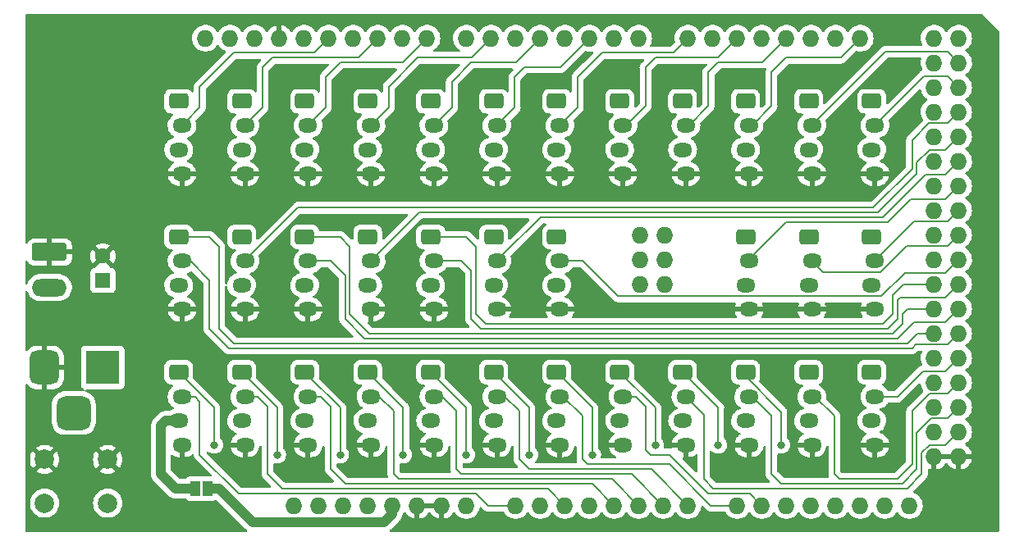
<source format=gbr>
%TF.GenerationSoftware,KiCad,Pcbnew,(6.0.5)*%
%TF.CreationDate,2022-07-11T22:22:59-04:00*%
%TF.ProjectId,MAXFeederShield,4d415846-6565-4646-9572-536869656c64,rev?*%
%TF.SameCoordinates,Original*%
%TF.FileFunction,Copper,L1,Top*%
%TF.FilePolarity,Positive*%
%FSLAX46Y46*%
G04 Gerber Fmt 4.6, Leading zero omitted, Abs format (unit mm)*
G04 Created by KiCad (PCBNEW (6.0.5)) date 2022-07-11 22:22:59*
%MOMM*%
%LPD*%
G01*
G04 APERTURE LIST*
G04 Aperture macros list*
%AMRoundRect*
0 Rectangle with rounded corners*
0 $1 Rounding radius*
0 $2 $3 $4 $5 $6 $7 $8 $9 X,Y pos of 4 corners*
0 Add a 4 corners polygon primitive as box body*
4,1,4,$2,$3,$4,$5,$6,$7,$8,$9,$2,$3,0*
0 Add four circle primitives for the rounded corners*
1,1,$1+$1,$2,$3*
1,1,$1+$1,$4,$5*
1,1,$1+$1,$6,$7*
1,1,$1+$1,$8,$9*
0 Add four rect primitives between the rounded corners*
20,1,$1+$1,$2,$3,$4,$5,0*
20,1,$1+$1,$4,$5,$6,$7,0*
20,1,$1+$1,$6,$7,$8,$9,0*
20,1,$1+$1,$8,$9,$2,$3,0*%
G04 Aperture macros list end*
%TA.AperFunction,ComponentPad*%
%ADD10RoundRect,0.220589X-0.754411X0.529411X-0.754411X-0.529411X0.754411X-0.529411X0.754411X0.529411X0*%
%TD*%
%TA.AperFunction,ComponentPad*%
%ADD11O,1.950000X1.500000*%
%TD*%
%TA.AperFunction,ComponentPad*%
%ADD12R,3.500000X3.500000*%
%TD*%
%TA.AperFunction,ComponentPad*%
%ADD13RoundRect,0.750000X-0.750000X-1.000000X0.750000X-1.000000X0.750000X1.000000X-0.750000X1.000000X0*%
%TD*%
%TA.AperFunction,ComponentPad*%
%ADD14RoundRect,0.875000X-0.875000X-0.875000X0.875000X-0.875000X0.875000X0.875000X-0.875000X0.875000X0*%
%TD*%
%TA.AperFunction,ComponentPad*%
%ADD15C,2.000000*%
%TD*%
%TA.AperFunction,ComponentPad*%
%ADD16RoundRect,0.250000X-1.550000X0.650000X-1.550000X-0.650000X1.550000X-0.650000X1.550000X0.650000X0*%
%TD*%
%TA.AperFunction,ComponentPad*%
%ADD17O,3.600000X1.800000*%
%TD*%
%TA.AperFunction,ComponentPad*%
%ADD18O,1.727200X1.727200*%
%TD*%
%TA.AperFunction,ComponentPad*%
%ADD19R,1.600000X1.600000*%
%TD*%
%TA.AperFunction,ComponentPad*%
%ADD20C,1.600000*%
%TD*%
%TA.AperFunction,SMDPad,CuDef*%
%ADD21R,1.000000X1.500000*%
%TD*%
%TA.AperFunction,ViaPad*%
%ADD22C,0.800000*%
%TD*%
%TA.AperFunction,Conductor*%
%ADD23C,0.200000*%
%TD*%
%TA.AperFunction,Conductor*%
%ADD24C,1.000000*%
%TD*%
G04 APERTURE END LIST*
D10*
%TO.P,J34,1,Pin_1*%
%TO.N,F22*%
X147830000Y-78500000D03*
D11*
%TO.P,J34,2,Pin_2*%
%TO.N,S22*%
X148170000Y-81000000D03*
%TO.P,J34,3,Pin_3*%
%TO.N,+5V*%
X147830000Y-83500000D03*
%TO.P,J34,4,Pin_4*%
%TO.N,GND*%
X148170000Y-86000000D03*
%TD*%
D10*
%TO.P,J8,1,Pin_1*%
%TO.N,F6*%
X128330000Y-50500000D03*
D11*
%TO.P,J8,2,Pin_2*%
%TO.N,S6*%
X128670000Y-53000000D03*
%TO.P,J8,3,Pin_3*%
%TO.N,+5V*%
X128330000Y-55500000D03*
%TO.P,J8,4,Pin_4*%
%TO.N,GND*%
X128670000Y-58000000D03*
%TD*%
D10*
%TO.P,J25,1,Pin_1*%
%TO.N,F29*%
X89330000Y-78500000D03*
D11*
%TO.P,J25,2,Pin_2*%
%TO.N,S29*%
X89670000Y-81000000D03*
%TO.P,J25,3,Pin_3*%
%TO.N,+5V*%
X89330000Y-83500000D03*
%TO.P,J25,4,Pin_4*%
%TO.N,GND*%
X89670000Y-86000000D03*
%TD*%
D10*
%TO.P,J28,1,Pin_1*%
%TO.N,F19*%
X108830000Y-78500000D03*
D11*
%TO.P,J28,2,Pin_2*%
%TO.N,S19*%
X109170000Y-81000000D03*
%TO.P,J28,3,Pin_3*%
%TO.N,+5V*%
X108830000Y-83500000D03*
%TO.P,J28,4,Pin_4*%
%TO.N,GND*%
X109170000Y-86000000D03*
%TD*%
D10*
%TO.P,J35,1,Pin_1*%
%TO.N,F34*%
X154330000Y-78500000D03*
D11*
%TO.P,J35,2,Pin_2*%
%TO.N,S34*%
X154670000Y-81000000D03*
%TO.P,J35,3,Pin_3*%
%TO.N,+5V*%
X154330000Y-83500000D03*
%TO.P,J35,4,Pin_4*%
%TO.N,GND*%
X154670000Y-86000000D03*
%TD*%
D10*
%TO.P,J3,1,Pin_1*%
%TO.N,F1*%
X95830000Y-50500000D03*
D11*
%TO.P,J3,2,Pin_2*%
%TO.N,S1*%
X96170000Y-53000000D03*
%TO.P,J3,3,Pin_3*%
%TO.N,+5V*%
X95830000Y-55500000D03*
%TO.P,J3,4,Pin_4*%
%TO.N,GND*%
X96170000Y-58000000D03*
%TD*%
D10*
%TO.P,J1,1,Pin_1*%
%TO.N,F0*%
X89330000Y-50500000D03*
D11*
%TO.P,J1,2,Pin_2*%
%TO.N,S0*%
X89670000Y-53000000D03*
%TO.P,J1,3,Pin_3*%
%TO.N,+5V*%
X89330000Y-55500000D03*
%TO.P,J1,4,Pin_4*%
%TO.N,GND*%
X89670000Y-58000000D03*
%TD*%
D10*
%TO.P,J26,1,Pin_1*%
%TO.N,F18*%
X95830000Y-78500000D03*
D11*
%TO.P,J26,2,Pin_2*%
%TO.N,S18*%
X96170000Y-81000000D03*
%TO.P,J26,3,Pin_3*%
%TO.N,+5V*%
X95830000Y-83500000D03*
%TO.P,J26,4,Pin_4*%
%TO.N,GND*%
X96170000Y-86000000D03*
%TD*%
D10*
%TO.P,J20,1,Pin_1*%
%TO.N,F15*%
X128330000Y-64500000D03*
D11*
%TO.P,J20,2,Pin_2*%
%TO.N,S15*%
X128670000Y-67000000D03*
%TO.P,J20,3,Pin_3*%
%TO.N,+5V*%
X128330000Y-69500000D03*
%TO.P,J20,4,Pin_4*%
%TO.N,GND*%
X128670000Y-72000000D03*
%TD*%
D10*
%TO.P,J11,1,Pin_1*%
%TO.N,F9*%
X147830000Y-50500000D03*
D11*
%TO.P,J11,2,Pin_2*%
%TO.N,S9*%
X148170000Y-53000000D03*
%TO.P,J11,3,Pin_3*%
%TO.N,+5V*%
X147830000Y-55500000D03*
%TO.P,J11,4,Pin_4*%
%TO.N,GND*%
X148170000Y-58000000D03*
%TD*%
D10*
%TO.P,J13,1,Pin_1*%
%TO.N,F11*%
X160830000Y-50500000D03*
D11*
%TO.P,J13,2,Pin_2*%
%TO.N,S11*%
X161170000Y-53000000D03*
%TO.P,J13,3,Pin_3*%
%TO.N,+5V*%
X160830000Y-55500000D03*
%TO.P,J13,4,Pin_4*%
%TO.N,GND*%
X161170000Y-58000000D03*
%TD*%
D10*
%TO.P,J32,1,Pin_1*%
%TO.N,F21*%
X134830000Y-78500000D03*
D11*
%TO.P,J32,2,Pin_2*%
%TO.N,S21*%
X135170000Y-81000000D03*
%TO.P,J32,3,Pin_3*%
%TO.N,+5V*%
X134830000Y-83500000D03*
%TO.P,J32,4,Pin_4*%
%TO.N,GND*%
X135170000Y-86000000D03*
%TD*%
D10*
%TO.P,J29,1,Pin_1*%
%TO.N,F31*%
X115330000Y-78500000D03*
D11*
%TO.P,J29,2,Pin_2*%
%TO.N,S31*%
X115670000Y-81000000D03*
%TO.P,J29,3,Pin_3*%
%TO.N,+5V*%
X115330000Y-83500000D03*
%TO.P,J29,4,Pin_4*%
%TO.N,GND*%
X115670000Y-86000000D03*
%TD*%
D10*
%TO.P,J19,1,Pin_1*%
%TO.N,F26*%
X121830000Y-64500000D03*
D11*
%TO.P,J19,2,Pin_2*%
%TO.N,S26*%
X122170000Y-67000000D03*
%TO.P,J19,3,Pin_3*%
%TO.N,+5V*%
X121830000Y-69500000D03*
%TO.P,J19,4,Pin_4*%
%TO.N,GND*%
X122170000Y-72000000D03*
%TD*%
D10*
%TO.P,J33,1,Pin_1*%
%TO.N,F33*%
X141330000Y-78500000D03*
D11*
%TO.P,J33,2,Pin_2*%
%TO.N,S33*%
X141670000Y-81000000D03*
%TO.P,J33,3,Pin_3*%
%TO.N,+5V*%
X141330000Y-83500000D03*
%TO.P,J33,4,Pin_4*%
%TO.N,GND*%
X141670000Y-86000000D03*
%TD*%
D10*
%TO.P,J22,1,Pin_1*%
%TO.N,F16*%
X147830000Y-64500000D03*
D11*
%TO.P,J22,2,Pin_2*%
%TO.N,S16*%
X148170000Y-67000000D03*
%TO.P,J22,3,Pin_3*%
%TO.N,+5V*%
X147830000Y-69500000D03*
%TO.P,J22,4,Pin_4*%
%TO.N,GND*%
X148170000Y-72000000D03*
%TD*%
D10*
%TO.P,J18,1,Pin_1*%
%TO.N,F14*%
X115330000Y-64500000D03*
D11*
%TO.P,J18,2,Pin_2*%
%TO.N,S14*%
X115670000Y-67000000D03*
%TO.P,J18,3,Pin_3*%
%TO.N,+5V*%
X115330000Y-69500000D03*
%TO.P,J18,4,Pin_4*%
%TO.N,GND*%
X115670000Y-72000000D03*
%TD*%
D10*
%TO.P,J9,1,Pin_1*%
%TO.N,F7*%
X134830000Y-50500000D03*
D11*
%TO.P,J9,2,Pin_2*%
%TO.N,S7*%
X135170000Y-53000000D03*
%TO.P,J9,3,Pin_3*%
%TO.N,+5V*%
X134830000Y-55500000D03*
%TO.P,J9,4,Pin_4*%
%TO.N,GND*%
X135170000Y-58000000D03*
%TD*%
D10*
%TO.P,J23,1,Pin_1*%
%TO.N,F28*%
X154330000Y-64500000D03*
D11*
%TO.P,J23,2,Pin_2*%
%TO.N,S28*%
X154670000Y-67000000D03*
%TO.P,J23,3,Pin_3*%
%TO.N,+5V*%
X154330000Y-69500000D03*
%TO.P,J23,4,Pin_4*%
%TO.N,GND*%
X154670000Y-72000000D03*
%TD*%
D10*
%TO.P,J31,1,Pin_1*%
%TO.N,F32*%
X128330000Y-78500000D03*
D11*
%TO.P,J31,2,Pin_2*%
%TO.N,S32*%
X128670000Y-81000000D03*
%TO.P,J31,3,Pin_3*%
%TO.N,+5V*%
X128330000Y-83500000D03*
%TO.P,J31,4,Pin_4*%
%TO.N,GND*%
X128670000Y-86000000D03*
%TD*%
D10*
%TO.P,J36,1,Pin_1*%
%TO.N,F23*%
X160830000Y-78500000D03*
D11*
%TO.P,J36,2,Pin_2*%
%TO.N,S23*%
X161170000Y-81000000D03*
%TO.P,J36,3,Pin_3*%
%TO.N,+5V*%
X160830000Y-83500000D03*
%TO.P,J36,4,Pin_4*%
%TO.N,GND*%
X161170000Y-86000000D03*
%TD*%
D10*
%TO.P,J6,1,Pin_1*%
%TO.N,F4*%
X115330000Y-50500000D03*
D11*
%TO.P,J6,2,Pin_2*%
%TO.N,S4*%
X115670000Y-53000000D03*
%TO.P,J6,3,Pin_3*%
%TO.N,+5V*%
X115330000Y-55500000D03*
%TO.P,J6,4,Pin_4*%
%TO.N,GND*%
X115670000Y-58000000D03*
%TD*%
D10*
%TO.P,J17,1,Pin_1*%
%TO.N,F25*%
X108830000Y-64500000D03*
D11*
%TO.P,J17,2,Pin_2*%
%TO.N,S25*%
X109170000Y-67000000D03*
%TO.P,J17,3,Pin_3*%
%TO.N,+5V*%
X108830000Y-69500000D03*
%TO.P,J17,4,Pin_4*%
%TO.N,GND*%
X109170000Y-72000000D03*
%TD*%
D10*
%TO.P,J12,1,Pin_1*%
%TO.N,F10*%
X154330000Y-50500000D03*
D11*
%TO.P,J12,2,Pin_2*%
%TO.N,S10*%
X154670000Y-53000000D03*
%TO.P,J12,3,Pin_3*%
%TO.N,+5V*%
X154330000Y-55500000D03*
%TO.P,J12,4,Pin_4*%
%TO.N,GND*%
X154670000Y-58000000D03*
%TD*%
D10*
%TO.P,J4,1,Pin_1*%
%TO.N,F2*%
X102330000Y-50500000D03*
D11*
%TO.P,J4,2,Pin_2*%
%TO.N,S2*%
X102670000Y-53000000D03*
%TO.P,J4,3,Pin_3*%
%TO.N,+5V*%
X102330000Y-55500000D03*
%TO.P,J4,4,Pin_4*%
%TO.N,GND*%
X102670000Y-58000000D03*
%TD*%
D10*
%TO.P,J16,1,Pin_1*%
%TO.N,F13*%
X102330000Y-64500000D03*
D11*
%TO.P,J16,2,Pin_2*%
%TO.N,S13*%
X102670000Y-67000000D03*
%TO.P,J16,3,Pin_3*%
%TO.N,+5V*%
X102330000Y-69500000D03*
%TO.P,J16,4,Pin_4*%
%TO.N,GND*%
X102670000Y-72000000D03*
%TD*%
D10*
%TO.P,J27,1,Pin_1*%
%TO.N,F30*%
X102330000Y-78500000D03*
D11*
%TO.P,J27,2,Pin_2*%
%TO.N,S30*%
X102670000Y-81000000D03*
%TO.P,J27,3,Pin_3*%
%TO.N,+5V*%
X102330000Y-83500000D03*
%TO.P,J27,4,Pin_4*%
%TO.N,GND*%
X102670000Y-86000000D03*
%TD*%
D10*
%TO.P,J24,1,Pin_1*%
%TO.N,F17*%
X160830000Y-64500000D03*
D11*
%TO.P,J24,2,Pin_2*%
%TO.N,S17*%
X161170000Y-67000000D03*
%TO.P,J24,3,Pin_3*%
%TO.N,+5V*%
X160830000Y-69500000D03*
%TO.P,J24,4,Pin_4*%
%TO.N,GND*%
X161170000Y-72000000D03*
%TD*%
D10*
%TO.P,J10,1,Pin_1*%
%TO.N,F8*%
X141330000Y-50500000D03*
D11*
%TO.P,J10,2,Pin_2*%
%TO.N,S8*%
X141670000Y-53000000D03*
%TO.P,J10,3,Pin_3*%
%TO.N,+5V*%
X141330000Y-55500000D03*
%TO.P,J10,4,Pin_4*%
%TO.N,GND*%
X141670000Y-58000000D03*
%TD*%
D10*
%TO.P,J7,1,Pin_1*%
%TO.N,F5*%
X121830000Y-50500000D03*
D11*
%TO.P,J7,2,Pin_2*%
%TO.N,S5*%
X122170000Y-53000000D03*
%TO.P,J7,3,Pin_3*%
%TO.N,+5V*%
X121830000Y-55500000D03*
%TO.P,J7,4,Pin_4*%
%TO.N,GND*%
X122170000Y-58000000D03*
%TD*%
D10*
%TO.P,J30,1,Pin_1*%
%TO.N,F20*%
X121830000Y-78500000D03*
D11*
%TO.P,J30,2,Pin_2*%
%TO.N,S20*%
X122170000Y-81000000D03*
%TO.P,J30,3,Pin_3*%
%TO.N,+5V*%
X121830000Y-83500000D03*
%TO.P,J30,4,Pin_4*%
%TO.N,GND*%
X122170000Y-86000000D03*
%TD*%
D10*
%TO.P,J15,1,Pin_1*%
%TO.N,F24*%
X95830000Y-64500000D03*
D11*
%TO.P,J15,2,Pin_2*%
%TO.N,S24*%
X96170000Y-67000000D03*
%TO.P,J15,3,Pin_3*%
%TO.N,+5V*%
X95830000Y-69500000D03*
%TO.P,J15,4,Pin_4*%
%TO.N,GND*%
X96170000Y-72000000D03*
%TD*%
D10*
%TO.P,J5,1,Pin_1*%
%TO.N,F3*%
X108830000Y-50500000D03*
D11*
%TO.P,J5,2,Pin_2*%
%TO.N,S3*%
X109170000Y-53000000D03*
%TO.P,J5,3,Pin_3*%
%TO.N,+5V*%
X108830000Y-55500000D03*
%TO.P,J5,4,Pin_4*%
%TO.N,GND*%
X109170000Y-58000000D03*
%TD*%
D10*
%TO.P,J14,1,Pin_1*%
%TO.N,F12*%
X89330000Y-64500000D03*
D11*
%TO.P,J14,2,Pin_2*%
%TO.N,S12*%
X89670000Y-67000000D03*
%TO.P,J14,3,Pin_3*%
%TO.N,+5V*%
X89330000Y-69500000D03*
%TO.P,J14,4,Pin_4*%
%TO.N,GND*%
X89670000Y-72000000D03*
%TD*%
D12*
%TO.P,J2,1*%
%TO.N,+5V*%
X81500000Y-78000000D03*
D13*
%TO.P,J2,2*%
%TO.N,GND*%
X75500000Y-78000000D03*
D14*
%TO.P,J2,3*%
%TO.N,unconnected-(J2-Pad3)*%
X78500000Y-82700000D03*
%TD*%
D15*
%TO.P,SW1,1,1*%
%TO.N,RESET*%
X82000000Y-92000000D03*
X75500000Y-92000000D03*
%TO.P,SW1,2,2*%
%TO.N,GND*%
X82000000Y-87500000D03*
X75500000Y-87500000D03*
%TD*%
D16*
%TO.P,J37,1,Pin_1*%
%TO.N,GND*%
X76000000Y-66070000D03*
D17*
%TO.P,J37,2,Pin_2*%
%TO.N,+5V*%
X76000000Y-69740000D03*
%TD*%
D18*
%TO.P,XA1,*%
%TO.N,*%
X101240000Y-92250000D03*
%TO.P,XA1,3V3,3.3V*%
%TO.N,unconnected-(XA1-Pad3V3)*%
X108860000Y-92250000D03*
%TO.P,XA1,5V1,5V*%
%TO.N,VCC*%
X111400000Y-92250000D03*
%TO.P,XA1,5V2,SPI_5V*%
%TO.N,unconnected-(XA1-Pad5V2)*%
X139467000Y-64310000D03*
%TO.P,XA1,5V3,5V*%
%TO.N,unconnected-(XA1-Pad5V3)*%
X167280000Y-43990000D03*
%TO.P,XA1,5V4,5V*%
%TO.N,unconnected-(XA1-Pad5V4)*%
X169820000Y-43990000D03*
%TO.P,XA1,A0,A0*%
%TO.N,S29*%
X124100000Y-92250000D03*
%TO.P,XA1,A1,A1*%
%TO.N,F29*%
X126640000Y-92250000D03*
%TO.P,XA1,A2,A2*%
%TO.N,S18*%
X129180000Y-92250000D03*
%TO.P,XA1,A3,A3*%
%TO.N,F18*%
X131720000Y-92250000D03*
%TO.P,XA1,A4,A4*%
%TO.N,S30*%
X134260000Y-92250000D03*
%TO.P,XA1,A5,A5*%
%TO.N,S19*%
X136800000Y-92250000D03*
%TO.P,XA1,A6,A6*%
%TO.N,S31*%
X139340000Y-92250000D03*
%TO.P,XA1,A7,A7*%
%TO.N,S20*%
X141880000Y-92250000D03*
%TO.P,XA1,A8,A8*%
%TO.N,S32*%
X146960000Y-92250000D03*
%TO.P,XA1,A9,A9*%
%TO.N,S21*%
X149500000Y-92250000D03*
%TO.P,XA1,A10,A10*%
%TO.N,F30*%
X152040000Y-92250000D03*
%TO.P,XA1,A11,A11*%
%TO.N,F19*%
X154580000Y-92250000D03*
%TO.P,XA1,A12,A12*%
%TO.N,F31*%
X157120000Y-92250000D03*
%TO.P,XA1,A13,A13*%
%TO.N,F20*%
X159660000Y-92250000D03*
%TO.P,XA1,A14,A14*%
%TO.N,F32*%
X162200000Y-92250000D03*
%TO.P,XA1,A15,A15*%
%TO.N,F21*%
X164740000Y-92250000D03*
%TO.P,XA1,AREF,AREF*%
%TO.N,unconnected-(XA1-PadAREF)*%
X97176000Y-43990000D03*
%TO.P,XA1,D0,D0_RX0*%
%TO.N,unconnected-(XA1-PadD0)*%
X136800000Y-43990000D03*
%TO.P,XA1,D1,D1_TX0*%
%TO.N,unconnected-(XA1-PadD1)*%
X134260000Y-43990000D03*
%TO.P,XA1,D2,D2_INT0*%
%TO.N,S5*%
X131720000Y-43990000D03*
%TO.P,XA1,D3,D3_INT1*%
%TO.N,F5*%
X129180000Y-43990000D03*
%TO.P,XA1,D4,D4*%
%TO.N,S4*%
X126640000Y-43990000D03*
%TO.P,XA1,D5,D5*%
%TO.N,F4*%
X124100000Y-43990000D03*
%TO.P,XA1,D6,D6*%
%TO.N,S3*%
X121560000Y-43990000D03*
%TO.P,XA1,D7,D7*%
%TO.N,F3*%
X119020000Y-43990000D03*
%TO.P,XA1,D8,D8*%
%TO.N,S2*%
X114956000Y-43990000D03*
%TO.P,XA1,D9,D9*%
%TO.N,F2*%
X112416000Y-43990000D03*
%TO.P,XA1,D10,D10*%
%TO.N,S1*%
X109876000Y-43990000D03*
%TO.P,XA1,D11,D11*%
%TO.N,F1*%
X107336000Y-43990000D03*
%TO.P,XA1,D12,D12*%
%TO.N,S0*%
X104796000Y-43990000D03*
%TO.P,XA1,D13,D13*%
%TO.N,F0*%
X102256000Y-43990000D03*
%TO.P,XA1,D14,D14_TX3*%
%TO.N,S6*%
X141880000Y-43990000D03*
%TO.P,XA1,D15,D15_RX3*%
%TO.N,F6*%
X144420000Y-43990000D03*
%TO.P,XA1,D16,D16_TX2*%
%TO.N,S7*%
X146960000Y-43990000D03*
%TO.P,XA1,D17,D17_RX2*%
%TO.N,F7*%
X149500000Y-43990000D03*
%TO.P,XA1,D18,D18_TX1*%
%TO.N,S8*%
X152040000Y-43990000D03*
%TO.P,XA1,D19,D19_RX1*%
%TO.N,F8*%
X154580000Y-43990000D03*
%TO.P,XA1,D20,D20_SDA*%
%TO.N,F9*%
X157120000Y-43990000D03*
%TO.P,XA1,D21,D21_SCL*%
%TO.N,S9*%
X159660000Y-43990000D03*
%TO.P,XA1,D22,D22*%
%TO.N,F10*%
X167280000Y-46530000D03*
%TO.P,XA1,D23,D23*%
%TO.N,S10*%
X169820000Y-46530000D03*
%TO.P,XA1,D24,D24*%
%TO.N,F11*%
X167280000Y-49070000D03*
%TO.P,XA1,D25,D25*%
%TO.N,S11*%
X169820000Y-49070000D03*
%TO.P,XA1,D26,D26*%
%TO.N,F24*%
X167280000Y-51610000D03*
%TO.P,XA1,D27,D27*%
%TO.N,S24*%
X169820000Y-51610000D03*
%TO.P,XA1,D28,D28*%
%TO.N,F25*%
X167280000Y-54150000D03*
%TO.P,XA1,D29,D29*%
%TO.N,S25*%
X169820000Y-54150000D03*
%TO.P,XA1,D30,D30*%
%TO.N,F26*%
X167280000Y-56690000D03*
%TO.P,XA1,D31,D31*%
%TO.N,S26*%
X169820000Y-56690000D03*
%TO.P,XA1,D32,D32*%
%TO.N,F16*%
X167280000Y-59230000D03*
%TO.P,XA1,D33,D33*%
%TO.N,S16*%
X169820000Y-59230000D03*
%TO.P,XA1,D34,D34*%
%TO.N,F17*%
X167280000Y-61770000D03*
%TO.P,XA1,D35,D35*%
%TO.N,S17*%
X169820000Y-61770000D03*
%TO.P,XA1,D36,D36*%
%TO.N,F28*%
X167280000Y-64310000D03*
%TO.P,XA1,D37,D37*%
%TO.N,S28*%
X169820000Y-64310000D03*
%TO.P,XA1,D38,D38*%
%TO.N,F15*%
X167280000Y-66850000D03*
%TO.P,XA1,D39,D39*%
%TO.N,S15*%
X169820000Y-66850000D03*
%TO.P,XA1,D40,D40*%
%TO.N,F14*%
X167280000Y-69390000D03*
%TO.P,XA1,D41,D41*%
%TO.N,S14*%
X169820000Y-69390000D03*
%TO.P,XA1,D42,D42*%
%TO.N,F13*%
X167280000Y-71930000D03*
%TO.P,XA1,D43,D43*%
%TO.N,S13*%
X169820000Y-71930000D03*
%TO.P,XA1,D44,D44*%
%TO.N,F12*%
X167280000Y-74470000D03*
%TO.P,XA1,D45,D45*%
%TO.N,S12*%
X169820000Y-74470000D03*
%TO.P,XA1,D46,D46*%
%TO.N,F23*%
X167280000Y-77010000D03*
%TO.P,XA1,D47,D47*%
%TO.N,S23*%
X169820000Y-77010000D03*
%TO.P,XA1,D48,D48*%
%TO.N,F34*%
X167280000Y-79550000D03*
%TO.P,XA1,D49,D49*%
%TO.N,S34*%
X169820000Y-79550000D03*
%TO.P,XA1,D50,D50*%
%TO.N,F22*%
X167280000Y-82090000D03*
%TO.P,XA1,D51,D51*%
%TO.N,S22*%
X169820000Y-82090000D03*
%TO.P,XA1,D52,D52*%
%TO.N,F33*%
X167280000Y-84630000D03*
%TO.P,XA1,D53,D53_SS*%
%TO.N,S33*%
X169820000Y-84630000D03*
%TO.P,XA1,GND1,GND*%
%TO.N,GND*%
X99716000Y-43990000D03*
%TO.P,XA1,GND2,GND*%
X113940000Y-92250000D03*
%TO.P,XA1,GND3,GND*%
X116480000Y-92250000D03*
%TO.P,XA1,GND4,SPI_GND*%
%TO.N,unconnected-(XA1-PadGND4)*%
X139467000Y-69390000D03*
%TO.P,XA1,GND5,GND*%
%TO.N,GND*%
X167280000Y-87170000D03*
%TO.P,XA1,GND6,GND*%
X169820000Y-87170000D03*
%TO.P,XA1,IORF,IOREF*%
%TO.N,unconnected-(XA1-PadIORF)*%
X103780000Y-92250000D03*
%TO.P,XA1,MISO,SPI_MISO*%
%TO.N,unconnected-(XA1-PadMISO)*%
X136927000Y-64310000D03*
%TO.P,XA1,MOSI,SPI_MOSI*%
%TO.N,unconnected-(XA1-PadMOSI)*%
X139467000Y-66850000D03*
%TO.P,XA1,RST1,RESET*%
%TO.N,RESET*%
X106320000Y-92250000D03*
%TO.P,XA1,RST2,SPI_RESET*%
%TO.N,unconnected-(XA1-PadRST2)*%
X136927000Y-69390000D03*
%TO.P,XA1,SCK,SPI_SCK*%
%TO.N,unconnected-(XA1-PadSCK)*%
X136927000Y-66850000D03*
%TO.P,XA1,SCL,SCL*%
%TO.N,unconnected-(XA1-PadSCL)*%
X92096000Y-43990000D03*
%TO.P,XA1,SDA,SDA*%
%TO.N,unconnected-(XA1-PadSDA)*%
X94636000Y-43990000D03*
%TO.P,XA1,VIN,VIN*%
%TO.N,unconnected-(XA1-PadVIN)*%
X119020000Y-92250000D03*
%TD*%
D19*
%TO.P,C1,1*%
%TO.N,+5V*%
X81500000Y-69000000D03*
D20*
%TO.P,C1,2*%
%TO.N,GND*%
X81500000Y-66500000D03*
%TD*%
D21*
%TO.P,JP1,1,A*%
%TO.N,VCC*%
X92300000Y-90500000D03*
%TO.P,JP1,2,B*%
%TO.N,+5V*%
X91000000Y-90500000D03*
%TD*%
D22*
%TO.N,F29*%
X93000000Y-86000000D03*
%TO.N,F18*%
X99500000Y-87000000D03*
%TO.N,F30*%
X106000000Y-87000000D03*
%TO.N,F19*%
X112500000Y-87000000D03*
%TO.N,F31*%
X119000000Y-87000000D03*
%TO.N,F20*%
X125500000Y-87000000D03*
%TO.N,F32*%
X132000000Y-87000000D03*
%TO.N,F21*%
X138500000Y-86000000D03*
%TO.N,F33*%
X145000000Y-86000000D03*
%TO.N,F22*%
X151500000Y-86000000D03*
%TD*%
D23*
%TO.N,S23*%
X161170000Y-81000000D02*
X163500000Y-81000000D01*
%TO.N,S34*%
X168656889Y-80713111D02*
X169820000Y-79550000D01*
X166786889Y-80713111D02*
X168656889Y-80713111D01*
X165000000Y-88000000D02*
X165000000Y-82500000D01*
X165000000Y-82500000D02*
X166786889Y-80713111D01*
X157500000Y-89500000D02*
X163500000Y-89500000D01*
X157000000Y-89000000D02*
X157500000Y-89500000D01*
X155000000Y-81000000D02*
X157000000Y-83000000D01*
X157000000Y-83000000D02*
X157000000Y-89000000D01*
X154670000Y-81000000D02*
X155000000Y-81000000D01*
X163500000Y-89500000D02*
X165000000Y-88000000D01*
%TO.N,S22*%
X168656889Y-83253111D02*
X169820000Y-82090000D01*
X167012001Y-83253111D02*
X168656889Y-83253111D01*
X165500000Y-84765112D02*
X167012001Y-83253111D01*
X165500000Y-88500000D02*
X165500000Y-84765112D01*
X164000000Y-90000000D02*
X165500000Y-88500000D01*
X148500000Y-81000000D02*
X150500000Y-83000000D01*
X148170000Y-81000000D02*
X148500000Y-81000000D01*
X150500000Y-83000000D02*
X150500000Y-89000000D01*
X150500000Y-89000000D02*
X151500000Y-90000000D01*
X151500000Y-90000000D02*
X164000000Y-90000000D01*
%TO.N,S33*%
X141670000Y-81020000D02*
X143075000Y-82425000D01*
X143075000Y-82425000D02*
X143500000Y-82850000D01*
X141670000Y-81000000D02*
X141670000Y-81020000D01*
X141650000Y-81000000D02*
X143075000Y-82425000D01*
%TO.N,S21*%
X135170000Y-81000000D02*
X136000000Y-81000000D01*
X136500000Y-81000000D02*
X136000000Y-81000000D01*
X136000000Y-81000000D02*
X135150000Y-81000000D01*
%TO.N,S32*%
X129000000Y-81000000D02*
X131000000Y-83000000D01*
X128670000Y-81000000D02*
X129000000Y-81000000D01*
%TO.N,S20*%
X122170000Y-81000000D02*
X123000000Y-81000000D01*
%TO.N,S31*%
X115670000Y-81000000D02*
X116500000Y-81000000D01*
%TO.N,S19*%
X109170000Y-81000000D02*
X110000000Y-81000000D01*
%TO.N,S30*%
X102670000Y-81000000D02*
X104000000Y-81000000D01*
%TO.N,S18*%
X96170000Y-81000000D02*
X97500000Y-81000000D01*
%TO.N,S29*%
X89670000Y-81000000D02*
X91000000Y-81000000D01*
%TO.N,S17*%
X161170000Y-66980000D02*
X161825000Y-66325000D01*
X161170000Y-67000000D02*
X161170000Y-66980000D01*
X161825000Y-66325000D02*
X161150000Y-67000000D01*
X165216889Y-62933111D02*
X161825000Y-66325000D01*
%TO.N,S28*%
X154670000Y-67020000D02*
X155075000Y-67425000D01*
X154670000Y-67000000D02*
X154670000Y-67020000D01*
X155075000Y-67425000D02*
X154650000Y-67000000D01*
X155799520Y-68149520D02*
X155075000Y-67425000D01*
%TO.N,S16*%
X148170000Y-66830000D02*
X148500000Y-66500000D01*
X148170000Y-67000000D02*
X148170000Y-66830000D01*
X148500000Y-66500000D02*
X148150000Y-66850000D01*
X152000000Y-63000000D02*
X148500000Y-66500000D01*
%TO.N,S15*%
X128670000Y-67000000D02*
X129500000Y-67000000D01*
X129500000Y-67000000D02*
X128650000Y-67000000D01*
X131000000Y-67000000D02*
X129500000Y-67000000D01*
%TO.N,S26*%
X122170000Y-66980000D02*
X122825000Y-66325000D01*
X122170000Y-67000000D02*
X122170000Y-66980000D01*
X122825000Y-66325000D02*
X122150000Y-67000000D01*
X126650000Y-62500000D02*
X122825000Y-66325000D01*
%TO.N,S14*%
X115670000Y-67000000D02*
X116500000Y-67000000D01*
X116500000Y-67000000D02*
X115650000Y-67000000D01*
X118500000Y-67000000D02*
X116500000Y-67000000D01*
%TO.N,S25*%
X109170000Y-67000000D02*
X109170000Y-66980000D01*
X109170000Y-66980000D02*
X109575000Y-66575000D01*
X109575000Y-66575000D02*
X109150000Y-67000000D01*
X114150000Y-62000000D02*
X109575000Y-66575000D01*
%TO.N,S13*%
X102670000Y-67000000D02*
X105000000Y-67000000D01*
%TO.N,S24*%
X96170000Y-66980000D02*
X96825000Y-66325000D01*
X96170000Y-67000000D02*
X96170000Y-66980000D01*
X96825000Y-66325000D02*
X96150000Y-67000000D01*
X101650000Y-61500000D02*
X96825000Y-66325000D01*
%TO.N,S12*%
X89670000Y-67000000D02*
X90000000Y-67000000D01*
X90000000Y-67000000D02*
X89650000Y-67000000D01*
X90500000Y-67000000D02*
X90000000Y-67000000D01*
%TO.N,S11*%
X161170000Y-52980000D02*
X162075000Y-52075000D01*
X162075000Y-52075000D02*
X161150000Y-53000000D01*
X166243111Y-47906889D02*
X162075000Y-52075000D01*
X161170000Y-53000000D02*
X161170000Y-52980000D01*
%TO.N,S10*%
X154670000Y-52980000D02*
X155575000Y-52075000D01*
X154670000Y-53000000D02*
X154670000Y-52980000D01*
X155575000Y-52075000D02*
X154650000Y-53000000D01*
X162283111Y-45366889D02*
X155575000Y-52075000D01*
%TO.N,S9*%
X152000000Y-46000000D02*
X157650000Y-46000000D01*
X150500000Y-47500000D02*
X152000000Y-46000000D01*
X150500000Y-51000000D02*
X150500000Y-47500000D01*
X148500000Y-53000000D02*
X150500000Y-51000000D01*
X157650000Y-46000000D02*
X159660000Y-43990000D01*
X148170000Y-53000000D02*
X148500000Y-53000000D01*
%TO.N,S8*%
X145000000Y-46500000D02*
X149530000Y-46500000D01*
X149530000Y-46500000D02*
X152040000Y-43990000D01*
X144000000Y-47500000D02*
X145000000Y-46500000D01*
X144000000Y-51000000D02*
X144000000Y-47500000D01*
X142000000Y-53000000D02*
X144000000Y-51000000D01*
X141670000Y-53000000D02*
X142000000Y-53000000D01*
%TO.N,S7*%
X144950000Y-46000000D02*
X146960000Y-43990000D01*
X138500000Y-46000000D02*
X144950000Y-46000000D01*
X137500000Y-47000000D02*
X138500000Y-46000000D01*
X135500000Y-53000000D02*
X137500000Y-51000000D01*
X137500000Y-51000000D02*
X137500000Y-47000000D01*
X135170000Y-53000000D02*
X135500000Y-53000000D01*
%TO.N,S6*%
X128670000Y-52980000D02*
X129075000Y-52575000D01*
X128670000Y-53000000D02*
X128670000Y-52980000D01*
X129075000Y-52575000D02*
X128650000Y-53000000D01*
X130500000Y-51150000D02*
X129075000Y-52575000D01*
%TO.N,S5*%
X122170000Y-53000000D02*
X122170000Y-52980000D01*
X122170000Y-52980000D02*
X123075000Y-52075000D01*
X123075000Y-52075000D02*
X122150000Y-53000000D01*
X124000000Y-51150000D02*
X123075000Y-52075000D01*
%TO.N,S4*%
X115670000Y-53000000D02*
X115670000Y-52980000D01*
X116825000Y-51825000D02*
X115650000Y-53000000D01*
X117500000Y-51150000D02*
X116825000Y-51825000D01*
X115670000Y-52980000D02*
X116825000Y-51825000D01*
%TO.N,S3*%
X109170000Y-52980000D02*
X109575000Y-52575000D01*
X109170000Y-53000000D02*
X109170000Y-52980000D01*
X111000000Y-51150000D02*
X109575000Y-52575000D01*
X109575000Y-52575000D02*
X109150000Y-53000000D01*
%TO.N,S2*%
X102670000Y-52980000D02*
X103575000Y-52075000D01*
X103575000Y-52075000D02*
X102650000Y-53000000D01*
X104500000Y-51150000D02*
X103575000Y-52075000D01*
X102670000Y-53000000D02*
X102670000Y-52980000D01*
%TO.N,S1*%
X96170000Y-53000000D02*
X96170000Y-52980000D01*
X97075000Y-52075000D02*
X96150000Y-53000000D01*
X98000000Y-51150000D02*
X97075000Y-52075000D01*
X96170000Y-52980000D02*
X97075000Y-52075000D01*
%TO.N,S0*%
X89670000Y-52980000D02*
X90075000Y-52575000D01*
X89670000Y-53000000D02*
X89670000Y-52980000D01*
X90075000Y-52575000D02*
X89650000Y-53000000D01*
X91500000Y-51150000D02*
X90075000Y-52575000D01*
%TO.N,F14*%
X164110000Y-69390000D02*
X167280000Y-69390000D01*
X163000000Y-70500000D02*
X164110000Y-69390000D01*
X121000000Y-73500000D02*
X162000000Y-73500000D01*
X163000000Y-72500000D02*
X163000000Y-70500000D01*
X120000000Y-72500000D02*
X121000000Y-73500000D01*
X120000000Y-65500000D02*
X120000000Y-72500000D01*
X115330000Y-64500000D02*
X119000000Y-64500000D01*
X162000000Y-73500000D02*
X163000000Y-72500000D01*
X119000000Y-64500000D02*
X120000000Y-65500000D01*
%TO.N,F13*%
X102330000Y-64500000D02*
X103500000Y-64500000D01*
X102350000Y-64500000D02*
X103500000Y-64500000D01*
X103500000Y-64500000D02*
X106000000Y-64500000D01*
%TO.N,F12*%
X165530000Y-74470000D02*
X167280000Y-74470000D01*
X95000000Y-75500000D02*
X164500000Y-75500000D01*
X93500000Y-74000000D02*
X95000000Y-75500000D01*
X92500000Y-64500000D02*
X93500000Y-65500000D01*
X93500000Y-65500000D02*
X93500000Y-74000000D01*
X164500000Y-75500000D02*
X165530000Y-74470000D01*
X89330000Y-64500000D02*
X92500000Y-64500000D01*
%TO.N,F29*%
X93000000Y-82150000D02*
X93000000Y-86000000D01*
X89350000Y-78500000D02*
X93000000Y-82150000D01*
X89330000Y-78500000D02*
X89350000Y-78500000D01*
%TO.N,F18*%
X99500000Y-82150000D02*
X99500000Y-87000000D01*
X95830000Y-78500000D02*
X95850000Y-78500000D01*
X95850000Y-78500000D02*
X99500000Y-82150000D01*
%TO.N,F30*%
X102655000Y-78825000D02*
X102675000Y-78825000D01*
X102330000Y-78500000D02*
X102655000Y-78825000D01*
X102675000Y-78825000D02*
X102350000Y-78500000D01*
X106000000Y-82150000D02*
X102675000Y-78825000D01*
%TO.N,F19*%
X108830000Y-78500000D02*
X110905000Y-80575000D01*
X110905000Y-80575000D02*
X110925000Y-80575000D01*
X112500000Y-82150000D02*
X110925000Y-80575000D01*
X110925000Y-80575000D02*
X108850000Y-78500000D01*
%TO.N,F31*%
X119000000Y-82150000D02*
X119000000Y-87000000D01*
X115350000Y-78500000D02*
X119000000Y-82150000D01*
X115330000Y-78500000D02*
X115350000Y-78500000D01*
%TO.N,F20*%
X125500000Y-82150000D02*
X125500000Y-87000000D01*
X121830000Y-78500000D02*
X121850000Y-78500000D01*
X121850000Y-78500000D02*
X125500000Y-82150000D01*
%TO.N,F32*%
X128350000Y-78500000D02*
X132000000Y-82150000D01*
X132000000Y-82150000D02*
X132000000Y-87000000D01*
X128330000Y-78500000D02*
X128350000Y-78500000D01*
%TO.N,F21*%
X138500000Y-82150000D02*
X138500000Y-86000000D01*
X134850000Y-78500000D02*
X138500000Y-82150000D01*
X134830000Y-78500000D02*
X134850000Y-78500000D01*
%TO.N,F33*%
X145000000Y-82150000D02*
X145000000Y-86000000D01*
X141350000Y-78500000D02*
X145000000Y-82150000D01*
X141330000Y-78500000D02*
X141350000Y-78500000D01*
%TO.N,F22*%
X147830000Y-78929334D02*
X147850000Y-78949334D01*
X147830000Y-78500000D02*
X147830000Y-78929334D01*
%TO.N,S0*%
X103286000Y-45500000D02*
X95000000Y-45500000D01*
X95000000Y-45500000D02*
X91500000Y-49000000D01*
X91500000Y-49000000D02*
X91500000Y-51150000D01*
X104796000Y-43990000D02*
X103286000Y-45500000D01*
D24*
%TO.N,+5V*%
X89350000Y-83500000D02*
X88000000Y-83500000D01*
X89000000Y-90500000D02*
X91000000Y-90500000D01*
X87500000Y-84000000D02*
X87500000Y-89000000D01*
X87500000Y-89000000D02*
X89000000Y-90500000D01*
X88000000Y-83500000D02*
X87500000Y-84000000D01*
%TO.N,VCC*%
X111400000Y-93100000D02*
X111400000Y-92250000D01*
X92300000Y-90500000D02*
X93500000Y-90500000D01*
X97000000Y-94000000D02*
X110500000Y-94000000D01*
X93500000Y-90500000D02*
X97000000Y-94000000D01*
X110500000Y-94000000D02*
X111400000Y-93100000D01*
D23*
%TO.N,S1*%
X109876000Y-43990000D02*
X107866000Y-46000000D01*
X99000000Y-46000000D02*
X98000000Y-47000000D01*
X98000000Y-47000000D02*
X98000000Y-51150000D01*
X107866000Y-46000000D02*
X99000000Y-46000000D01*
%TO.N,S2*%
X114956000Y-43990000D02*
X112446000Y-46500000D01*
X104500000Y-48000000D02*
X104500000Y-51150000D01*
X106000000Y-46500000D02*
X104500000Y-48000000D01*
X112446000Y-46500000D02*
X106000000Y-46500000D01*
%TO.N,S3*%
X114000000Y-46000000D02*
X111000000Y-49000000D01*
X121560000Y-43990000D02*
X119550000Y-46000000D01*
X119550000Y-46000000D02*
X114000000Y-46000000D01*
X111000000Y-49000000D02*
X111000000Y-51150000D01*
%TO.N,S4*%
X119500000Y-46500000D02*
X117500000Y-48500000D01*
X117500000Y-48500000D02*
X117500000Y-51150000D01*
X126640000Y-43990000D02*
X124130000Y-46500000D01*
X124130000Y-46500000D02*
X119500000Y-46500000D01*
%TO.N,S5*%
X125000000Y-47000000D02*
X124000000Y-48000000D01*
X128710000Y-47000000D02*
X125000000Y-47000000D01*
X124000000Y-48000000D02*
X124000000Y-51150000D01*
X131720000Y-43990000D02*
X128710000Y-47000000D01*
%TO.N,S6*%
X130500000Y-48000000D02*
X130500000Y-51150000D01*
X141880000Y-43990000D02*
X140370000Y-45500000D01*
X133000000Y-45500000D02*
X130500000Y-48000000D01*
X140370000Y-45500000D02*
X133000000Y-45500000D01*
%TO.N,S7*%
X135500000Y-53000000D02*
X135150000Y-53000000D01*
%TO.N,S8*%
X142000000Y-53000000D02*
X141650000Y-53000000D01*
%TO.N,S9*%
X148500000Y-53000000D02*
X148150000Y-53000000D01*
%TO.N,S10*%
X168656889Y-45366889D02*
X162283111Y-45366889D01*
X169820000Y-46530000D02*
X168656889Y-45366889D01*
%TO.N,S11*%
X169820000Y-49070000D02*
X168656889Y-47906889D01*
X168656889Y-47906889D02*
X166243111Y-47906889D01*
%TO.N,S12*%
X169820000Y-74470000D02*
X168656889Y-75633111D01*
X92500000Y-69000000D02*
X90500000Y-67000000D01*
X92500000Y-74000000D02*
X92500000Y-69000000D01*
X94500000Y-76000000D02*
X92500000Y-74000000D01*
X165366889Y-75633111D02*
X165000000Y-76000000D01*
X168656889Y-75633111D02*
X165366889Y-75633111D01*
X165000000Y-76000000D02*
X94500000Y-76000000D01*
%TO.N,S24*%
X165000000Y-54500000D02*
X165000000Y-57500000D01*
X165000000Y-57500000D02*
X161000000Y-61500000D01*
X169820000Y-51610000D02*
X168656889Y-52773111D01*
X166726889Y-52773111D02*
X165000000Y-54500000D01*
X168656889Y-52773111D02*
X166726889Y-52773111D01*
X161000000Y-61500000D02*
X101650000Y-61500000D01*
%TO.N,F13*%
X163000000Y-74500000D02*
X164000000Y-73500000D01*
X107000000Y-72500000D02*
X109000000Y-74500000D01*
X164000000Y-73500000D02*
X164000000Y-72500000D01*
X106000000Y-64500000D02*
X107000000Y-65500000D01*
X109000000Y-74500000D02*
X163000000Y-74500000D01*
X107000000Y-65500000D02*
X107000000Y-72000000D01*
X107000000Y-72000000D02*
X107000000Y-72500000D01*
X164570000Y-71930000D02*
X164000000Y-72500000D01*
X167280000Y-71930000D02*
X164570000Y-71930000D01*
%TO.N,S13*%
X163500000Y-75000000D02*
X165193111Y-73306889D01*
X105000000Y-67000000D02*
X106500000Y-68500000D01*
X168443111Y-73306889D02*
X169820000Y-71930000D01*
X106500000Y-73000000D02*
X108500000Y-75000000D01*
X102650000Y-67000000D02*
X105000000Y-67000000D01*
X108500000Y-75000000D02*
X163500000Y-75000000D01*
X165193111Y-73306889D02*
X168443111Y-73306889D01*
X106500000Y-68500000D02*
X106500000Y-73000000D01*
%TO.N,S25*%
X165500000Y-56825112D02*
X165500000Y-58000000D01*
X166798223Y-55526889D02*
X165500000Y-56825112D01*
X169820000Y-54150000D02*
X168443111Y-55526889D01*
X161500000Y-62000000D02*
X114150000Y-62000000D01*
X165500000Y-58000000D02*
X161500000Y-62000000D01*
X168443111Y-55526889D02*
X166798223Y-55526889D01*
%TO.N,S14*%
X119500000Y-68000000D02*
X118500000Y-67000000D01*
X169820000Y-69390000D02*
X168443111Y-70766889D01*
X163500000Y-73000000D02*
X162500000Y-74000000D01*
X120500000Y-74000000D02*
X119500000Y-73000000D01*
X163733111Y-70766889D02*
X163500000Y-71000000D01*
X168443111Y-70766889D02*
X163733111Y-70766889D01*
X162500000Y-74000000D02*
X120500000Y-74000000D01*
X119500000Y-73000000D02*
X119500000Y-68000000D01*
X163500000Y-71000000D02*
X163500000Y-73000000D01*
%TO.N,S26*%
X162000000Y-62500000D02*
X126650000Y-62500000D01*
X166433111Y-58066889D02*
X162000000Y-62500000D01*
X168443111Y-58066889D02*
X166433111Y-58066889D01*
X169820000Y-56690000D02*
X168443111Y-58066889D01*
%TO.N,S16*%
X168443111Y-60606889D02*
X164893111Y-60606889D01*
X162500000Y-63000000D02*
X152000000Y-63000000D01*
X164893111Y-60606889D02*
X162500000Y-63000000D01*
X148150000Y-66850000D02*
X148150000Y-67000000D01*
X169820000Y-59230000D02*
X168443111Y-60606889D01*
%TO.N,S28*%
X168656889Y-65473111D02*
X164427555Y-65473111D01*
X164427555Y-65473111D02*
X161751146Y-68149520D01*
X169820000Y-64310000D02*
X168656889Y-65473111D01*
X161751146Y-68149520D02*
X155799520Y-68149520D01*
%TO.N,S17*%
X168656889Y-62933111D02*
X165216889Y-62933111D01*
X169820000Y-61770000D02*
X168656889Y-62933111D01*
%TO.N,S29*%
X121250000Y-92250000D02*
X120000000Y-91000000D01*
X91000000Y-81000000D02*
X89650000Y-81000000D01*
X91500000Y-81500000D02*
X91000000Y-81000000D01*
X95500000Y-91000000D02*
X91500000Y-87000000D01*
X120000000Y-91000000D02*
X95500000Y-91000000D01*
X91500000Y-87000000D02*
X91500000Y-81500000D01*
X124100000Y-92250000D02*
X121250000Y-92250000D01*
%TO.N,S18*%
X100000000Y-90500000D02*
X98500000Y-89000000D01*
X127430000Y-90500000D02*
X100000000Y-90500000D01*
X97500000Y-81000000D02*
X96150000Y-81000000D01*
X98500000Y-89000000D02*
X98500000Y-82000000D01*
X129180000Y-92250000D02*
X127430000Y-90500000D01*
X98500000Y-82000000D02*
X97500000Y-81000000D01*
%TO.N,F30*%
X106000000Y-87000000D02*
X106000000Y-82150000D01*
%TO.N,S30*%
X104000000Y-81000000D02*
X102650000Y-81000000D01*
X105000000Y-88500000D02*
X105000000Y-82000000D01*
X134260000Y-92250000D02*
X132010000Y-90000000D01*
X106500000Y-90000000D02*
X105000000Y-88500000D01*
X105000000Y-82000000D02*
X104000000Y-81000000D01*
X132010000Y-90000000D02*
X106500000Y-90000000D01*
%TO.N,F19*%
X112500000Y-87000000D02*
X112500000Y-82150000D01*
%TO.N,S19*%
X136800000Y-92250000D02*
X134050000Y-89500000D01*
X110000000Y-81000000D02*
X109150000Y-81000000D01*
X111500000Y-89000000D02*
X111500000Y-82500000D01*
X134050000Y-89500000D02*
X112000000Y-89500000D01*
X112000000Y-89500000D02*
X111500000Y-89000000D01*
X111500000Y-82500000D02*
X110000000Y-81000000D01*
%TO.N,S31*%
X118000000Y-82500000D02*
X116500000Y-81000000D01*
X118500000Y-89000000D02*
X118000000Y-88500000D01*
X116500000Y-81000000D02*
X115650000Y-81000000D01*
X136090000Y-89000000D02*
X118500000Y-89000000D01*
X139340000Y-92250000D02*
X136090000Y-89000000D01*
X118000000Y-88500000D02*
X118000000Y-82500000D01*
%TO.N,S20*%
X125500000Y-88500000D02*
X124500000Y-87500000D01*
X124500000Y-82500000D02*
X123000000Y-81000000D01*
X141880000Y-92250000D02*
X138130000Y-88500000D01*
X123000000Y-81000000D02*
X122150000Y-81000000D01*
X124500000Y-87500000D02*
X124500000Y-82500000D01*
X138130000Y-88500000D02*
X125500000Y-88500000D01*
%TO.N,S32*%
X144250000Y-92250000D02*
X140000000Y-88000000D01*
X129000000Y-81000000D02*
X128650000Y-81000000D01*
X140000000Y-88000000D02*
X131500000Y-88000000D01*
X131000000Y-87500000D02*
X131000000Y-83000000D01*
X131500000Y-88000000D02*
X131000000Y-87500000D01*
X146960000Y-92250000D02*
X144250000Y-92250000D01*
%TO.N,S21*%
X144000000Y-91000000D02*
X140000000Y-87000000D01*
X137500000Y-82000000D02*
X136500000Y-81000000D01*
X138000000Y-87000000D02*
X137500000Y-86500000D01*
X140000000Y-87000000D02*
X138000000Y-87000000D01*
X149500000Y-92250000D02*
X148250000Y-91000000D01*
X137500000Y-86500000D02*
X137500000Y-82000000D01*
X148250000Y-91000000D02*
X144000000Y-91000000D01*
%TO.N,S33*%
X166000000Y-86805112D02*
X166805112Y-86000000D01*
X168450000Y-86000000D02*
X169820000Y-84630000D01*
X164500000Y-90500000D02*
X166000000Y-89000000D01*
X166805112Y-86000000D02*
X168450000Y-86000000D01*
X166000000Y-89000000D02*
X166000000Y-86805112D01*
X144500000Y-90500000D02*
X164500000Y-90500000D01*
X143500000Y-82850000D02*
X143500000Y-89500000D01*
X143500000Y-89500000D02*
X144500000Y-90500000D01*
%TO.N,F22*%
X147850000Y-78949334D02*
X147850000Y-78500000D01*
X151500000Y-86000000D02*
X151500000Y-82599334D01*
X151500000Y-82599334D02*
X147850000Y-78949334D01*
%TO.N,S22*%
X148150000Y-81000000D02*
X148500000Y-81000000D01*
%TO.N,S34*%
X154650000Y-81000000D02*
X155000000Y-81000000D01*
%TO.N,S23*%
X166113111Y-78386889D02*
X163500000Y-81000000D01*
X169820000Y-77010000D02*
X168443111Y-78386889D01*
X168443111Y-78386889D02*
X166113111Y-78386889D01*
X163500000Y-81000000D02*
X161150000Y-81000000D01*
%TO.N,S15*%
X168443111Y-68226889D02*
X164273111Y-68226889D01*
X134649520Y-70649520D02*
X131000000Y-67000000D01*
X161850480Y-70649520D02*
X134649520Y-70649520D01*
X169820000Y-66850000D02*
X168443111Y-68226889D01*
X164273111Y-68226889D02*
X161850480Y-70649520D01*
%TD*%
%TA.AperFunction,Conductor*%
%TO.N,GND*%
G36*
X172305304Y-41528502D02*
G01*
X172326278Y-41545405D01*
X173954595Y-43173722D01*
X173988621Y-43236034D01*
X173991500Y-43262817D01*
X173991500Y-94865500D01*
X173971498Y-94933621D01*
X173917842Y-94980114D01*
X173865500Y-94991500D01*
X111234336Y-94991500D01*
X111166215Y-94971498D01*
X111119722Y-94917842D01*
X111109618Y-94847568D01*
X111139112Y-94782988D01*
X111155726Y-94767030D01*
X111172973Y-94753262D01*
X111175477Y-94750758D01*
X111176195Y-94750116D01*
X111180528Y-94746415D01*
X111214062Y-94719065D01*
X111243291Y-94683733D01*
X111251272Y-94674963D01*
X112069383Y-93856851D01*
X112079527Y-93847749D01*
X112104218Y-93827897D01*
X112109025Y-93824032D01*
X112141292Y-93785578D01*
X112144472Y-93781931D01*
X112146115Y-93780119D01*
X112148309Y-93777925D01*
X112175642Y-93744651D01*
X112176348Y-93743800D01*
X112232195Y-93677244D01*
X112236154Y-93672526D01*
X112238722Y-93667856D01*
X112242103Y-93663739D01*
X112285977Y-93581914D01*
X112286606Y-93580755D01*
X112328462Y-93504619D01*
X112328465Y-93504611D01*
X112331433Y-93499213D01*
X112333045Y-93494131D01*
X112335562Y-93489437D01*
X112362762Y-93400469D01*
X112363108Y-93399358D01*
X112369118Y-93380415D01*
X112391235Y-93310694D01*
X112391829Y-93305398D01*
X112393387Y-93300302D01*
X112400489Y-93230391D01*
X112427274Y-93164641D01*
X112436903Y-93153877D01*
X112444819Y-93145989D01*
X112444827Y-93145980D01*
X112448487Y-93142333D01*
X112451737Y-93137811D01*
X112563843Y-92981799D01*
X112569686Y-92973667D01*
X112625680Y-92930019D01*
X112696384Y-92923573D01*
X112759348Y-92956376D01*
X112779441Y-92981358D01*
X112826682Y-93058448D01*
X112832765Y-93066759D01*
X112973665Y-93229417D01*
X112981032Y-93236633D01*
X113146606Y-93374095D01*
X113155053Y-93380010D01*
X113340859Y-93488586D01*
X113350146Y-93493036D01*
X113551198Y-93569810D01*
X113561091Y-93572684D01*
X113668248Y-93594485D01*
X113682300Y-93593290D01*
X113686000Y-93582945D01*
X113686000Y-93582229D01*
X114194000Y-93582229D01*
X114198064Y-93596071D01*
X114211479Y-93598105D01*
X114221025Y-93596882D01*
X114231095Y-93594742D01*
X114437225Y-93532900D01*
X114446832Y-93529134D01*
X114640076Y-93434464D01*
X114648934Y-93429185D01*
X114824141Y-93304211D01*
X114832003Y-93297567D01*
X114984445Y-93145656D01*
X114991122Y-93137811D01*
X115109402Y-92973206D01*
X115165397Y-92929558D01*
X115236100Y-92923112D01*
X115299065Y-92955915D01*
X115319157Y-92980897D01*
X115366676Y-93058440D01*
X115372765Y-93066759D01*
X115513665Y-93229417D01*
X115521032Y-93236633D01*
X115686606Y-93374095D01*
X115695053Y-93380010D01*
X115880859Y-93488586D01*
X115890146Y-93493036D01*
X116091198Y-93569810D01*
X116101091Y-93572684D01*
X116208248Y-93594485D01*
X116222300Y-93593290D01*
X116226000Y-93582945D01*
X116226000Y-92522115D01*
X116221525Y-92506876D01*
X116220135Y-92505671D01*
X116212452Y-92504000D01*
X114212115Y-92504000D01*
X114196876Y-92508475D01*
X114195671Y-92509865D01*
X114194000Y-92517548D01*
X114194000Y-93582229D01*
X113686000Y-93582229D01*
X113686000Y-92122000D01*
X113706002Y-92053879D01*
X113759658Y-92007386D01*
X113812000Y-91996000D01*
X116608000Y-91996000D01*
X116676121Y-92016002D01*
X116722614Y-92069658D01*
X116734000Y-92122000D01*
X116734000Y-93582229D01*
X116738064Y-93596071D01*
X116751479Y-93598105D01*
X116761025Y-93596882D01*
X116771095Y-93594742D01*
X116977225Y-93532900D01*
X116986832Y-93529134D01*
X117180076Y-93434464D01*
X117188934Y-93429185D01*
X117364141Y-93304211D01*
X117372003Y-93297567D01*
X117524445Y-93145656D01*
X117531122Y-93137811D01*
X117649086Y-92973646D01*
X117705081Y-92929998D01*
X117775784Y-92923552D01*
X117838749Y-92956355D01*
X117858842Y-92981337D01*
X117906276Y-93058742D01*
X117908975Y-93063147D01*
X118056702Y-93233687D01*
X118230299Y-93377810D01*
X118234751Y-93380412D01*
X118234756Y-93380415D01*
X118411240Y-93483544D01*
X118425103Y-93491645D01*
X118635884Y-93572134D01*
X118640952Y-93573165D01*
X118640955Y-93573166D01*
X118689021Y-93582945D01*
X118856981Y-93617117D01*
X118862156Y-93617307D01*
X118862158Y-93617307D01*
X119077292Y-93625196D01*
X119077296Y-93625196D01*
X119082456Y-93625385D01*
X119087576Y-93624729D01*
X119087578Y-93624729D01*
X119156985Y-93615838D01*
X119306253Y-93596716D01*
X119311202Y-93595231D01*
X119311208Y-93595230D01*
X119517413Y-93533365D01*
X119517412Y-93533365D01*
X119522363Y-93531880D01*
X119621029Y-93483544D01*
X119720331Y-93434897D01*
X119720336Y-93434894D01*
X119724982Y-93432618D01*
X119729192Y-93429615D01*
X119729197Y-93429612D01*
X119904455Y-93304601D01*
X119904459Y-93304597D01*
X119908667Y-93301596D01*
X120068487Y-93142333D01*
X120200150Y-92959105D01*
X120290400Y-92776498D01*
X120297824Y-92761477D01*
X120297825Y-92761475D01*
X120300118Y-92756835D01*
X120365708Y-92540952D01*
X120368969Y-92516182D01*
X120397692Y-92451255D01*
X120456957Y-92412164D01*
X120527949Y-92411319D01*
X120582986Y-92443534D01*
X120785678Y-92646226D01*
X120796545Y-92658616D01*
X120816013Y-92683987D01*
X120822559Y-92689010D01*
X120822562Y-92689013D01*
X120847927Y-92708476D01*
X120847929Y-92708477D01*
X120943124Y-92781524D01*
X120950750Y-92784683D01*
X120950752Y-92784684D01*
X121017136Y-92812181D01*
X121091149Y-92842838D01*
X121099336Y-92843916D01*
X121099337Y-92843916D01*
X121110542Y-92845391D01*
X121141738Y-92849498D01*
X121210115Y-92858500D01*
X121210118Y-92858500D01*
X121210126Y-92858501D01*
X121241811Y-92862672D01*
X121250000Y-92863750D01*
X121281693Y-92859578D01*
X121298136Y-92858500D01*
X122793004Y-92858500D01*
X122861125Y-92878502D01*
X122900437Y-92918666D01*
X122986275Y-93058742D01*
X122986276Y-93058743D01*
X122988975Y-93063147D01*
X123136702Y-93233687D01*
X123310299Y-93377810D01*
X123314751Y-93380412D01*
X123314756Y-93380415D01*
X123491240Y-93483544D01*
X123505103Y-93491645D01*
X123715884Y-93572134D01*
X123720952Y-93573165D01*
X123720955Y-93573166D01*
X123769021Y-93582945D01*
X123936981Y-93617117D01*
X123942156Y-93617307D01*
X123942158Y-93617307D01*
X124157292Y-93625196D01*
X124157296Y-93625196D01*
X124162456Y-93625385D01*
X124167576Y-93624729D01*
X124167578Y-93624729D01*
X124236985Y-93615838D01*
X124386253Y-93596716D01*
X124391202Y-93595231D01*
X124391208Y-93595230D01*
X124597413Y-93533365D01*
X124597412Y-93533365D01*
X124602363Y-93531880D01*
X124701029Y-93483544D01*
X124800331Y-93434897D01*
X124800336Y-93434894D01*
X124804982Y-93432618D01*
X124809192Y-93429615D01*
X124809197Y-93429612D01*
X124984455Y-93304601D01*
X124984459Y-93304597D01*
X124988667Y-93301596D01*
X125148487Y-93142333D01*
X125269370Y-92974107D01*
X125325364Y-92930459D01*
X125396068Y-92924013D01*
X125459032Y-92956816D01*
X125479125Y-92981799D01*
X125526275Y-93058743D01*
X125526279Y-93058748D01*
X125528975Y-93063147D01*
X125676702Y-93233687D01*
X125850299Y-93377810D01*
X125854751Y-93380412D01*
X125854756Y-93380415D01*
X126031240Y-93483544D01*
X126045103Y-93491645D01*
X126255884Y-93572134D01*
X126260952Y-93573165D01*
X126260955Y-93573166D01*
X126309021Y-93582945D01*
X126476981Y-93617117D01*
X126482156Y-93617307D01*
X126482158Y-93617307D01*
X126697292Y-93625196D01*
X126697296Y-93625196D01*
X126702456Y-93625385D01*
X126707576Y-93624729D01*
X126707578Y-93624729D01*
X126776985Y-93615838D01*
X126926253Y-93596716D01*
X126931202Y-93595231D01*
X126931208Y-93595230D01*
X127137413Y-93533365D01*
X127137412Y-93533365D01*
X127142363Y-93531880D01*
X127241029Y-93483544D01*
X127340331Y-93434897D01*
X127340336Y-93434894D01*
X127344982Y-93432618D01*
X127349192Y-93429615D01*
X127349197Y-93429612D01*
X127524455Y-93304601D01*
X127524459Y-93304597D01*
X127528667Y-93301596D01*
X127688487Y-93142333D01*
X127809370Y-92974107D01*
X127865364Y-92930459D01*
X127936068Y-92924013D01*
X127999032Y-92956816D01*
X128019125Y-92981799D01*
X128066275Y-93058743D01*
X128066279Y-93058748D01*
X128068975Y-93063147D01*
X128216702Y-93233687D01*
X128390299Y-93377810D01*
X128394751Y-93380412D01*
X128394756Y-93380415D01*
X128571240Y-93483544D01*
X128585103Y-93491645D01*
X128795884Y-93572134D01*
X128800952Y-93573165D01*
X128800955Y-93573166D01*
X128849021Y-93582945D01*
X129016981Y-93617117D01*
X129022156Y-93617307D01*
X129022158Y-93617307D01*
X129237292Y-93625196D01*
X129237296Y-93625196D01*
X129242456Y-93625385D01*
X129247576Y-93624729D01*
X129247578Y-93624729D01*
X129316985Y-93615838D01*
X129466253Y-93596716D01*
X129471202Y-93595231D01*
X129471208Y-93595230D01*
X129677413Y-93533365D01*
X129677412Y-93533365D01*
X129682363Y-93531880D01*
X129781029Y-93483544D01*
X129880331Y-93434897D01*
X129880336Y-93434894D01*
X129884982Y-93432618D01*
X129889192Y-93429615D01*
X129889197Y-93429612D01*
X130064455Y-93304601D01*
X130064459Y-93304597D01*
X130068667Y-93301596D01*
X130228487Y-93142333D01*
X130349370Y-92974107D01*
X130405364Y-92930459D01*
X130476068Y-92924013D01*
X130539032Y-92956816D01*
X130559125Y-92981799D01*
X130606275Y-93058743D01*
X130606279Y-93058748D01*
X130608975Y-93063147D01*
X130756702Y-93233687D01*
X130930299Y-93377810D01*
X130934751Y-93380412D01*
X130934756Y-93380415D01*
X131111240Y-93483544D01*
X131125103Y-93491645D01*
X131335884Y-93572134D01*
X131340952Y-93573165D01*
X131340955Y-93573166D01*
X131389021Y-93582945D01*
X131556981Y-93617117D01*
X131562156Y-93617307D01*
X131562158Y-93617307D01*
X131777292Y-93625196D01*
X131777296Y-93625196D01*
X131782456Y-93625385D01*
X131787576Y-93624729D01*
X131787578Y-93624729D01*
X131856985Y-93615838D01*
X132006253Y-93596716D01*
X132011202Y-93595231D01*
X132011208Y-93595230D01*
X132217413Y-93533365D01*
X132217412Y-93533365D01*
X132222363Y-93531880D01*
X132321029Y-93483544D01*
X132420331Y-93434897D01*
X132420336Y-93434894D01*
X132424982Y-93432618D01*
X132429192Y-93429615D01*
X132429197Y-93429612D01*
X132604455Y-93304601D01*
X132604459Y-93304597D01*
X132608667Y-93301596D01*
X132768487Y-93142333D01*
X132889370Y-92974107D01*
X132945364Y-92930459D01*
X133016068Y-92924013D01*
X133079032Y-92956816D01*
X133099125Y-92981799D01*
X133146275Y-93058743D01*
X133146279Y-93058748D01*
X133148975Y-93063147D01*
X133296702Y-93233687D01*
X133470299Y-93377810D01*
X133474751Y-93380412D01*
X133474756Y-93380415D01*
X133651240Y-93483544D01*
X133665103Y-93491645D01*
X133875884Y-93572134D01*
X133880952Y-93573165D01*
X133880955Y-93573166D01*
X133929021Y-93582945D01*
X134096981Y-93617117D01*
X134102156Y-93617307D01*
X134102158Y-93617307D01*
X134317292Y-93625196D01*
X134317296Y-93625196D01*
X134322456Y-93625385D01*
X134327576Y-93624729D01*
X134327578Y-93624729D01*
X134396985Y-93615838D01*
X134546253Y-93596716D01*
X134551202Y-93595231D01*
X134551208Y-93595230D01*
X134757413Y-93533365D01*
X134757412Y-93533365D01*
X134762363Y-93531880D01*
X134861029Y-93483544D01*
X134960331Y-93434897D01*
X134960336Y-93434894D01*
X134964982Y-93432618D01*
X134969192Y-93429615D01*
X134969197Y-93429612D01*
X135144455Y-93304601D01*
X135144459Y-93304597D01*
X135148667Y-93301596D01*
X135308487Y-93142333D01*
X135429370Y-92974107D01*
X135485364Y-92930459D01*
X135556068Y-92924013D01*
X135619032Y-92956816D01*
X135639125Y-92981799D01*
X135686275Y-93058743D01*
X135686279Y-93058748D01*
X135688975Y-93063147D01*
X135836702Y-93233687D01*
X136010299Y-93377810D01*
X136014751Y-93380412D01*
X136014756Y-93380415D01*
X136191240Y-93483544D01*
X136205103Y-93491645D01*
X136415884Y-93572134D01*
X136420952Y-93573165D01*
X136420955Y-93573166D01*
X136469021Y-93582945D01*
X136636981Y-93617117D01*
X136642156Y-93617307D01*
X136642158Y-93617307D01*
X136857292Y-93625196D01*
X136857296Y-93625196D01*
X136862456Y-93625385D01*
X136867576Y-93624729D01*
X136867578Y-93624729D01*
X136936985Y-93615838D01*
X137086253Y-93596716D01*
X137091202Y-93595231D01*
X137091208Y-93595230D01*
X137297413Y-93533365D01*
X137297412Y-93533365D01*
X137302363Y-93531880D01*
X137401029Y-93483544D01*
X137500331Y-93434897D01*
X137500336Y-93434894D01*
X137504982Y-93432618D01*
X137509192Y-93429615D01*
X137509197Y-93429612D01*
X137684455Y-93304601D01*
X137684459Y-93304597D01*
X137688667Y-93301596D01*
X137848487Y-93142333D01*
X137969370Y-92974107D01*
X138025364Y-92930459D01*
X138096068Y-92924013D01*
X138159032Y-92956816D01*
X138179125Y-92981799D01*
X138226275Y-93058743D01*
X138226279Y-93058748D01*
X138228975Y-93063147D01*
X138376702Y-93233687D01*
X138550299Y-93377810D01*
X138554751Y-93380412D01*
X138554756Y-93380415D01*
X138731240Y-93483544D01*
X138745103Y-93491645D01*
X138955884Y-93572134D01*
X138960952Y-93573165D01*
X138960955Y-93573166D01*
X139009021Y-93582945D01*
X139176981Y-93617117D01*
X139182156Y-93617307D01*
X139182158Y-93617307D01*
X139397292Y-93625196D01*
X139397296Y-93625196D01*
X139402456Y-93625385D01*
X139407576Y-93624729D01*
X139407578Y-93624729D01*
X139476985Y-93615838D01*
X139626253Y-93596716D01*
X139631202Y-93595231D01*
X139631208Y-93595230D01*
X139837413Y-93533365D01*
X139837412Y-93533365D01*
X139842363Y-93531880D01*
X139941029Y-93483544D01*
X140040331Y-93434897D01*
X140040336Y-93434894D01*
X140044982Y-93432618D01*
X140049192Y-93429615D01*
X140049197Y-93429612D01*
X140224455Y-93304601D01*
X140224459Y-93304597D01*
X140228667Y-93301596D01*
X140388487Y-93142333D01*
X140509370Y-92974107D01*
X140565364Y-92930459D01*
X140636068Y-92924013D01*
X140699032Y-92956816D01*
X140719125Y-92981799D01*
X140766275Y-93058743D01*
X140766279Y-93058748D01*
X140768975Y-93063147D01*
X140916702Y-93233687D01*
X141090299Y-93377810D01*
X141094751Y-93380412D01*
X141094756Y-93380415D01*
X141271240Y-93483544D01*
X141285103Y-93491645D01*
X141495884Y-93572134D01*
X141500952Y-93573165D01*
X141500955Y-93573166D01*
X141549021Y-93582945D01*
X141716981Y-93617117D01*
X141722156Y-93617307D01*
X141722158Y-93617307D01*
X141937292Y-93625196D01*
X141937296Y-93625196D01*
X141942456Y-93625385D01*
X141947576Y-93624729D01*
X141947578Y-93624729D01*
X142016985Y-93615838D01*
X142166253Y-93596716D01*
X142171202Y-93595231D01*
X142171208Y-93595230D01*
X142377413Y-93533365D01*
X142377412Y-93533365D01*
X142382363Y-93531880D01*
X142481029Y-93483544D01*
X142580331Y-93434897D01*
X142580336Y-93434894D01*
X142584982Y-93432618D01*
X142589192Y-93429615D01*
X142589197Y-93429612D01*
X142764455Y-93304601D01*
X142764459Y-93304597D01*
X142768667Y-93301596D01*
X142928487Y-93142333D01*
X143060150Y-92959105D01*
X143150400Y-92776498D01*
X143157824Y-92761477D01*
X143157825Y-92761475D01*
X143160118Y-92756835D01*
X143225708Y-92540952D01*
X143242663Y-92412164D01*
X143245256Y-92392471D01*
X143273978Y-92327543D01*
X143333244Y-92288452D01*
X143404235Y-92287607D01*
X143459273Y-92319822D01*
X143785685Y-92646234D01*
X143796552Y-92658625D01*
X143816013Y-92683987D01*
X143822563Y-92689013D01*
X143847921Y-92708471D01*
X143847937Y-92708485D01*
X143897305Y-92746366D01*
X143943124Y-92781524D01*
X144091149Y-92842838D01*
X144250000Y-92863751D01*
X144281699Y-92859578D01*
X144298144Y-92858500D01*
X145653004Y-92858500D01*
X145721125Y-92878502D01*
X145760437Y-92918666D01*
X145846275Y-93058742D01*
X145846276Y-93058743D01*
X145848975Y-93063147D01*
X145996702Y-93233687D01*
X146170299Y-93377810D01*
X146174751Y-93380412D01*
X146174756Y-93380415D01*
X146351240Y-93483544D01*
X146365103Y-93491645D01*
X146575884Y-93572134D01*
X146580952Y-93573165D01*
X146580955Y-93573166D01*
X146629021Y-93582945D01*
X146796981Y-93617117D01*
X146802156Y-93617307D01*
X146802158Y-93617307D01*
X147017292Y-93625196D01*
X147017296Y-93625196D01*
X147022456Y-93625385D01*
X147027576Y-93624729D01*
X147027578Y-93624729D01*
X147096985Y-93615838D01*
X147246253Y-93596716D01*
X147251202Y-93595231D01*
X147251208Y-93595230D01*
X147457413Y-93533365D01*
X147457412Y-93533365D01*
X147462363Y-93531880D01*
X147561029Y-93483544D01*
X147660331Y-93434897D01*
X147660336Y-93434894D01*
X147664982Y-93432618D01*
X147669192Y-93429615D01*
X147669197Y-93429612D01*
X147844455Y-93304601D01*
X147844459Y-93304597D01*
X147848667Y-93301596D01*
X148008487Y-93142333D01*
X148129370Y-92974107D01*
X148185364Y-92930459D01*
X148256068Y-92924013D01*
X148319032Y-92956816D01*
X148339125Y-92981799D01*
X148386275Y-93058743D01*
X148386279Y-93058748D01*
X148388975Y-93063147D01*
X148536702Y-93233687D01*
X148710299Y-93377810D01*
X148714751Y-93380412D01*
X148714756Y-93380415D01*
X148891240Y-93483544D01*
X148905103Y-93491645D01*
X149115884Y-93572134D01*
X149120952Y-93573165D01*
X149120955Y-93573166D01*
X149169021Y-93582945D01*
X149336981Y-93617117D01*
X149342156Y-93617307D01*
X149342158Y-93617307D01*
X149557292Y-93625196D01*
X149557296Y-93625196D01*
X149562456Y-93625385D01*
X149567576Y-93624729D01*
X149567578Y-93624729D01*
X149636985Y-93615838D01*
X149786253Y-93596716D01*
X149791202Y-93595231D01*
X149791208Y-93595230D01*
X149997413Y-93533365D01*
X149997412Y-93533365D01*
X150002363Y-93531880D01*
X150101029Y-93483544D01*
X150200331Y-93434897D01*
X150200336Y-93434894D01*
X150204982Y-93432618D01*
X150209192Y-93429615D01*
X150209197Y-93429612D01*
X150384455Y-93304601D01*
X150384459Y-93304597D01*
X150388667Y-93301596D01*
X150548487Y-93142333D01*
X150669370Y-92974107D01*
X150725364Y-92930459D01*
X150796068Y-92924013D01*
X150859032Y-92956816D01*
X150879125Y-92981799D01*
X150926275Y-93058743D01*
X150926279Y-93058748D01*
X150928975Y-93063147D01*
X151076702Y-93233687D01*
X151250299Y-93377810D01*
X151254751Y-93380412D01*
X151254756Y-93380415D01*
X151431240Y-93483544D01*
X151445103Y-93491645D01*
X151655884Y-93572134D01*
X151660952Y-93573165D01*
X151660955Y-93573166D01*
X151709021Y-93582945D01*
X151876981Y-93617117D01*
X151882156Y-93617307D01*
X151882158Y-93617307D01*
X152097292Y-93625196D01*
X152097296Y-93625196D01*
X152102456Y-93625385D01*
X152107576Y-93624729D01*
X152107578Y-93624729D01*
X152176985Y-93615838D01*
X152326253Y-93596716D01*
X152331202Y-93595231D01*
X152331208Y-93595230D01*
X152537413Y-93533365D01*
X152537412Y-93533365D01*
X152542363Y-93531880D01*
X152641029Y-93483544D01*
X152740331Y-93434897D01*
X152740336Y-93434894D01*
X152744982Y-93432618D01*
X152749192Y-93429615D01*
X152749197Y-93429612D01*
X152924455Y-93304601D01*
X152924459Y-93304597D01*
X152928667Y-93301596D01*
X153088487Y-93142333D01*
X153209370Y-92974107D01*
X153265364Y-92930459D01*
X153336068Y-92924013D01*
X153399032Y-92956816D01*
X153419125Y-92981799D01*
X153466275Y-93058743D01*
X153466279Y-93058748D01*
X153468975Y-93063147D01*
X153616702Y-93233687D01*
X153790299Y-93377810D01*
X153794751Y-93380412D01*
X153794756Y-93380415D01*
X153971240Y-93483544D01*
X153985103Y-93491645D01*
X154195884Y-93572134D01*
X154200952Y-93573165D01*
X154200955Y-93573166D01*
X154249021Y-93582945D01*
X154416981Y-93617117D01*
X154422156Y-93617307D01*
X154422158Y-93617307D01*
X154637292Y-93625196D01*
X154637296Y-93625196D01*
X154642456Y-93625385D01*
X154647576Y-93624729D01*
X154647578Y-93624729D01*
X154716985Y-93615838D01*
X154866253Y-93596716D01*
X154871202Y-93595231D01*
X154871208Y-93595230D01*
X155077413Y-93533365D01*
X155077412Y-93533365D01*
X155082363Y-93531880D01*
X155181029Y-93483544D01*
X155280331Y-93434897D01*
X155280336Y-93434894D01*
X155284982Y-93432618D01*
X155289192Y-93429615D01*
X155289197Y-93429612D01*
X155464455Y-93304601D01*
X155464459Y-93304597D01*
X155468667Y-93301596D01*
X155628487Y-93142333D01*
X155749370Y-92974107D01*
X155805364Y-92930459D01*
X155876068Y-92924013D01*
X155939032Y-92956816D01*
X155959125Y-92981799D01*
X156006275Y-93058743D01*
X156006279Y-93058748D01*
X156008975Y-93063147D01*
X156156702Y-93233687D01*
X156330299Y-93377810D01*
X156334751Y-93380412D01*
X156334756Y-93380415D01*
X156511240Y-93483544D01*
X156525103Y-93491645D01*
X156735884Y-93572134D01*
X156740952Y-93573165D01*
X156740955Y-93573166D01*
X156789021Y-93582945D01*
X156956981Y-93617117D01*
X156962156Y-93617307D01*
X156962158Y-93617307D01*
X157177292Y-93625196D01*
X157177296Y-93625196D01*
X157182456Y-93625385D01*
X157187576Y-93624729D01*
X157187578Y-93624729D01*
X157256985Y-93615838D01*
X157406253Y-93596716D01*
X157411202Y-93595231D01*
X157411208Y-93595230D01*
X157617413Y-93533365D01*
X157617412Y-93533365D01*
X157622363Y-93531880D01*
X157721029Y-93483544D01*
X157820331Y-93434897D01*
X157820336Y-93434894D01*
X157824982Y-93432618D01*
X157829192Y-93429615D01*
X157829197Y-93429612D01*
X158004455Y-93304601D01*
X158004459Y-93304597D01*
X158008667Y-93301596D01*
X158168487Y-93142333D01*
X158289370Y-92974107D01*
X158345364Y-92930459D01*
X158416068Y-92924013D01*
X158479032Y-92956816D01*
X158499125Y-92981799D01*
X158546275Y-93058743D01*
X158546279Y-93058748D01*
X158548975Y-93063147D01*
X158696702Y-93233687D01*
X158870299Y-93377810D01*
X158874751Y-93380412D01*
X158874756Y-93380415D01*
X159051240Y-93483544D01*
X159065103Y-93491645D01*
X159275884Y-93572134D01*
X159280952Y-93573165D01*
X159280955Y-93573166D01*
X159329021Y-93582945D01*
X159496981Y-93617117D01*
X159502156Y-93617307D01*
X159502158Y-93617307D01*
X159717292Y-93625196D01*
X159717296Y-93625196D01*
X159722456Y-93625385D01*
X159727576Y-93624729D01*
X159727578Y-93624729D01*
X159796985Y-93615838D01*
X159946253Y-93596716D01*
X159951202Y-93595231D01*
X159951208Y-93595230D01*
X160157413Y-93533365D01*
X160157412Y-93533365D01*
X160162363Y-93531880D01*
X160261029Y-93483544D01*
X160360331Y-93434897D01*
X160360336Y-93434894D01*
X160364982Y-93432618D01*
X160369192Y-93429615D01*
X160369197Y-93429612D01*
X160544455Y-93304601D01*
X160544459Y-93304597D01*
X160548667Y-93301596D01*
X160708487Y-93142333D01*
X160829370Y-92974107D01*
X160885364Y-92930459D01*
X160956068Y-92924013D01*
X161019032Y-92956816D01*
X161039125Y-92981799D01*
X161086275Y-93058743D01*
X161086279Y-93058748D01*
X161088975Y-93063147D01*
X161236702Y-93233687D01*
X161410299Y-93377810D01*
X161414751Y-93380412D01*
X161414756Y-93380415D01*
X161591240Y-93483544D01*
X161605103Y-93491645D01*
X161815884Y-93572134D01*
X161820952Y-93573165D01*
X161820955Y-93573166D01*
X161869021Y-93582945D01*
X162036981Y-93617117D01*
X162042156Y-93617307D01*
X162042158Y-93617307D01*
X162257292Y-93625196D01*
X162257296Y-93625196D01*
X162262456Y-93625385D01*
X162267576Y-93624729D01*
X162267578Y-93624729D01*
X162336985Y-93615838D01*
X162486253Y-93596716D01*
X162491202Y-93595231D01*
X162491208Y-93595230D01*
X162697413Y-93533365D01*
X162697412Y-93533365D01*
X162702363Y-93531880D01*
X162801029Y-93483544D01*
X162900331Y-93434897D01*
X162900336Y-93434894D01*
X162904982Y-93432618D01*
X162909192Y-93429615D01*
X162909197Y-93429612D01*
X163084455Y-93304601D01*
X163084459Y-93304597D01*
X163088667Y-93301596D01*
X163248487Y-93142333D01*
X163369370Y-92974107D01*
X163425364Y-92930459D01*
X163496068Y-92924013D01*
X163559032Y-92956816D01*
X163579125Y-92981799D01*
X163626275Y-93058743D01*
X163626279Y-93058748D01*
X163628975Y-93063147D01*
X163776702Y-93233687D01*
X163950299Y-93377810D01*
X163954751Y-93380412D01*
X163954756Y-93380415D01*
X164131240Y-93483544D01*
X164145103Y-93491645D01*
X164355884Y-93572134D01*
X164360952Y-93573165D01*
X164360955Y-93573166D01*
X164409021Y-93582945D01*
X164576981Y-93617117D01*
X164582156Y-93617307D01*
X164582158Y-93617307D01*
X164797292Y-93625196D01*
X164797296Y-93625196D01*
X164802456Y-93625385D01*
X164807576Y-93624729D01*
X164807578Y-93624729D01*
X164876985Y-93615838D01*
X165026253Y-93596716D01*
X165031202Y-93595231D01*
X165031208Y-93595230D01*
X165237413Y-93533365D01*
X165237412Y-93533365D01*
X165242363Y-93531880D01*
X165341029Y-93483544D01*
X165440331Y-93434897D01*
X165440336Y-93434894D01*
X165444982Y-93432618D01*
X165449192Y-93429615D01*
X165449197Y-93429612D01*
X165624455Y-93304601D01*
X165624459Y-93304597D01*
X165628667Y-93301596D01*
X165788487Y-93142333D01*
X165920150Y-92959105D01*
X166010400Y-92776498D01*
X166017824Y-92761477D01*
X166017825Y-92761475D01*
X166020118Y-92756835D01*
X166085708Y-92540952D01*
X166102663Y-92412164D01*
X166114721Y-92320578D01*
X166114722Y-92320572D01*
X166115158Y-92317256D01*
X166116802Y-92250000D01*
X166098315Y-92025132D01*
X166043349Y-91806304D01*
X165953380Y-91599391D01*
X165905282Y-91525043D01*
X165833634Y-91414291D01*
X165833632Y-91414288D01*
X165830826Y-91409951D01*
X165678977Y-91243071D01*
X165674926Y-91239872D01*
X165674922Y-91239868D01*
X165505966Y-91106434D01*
X165505962Y-91106432D01*
X165501911Y-91103232D01*
X165304383Y-90994191D01*
X165169150Y-90946303D01*
X165111613Y-90904709D01*
X165085697Y-90838612D01*
X165099631Y-90768996D01*
X165122114Y-90738435D01*
X166396234Y-89464315D01*
X166408625Y-89453448D01*
X166427437Y-89439013D01*
X166433987Y-89433987D01*
X166458474Y-89402075D01*
X166458477Y-89402072D01*
X166531523Y-89306876D01*
X166531524Y-89306875D01*
X166539396Y-89287872D01*
X166589678Y-89166479D01*
X166592838Y-89158850D01*
X166608500Y-89039885D01*
X166608500Y-89039878D01*
X166613750Y-89000000D01*
X166609578Y-88968307D01*
X166608500Y-88951864D01*
X166608500Y-88564847D01*
X166628502Y-88496726D01*
X166682158Y-88450233D01*
X166752432Y-88440129D01*
X166779449Y-88447137D01*
X166891198Y-88489810D01*
X166901091Y-88492684D01*
X167008248Y-88514485D01*
X167022300Y-88513290D01*
X167026000Y-88502945D01*
X167026000Y-88502229D01*
X167534000Y-88502229D01*
X167538064Y-88516071D01*
X167551479Y-88518105D01*
X167561025Y-88516882D01*
X167571095Y-88514742D01*
X167777225Y-88452900D01*
X167786832Y-88449134D01*
X167980076Y-88354464D01*
X167988934Y-88349185D01*
X168164141Y-88224211D01*
X168172003Y-88217567D01*
X168324445Y-88065656D01*
X168331122Y-88057811D01*
X168449402Y-87893206D01*
X168505397Y-87849558D01*
X168576100Y-87843112D01*
X168639065Y-87875915D01*
X168659157Y-87900897D01*
X168706676Y-87978440D01*
X168712765Y-87986759D01*
X168853665Y-88149417D01*
X168861032Y-88156633D01*
X169026606Y-88294095D01*
X169035053Y-88300010D01*
X169220859Y-88408586D01*
X169230146Y-88413036D01*
X169431198Y-88489810D01*
X169441091Y-88492684D01*
X169548248Y-88514485D01*
X169562300Y-88513290D01*
X169566000Y-88502945D01*
X169566000Y-88502229D01*
X170074000Y-88502229D01*
X170078064Y-88516071D01*
X170091479Y-88518105D01*
X170101025Y-88516882D01*
X170111095Y-88514742D01*
X170317225Y-88452900D01*
X170326832Y-88449134D01*
X170520076Y-88354464D01*
X170528934Y-88349185D01*
X170704141Y-88224211D01*
X170712003Y-88217567D01*
X170864445Y-88065656D01*
X170871122Y-88057811D01*
X170996702Y-87883047D01*
X171002013Y-87874208D01*
X171097358Y-87681292D01*
X171101156Y-87671699D01*
X171163716Y-87465791D01*
X171165893Y-87455721D01*
X171167705Y-87441960D01*
X171165493Y-87427778D01*
X171152336Y-87424000D01*
X170092115Y-87424000D01*
X170076876Y-87428475D01*
X170075671Y-87429865D01*
X170074000Y-87437548D01*
X170074000Y-88502229D01*
X169566000Y-88502229D01*
X169566000Y-87442115D01*
X169561525Y-87426876D01*
X169560135Y-87425671D01*
X169552452Y-87424000D01*
X167552115Y-87424000D01*
X167536876Y-87428475D01*
X167535671Y-87429865D01*
X167534000Y-87437548D01*
X167534000Y-88502229D01*
X167026000Y-88502229D01*
X167026000Y-87042000D01*
X167046002Y-86973879D01*
X167099658Y-86927386D01*
X167152000Y-86916000D01*
X171152367Y-86916000D01*
X171165898Y-86912027D01*
X171167203Y-86902947D01*
X171124133Y-86731477D01*
X171120813Y-86721726D01*
X171034999Y-86524365D01*
X171030133Y-86515290D01*
X170913239Y-86334601D01*
X170906947Y-86326430D01*
X170762113Y-86167260D01*
X170754580Y-86160234D01*
X170585691Y-86026855D01*
X170577104Y-86021150D01*
X170558082Y-86010649D01*
X170508111Y-85960216D01*
X170493340Y-85890773D01*
X170518457Y-85824368D01*
X170545801Y-85797768D01*
X170708667Y-85681596D01*
X170868487Y-85522333D01*
X171000150Y-85339105D01*
X171100118Y-85136835D01*
X171165708Y-84920952D01*
X171172088Y-84872489D01*
X171194721Y-84700578D01*
X171194722Y-84700572D01*
X171195158Y-84697256D01*
X171196802Y-84630000D01*
X171178315Y-84405132D01*
X171123349Y-84186304D01*
X171033380Y-83979391D01*
X170921101Y-83805834D01*
X170913634Y-83794291D01*
X170913632Y-83794288D01*
X170910826Y-83789951D01*
X170758977Y-83623071D01*
X170754926Y-83619872D01*
X170754922Y-83619868D01*
X170585966Y-83486434D01*
X170585962Y-83486432D01*
X170581911Y-83483232D01*
X170558535Y-83470328D01*
X170508564Y-83419896D01*
X170493792Y-83350453D01*
X170518908Y-83284047D01*
X170546259Y-83257441D01*
X170553819Y-83252049D01*
X170676950Y-83164220D01*
X170704455Y-83144601D01*
X170704459Y-83144597D01*
X170708667Y-83141596D01*
X170868487Y-82982333D01*
X171000150Y-82799105D01*
X171057276Y-82683520D01*
X171097824Y-82601477D01*
X171097825Y-82601475D01*
X171100118Y-82596835D01*
X171165708Y-82380952D01*
X171170948Y-82341149D01*
X171194721Y-82160578D01*
X171194722Y-82160572D01*
X171195158Y-82157256D01*
X171196608Y-82097925D01*
X171196720Y-82093364D01*
X171196720Y-82093360D01*
X171196802Y-82090000D01*
X171178315Y-81865132D01*
X171123349Y-81646304D01*
X171033380Y-81439391D01*
X170933964Y-81285717D01*
X170913634Y-81254291D01*
X170913632Y-81254288D01*
X170910826Y-81249951D01*
X170758977Y-81083071D01*
X170754926Y-81079872D01*
X170754922Y-81079868D01*
X170585966Y-80946434D01*
X170585962Y-80946432D01*
X170581911Y-80943232D01*
X170558535Y-80930328D01*
X170508564Y-80879896D01*
X170493792Y-80810453D01*
X170518908Y-80744047D01*
X170546259Y-80717441D01*
X170704455Y-80604601D01*
X170704459Y-80604597D01*
X170708667Y-80601596D01*
X170868487Y-80442333D01*
X171000150Y-80259105D01*
X171100118Y-80056835D01*
X171165708Y-79840952D01*
X171168442Y-79820188D01*
X171194721Y-79620578D01*
X171194722Y-79620572D01*
X171195158Y-79617256D01*
X171196802Y-79550000D01*
X171178315Y-79325132D01*
X171123349Y-79106304D01*
X171033380Y-78899391D01*
X170910826Y-78709951D01*
X170758977Y-78543071D01*
X170754926Y-78539872D01*
X170754922Y-78539868D01*
X170585966Y-78406434D01*
X170585962Y-78406432D01*
X170581911Y-78403232D01*
X170558535Y-78390328D01*
X170508564Y-78339896D01*
X170493792Y-78270453D01*
X170518908Y-78204047D01*
X170546259Y-78177441D01*
X170704455Y-78064601D01*
X170704459Y-78064597D01*
X170708667Y-78061596D01*
X170868487Y-77902333D01*
X171000150Y-77719105D01*
X171100118Y-77516835D01*
X171165708Y-77300952D01*
X171171859Y-77254229D01*
X171194721Y-77080578D01*
X171194722Y-77080572D01*
X171195158Y-77077256D01*
X171196802Y-77010000D01*
X171178315Y-76785132D01*
X171123349Y-76566304D01*
X171033380Y-76359391D01*
X170937327Y-76210915D01*
X170913634Y-76174291D01*
X170913632Y-76174288D01*
X170910826Y-76169951D01*
X170758977Y-76003071D01*
X170754926Y-75999872D01*
X170754922Y-75999868D01*
X170585966Y-75866434D01*
X170585962Y-75866432D01*
X170581911Y-75863232D01*
X170558535Y-75850328D01*
X170508564Y-75799896D01*
X170493792Y-75730453D01*
X170518908Y-75664047D01*
X170546259Y-75637441D01*
X170704455Y-75524601D01*
X170704459Y-75524597D01*
X170708667Y-75521596D01*
X170868487Y-75362333D01*
X171000150Y-75179105D01*
X171100118Y-74976835D01*
X171165708Y-74760952D01*
X171195158Y-74537256D01*
X171196802Y-74470000D01*
X171178315Y-74245132D01*
X171123349Y-74026304D01*
X171033380Y-73819391D01*
X170992973Y-73756931D01*
X170913634Y-73634291D01*
X170913632Y-73634288D01*
X170910826Y-73629951D01*
X170758977Y-73463071D01*
X170754926Y-73459872D01*
X170754922Y-73459868D01*
X170585966Y-73326434D01*
X170585962Y-73326432D01*
X170581911Y-73323232D01*
X170558535Y-73310328D01*
X170508564Y-73259896D01*
X170493792Y-73190453D01*
X170518908Y-73124047D01*
X170546259Y-73097441D01*
X170557248Y-73089603D01*
X170582354Y-73071695D01*
X170704455Y-72984601D01*
X170704459Y-72984597D01*
X170708667Y-72981596D01*
X170868487Y-72822333D01*
X171000150Y-72639105D01*
X171100118Y-72436835D01*
X171154595Y-72257530D01*
X171164206Y-72225896D01*
X171164206Y-72225895D01*
X171165708Y-72220952D01*
X171168977Y-72196121D01*
X171194721Y-72000578D01*
X171194722Y-72000572D01*
X171195158Y-71997256D01*
X171196802Y-71930000D01*
X171178315Y-71705132D01*
X171123349Y-71486304D01*
X171033380Y-71279391D01*
X170948658Y-71148430D01*
X170913634Y-71094291D01*
X170913632Y-71094288D01*
X170910826Y-71089951D01*
X170758977Y-70923071D01*
X170754926Y-70919872D01*
X170754922Y-70919868D01*
X170585966Y-70786434D01*
X170585962Y-70786432D01*
X170581911Y-70783232D01*
X170558535Y-70770328D01*
X170508564Y-70719896D01*
X170493792Y-70650453D01*
X170518908Y-70584047D01*
X170546259Y-70557441D01*
X170704455Y-70444601D01*
X170704459Y-70444597D01*
X170708667Y-70441596D01*
X170868487Y-70282333D01*
X171000150Y-70099105D01*
X171074356Y-69948961D01*
X171097824Y-69901477D01*
X171097825Y-69901475D01*
X171100118Y-69896835D01*
X171162945Y-69690046D01*
X171164206Y-69685896D01*
X171164206Y-69685895D01*
X171165708Y-69680952D01*
X171166701Y-69673411D01*
X171194721Y-69460578D01*
X171194722Y-69460572D01*
X171195158Y-69457256D01*
X171195667Y-69436452D01*
X171196720Y-69393364D01*
X171196720Y-69393360D01*
X171196802Y-69390000D01*
X171178315Y-69165132D01*
X171123349Y-68946304D01*
X171033380Y-68739391D01*
X170985282Y-68665043D01*
X170913634Y-68554291D01*
X170913632Y-68554288D01*
X170910826Y-68549951D01*
X170758977Y-68383071D01*
X170754926Y-68379872D01*
X170754922Y-68379868D01*
X170585966Y-68246434D01*
X170585962Y-68246432D01*
X170581911Y-68243232D01*
X170558535Y-68230328D01*
X170508564Y-68179896D01*
X170493792Y-68110453D01*
X170518908Y-68044047D01*
X170546259Y-68017441D01*
X170704455Y-67904601D01*
X170704459Y-67904597D01*
X170708667Y-67901596D01*
X170868487Y-67742333D01*
X171000150Y-67559105D01*
X171080224Y-67397088D01*
X171097824Y-67361477D01*
X171097825Y-67361475D01*
X171100118Y-67356835D01*
X171165708Y-67140952D01*
X171178786Y-67041614D01*
X171194721Y-66920578D01*
X171194722Y-66920572D01*
X171195158Y-66917256D01*
X171196802Y-66850000D01*
X171178315Y-66625132D01*
X171123349Y-66406304D01*
X171033380Y-66199391D01*
X170985282Y-66125043D01*
X170913634Y-66014291D01*
X170913632Y-66014288D01*
X170910826Y-66009951D01*
X170758977Y-65843071D01*
X170754926Y-65839872D01*
X170754922Y-65839868D01*
X170585966Y-65706434D01*
X170585962Y-65706432D01*
X170581911Y-65703232D01*
X170558535Y-65690328D01*
X170508564Y-65639896D01*
X170493792Y-65570453D01*
X170518908Y-65504047D01*
X170546259Y-65477441D01*
X170704455Y-65364601D01*
X170704459Y-65364597D01*
X170708667Y-65361596D01*
X170868487Y-65202333D01*
X171000150Y-65019105D01*
X171076699Y-64864219D01*
X171097824Y-64821477D01*
X171097825Y-64821475D01*
X171100118Y-64816835D01*
X171165708Y-64600952D01*
X171195158Y-64377256D01*
X171196802Y-64310000D01*
X171178315Y-64085132D01*
X171123349Y-63866304D01*
X171033380Y-63659391D01*
X170985282Y-63585043D01*
X170913634Y-63474291D01*
X170913632Y-63474288D01*
X170910826Y-63469951D01*
X170758977Y-63303071D01*
X170754926Y-63299872D01*
X170754922Y-63299868D01*
X170585966Y-63166434D01*
X170585962Y-63166432D01*
X170581911Y-63163232D01*
X170558535Y-63150328D01*
X170508564Y-63099896D01*
X170493792Y-63030453D01*
X170518908Y-62964047D01*
X170546259Y-62937441D01*
X170704455Y-62824601D01*
X170704459Y-62824597D01*
X170708667Y-62821596D01*
X170868487Y-62662333D01*
X171000150Y-62479105D01*
X171077008Y-62323595D01*
X171097824Y-62281477D01*
X171097825Y-62281475D01*
X171100118Y-62276835D01*
X171165708Y-62060952D01*
X171195158Y-61837256D01*
X171196802Y-61770000D01*
X171178315Y-61545132D01*
X171123349Y-61326304D01*
X171033380Y-61119391D01*
X170935749Y-60968476D01*
X170913634Y-60934291D01*
X170913632Y-60934288D01*
X170910826Y-60929951D01*
X170758977Y-60763071D01*
X170754926Y-60759872D01*
X170754922Y-60759868D01*
X170585966Y-60626434D01*
X170585962Y-60626432D01*
X170581911Y-60623232D01*
X170558535Y-60610328D01*
X170508564Y-60559896D01*
X170493792Y-60490453D01*
X170518908Y-60424047D01*
X170546259Y-60397441D01*
X170704455Y-60284601D01*
X170704459Y-60284597D01*
X170708667Y-60281596D01*
X170868487Y-60122333D01*
X171000150Y-59939105D01*
X171100118Y-59736835D01*
X171150448Y-59571180D01*
X171164206Y-59525896D01*
X171164206Y-59525895D01*
X171165708Y-59520952D01*
X171195158Y-59297256D01*
X171196124Y-59257751D01*
X171196720Y-59233364D01*
X171196720Y-59233360D01*
X171196802Y-59230000D01*
X171178315Y-59005132D01*
X171123349Y-58786304D01*
X171033380Y-58579391D01*
X170910826Y-58389951D01*
X170758977Y-58223071D01*
X170754926Y-58219872D01*
X170754922Y-58219868D01*
X170585966Y-58086434D01*
X170585962Y-58086432D01*
X170581911Y-58083232D01*
X170558535Y-58070328D01*
X170508564Y-58019896D01*
X170493792Y-57950453D01*
X170518908Y-57884047D01*
X170546259Y-57857441D01*
X170704455Y-57744601D01*
X170704459Y-57744597D01*
X170708667Y-57741596D01*
X170868487Y-57582333D01*
X171000150Y-57399105D01*
X171100118Y-57196835D01*
X171165708Y-56980952D01*
X171179319Y-56877566D01*
X171194721Y-56760578D01*
X171194722Y-56760572D01*
X171195158Y-56757256D01*
X171195264Y-56752931D01*
X171196720Y-56693364D01*
X171196720Y-56693360D01*
X171196802Y-56690000D01*
X171178315Y-56465132D01*
X171123349Y-56246304D01*
X171033380Y-56039391D01*
X170989830Y-55972073D01*
X170913634Y-55854291D01*
X170913632Y-55854288D01*
X170910826Y-55849951D01*
X170758977Y-55683071D01*
X170754926Y-55679872D01*
X170754922Y-55679868D01*
X170585966Y-55546434D01*
X170585962Y-55546432D01*
X170581911Y-55543232D01*
X170558535Y-55530328D01*
X170508564Y-55479896D01*
X170493792Y-55410453D01*
X170518908Y-55344047D01*
X170546259Y-55317441D01*
X170556756Y-55309954D01*
X170650822Y-55242857D01*
X170704455Y-55204601D01*
X170704459Y-55204597D01*
X170708667Y-55201596D01*
X170868487Y-55042333D01*
X171000150Y-54859105D01*
X171076413Y-54704799D01*
X171097824Y-54661477D01*
X171097825Y-54661475D01*
X171100118Y-54656835D01*
X171165708Y-54440952D01*
X171173633Y-54380755D01*
X171194721Y-54220578D01*
X171194722Y-54220572D01*
X171195158Y-54217256D01*
X171196802Y-54150000D01*
X171178315Y-53925132D01*
X171123349Y-53706304D01*
X171033380Y-53499391D01*
X170910826Y-53309951D01*
X170758977Y-53143071D01*
X170754926Y-53139872D01*
X170754922Y-53139868D01*
X170585966Y-53006434D01*
X170585962Y-53006432D01*
X170581911Y-53003232D01*
X170558535Y-52990328D01*
X170508564Y-52939896D01*
X170493792Y-52870453D01*
X170518908Y-52804047D01*
X170546259Y-52777441D01*
X170704455Y-52664601D01*
X170704459Y-52664597D01*
X170708667Y-52661596D01*
X170868487Y-52502333D01*
X171000150Y-52319105D01*
X171100118Y-52116835D01*
X171165708Y-51900952D01*
X171176914Y-51815832D01*
X171194721Y-51680578D01*
X171194722Y-51680572D01*
X171195158Y-51677256D01*
X171196802Y-51610000D01*
X171178315Y-51385132D01*
X171123349Y-51166304D01*
X171033380Y-50959391D01*
X170985282Y-50885043D01*
X170913634Y-50774291D01*
X170913632Y-50774288D01*
X170910826Y-50769951D01*
X170758977Y-50603071D01*
X170754926Y-50599872D01*
X170754922Y-50599868D01*
X170585966Y-50466434D01*
X170585962Y-50466432D01*
X170581911Y-50463232D01*
X170558535Y-50450328D01*
X170508564Y-50399896D01*
X170493792Y-50330453D01*
X170518908Y-50264047D01*
X170546259Y-50237441D01*
X170704455Y-50124601D01*
X170704459Y-50124597D01*
X170708667Y-50121596D01*
X170868487Y-49962333D01*
X171000150Y-49779105D01*
X171100118Y-49576835D01*
X171165708Y-49360952D01*
X171173033Y-49305312D01*
X171194721Y-49140578D01*
X171194722Y-49140572D01*
X171195158Y-49137256D01*
X171196802Y-49070000D01*
X171178315Y-48845132D01*
X171123349Y-48626304D01*
X171033380Y-48419391D01*
X170910826Y-48229951D01*
X170758977Y-48063071D01*
X170754926Y-48059872D01*
X170754922Y-48059868D01*
X170585966Y-47926434D01*
X170585962Y-47926432D01*
X170581911Y-47923232D01*
X170558535Y-47910328D01*
X170508564Y-47859896D01*
X170493792Y-47790453D01*
X170518908Y-47724047D01*
X170546259Y-47697441D01*
X170704455Y-47584601D01*
X170704459Y-47584597D01*
X170708667Y-47581596D01*
X170868487Y-47422333D01*
X171000150Y-47239105D01*
X171064166Y-47109578D01*
X171097824Y-47041477D01*
X171097825Y-47041475D01*
X171100118Y-47036835D01*
X171159571Y-46841150D01*
X171164206Y-46825896D01*
X171164206Y-46825895D01*
X171165708Y-46820952D01*
X171179467Y-46716445D01*
X171194721Y-46600578D01*
X171194722Y-46600572D01*
X171195158Y-46597256D01*
X171196045Y-46560987D01*
X171196720Y-46533364D01*
X171196720Y-46533360D01*
X171196802Y-46530000D01*
X171178315Y-46305132D01*
X171123349Y-46086304D01*
X171033380Y-45879391D01*
X170910826Y-45689951D01*
X170758977Y-45523071D01*
X170754926Y-45519872D01*
X170754922Y-45519868D01*
X170585966Y-45386434D01*
X170585962Y-45386432D01*
X170581911Y-45383232D01*
X170558535Y-45370328D01*
X170508564Y-45319896D01*
X170493792Y-45250453D01*
X170518908Y-45184047D01*
X170546259Y-45157441D01*
X170704455Y-45044601D01*
X170704459Y-45044597D01*
X170708667Y-45041596D01*
X170868487Y-44882333D01*
X171000150Y-44699105D01*
X171100118Y-44496835D01*
X171165708Y-44280952D01*
X171195158Y-44057256D01*
X171196802Y-43990000D01*
X171178315Y-43765132D01*
X171123349Y-43546304D01*
X171033380Y-43339391D01*
X170983842Y-43262817D01*
X170913634Y-43154291D01*
X170913632Y-43154288D01*
X170910826Y-43149951D01*
X170758977Y-42983071D01*
X170754926Y-42979872D01*
X170754922Y-42979868D01*
X170585966Y-42846434D01*
X170585962Y-42846432D01*
X170581911Y-42843232D01*
X170384383Y-42734191D01*
X170171698Y-42658876D01*
X170142795Y-42653727D01*
X169954657Y-42620214D01*
X169954653Y-42620214D01*
X169949569Y-42619308D01*
X169877574Y-42618429D01*
X169729129Y-42616615D01*
X169729127Y-42616615D01*
X169723959Y-42616552D01*
X169500929Y-42650680D01*
X169286468Y-42720777D01*
X169281876Y-42723167D01*
X169281877Y-42723167D01*
X169118723Y-42808100D01*
X169086335Y-42824960D01*
X169082202Y-42828063D01*
X169082199Y-42828065D01*
X168910040Y-42957325D01*
X168905905Y-42960430D01*
X168750024Y-43123550D01*
X168747112Y-43127819D01*
X168747106Y-43127827D01*
X168653503Y-43265043D01*
X168598592Y-43310046D01*
X168528067Y-43318217D01*
X168464320Y-43286963D01*
X168443623Y-43262479D01*
X168373634Y-43154291D01*
X168373632Y-43154288D01*
X168370826Y-43149951D01*
X168218977Y-42983071D01*
X168214926Y-42979872D01*
X168214922Y-42979868D01*
X168045966Y-42846434D01*
X168045962Y-42846432D01*
X168041911Y-42843232D01*
X167844383Y-42734191D01*
X167631698Y-42658876D01*
X167602795Y-42653727D01*
X167414657Y-42620214D01*
X167414653Y-42620214D01*
X167409569Y-42619308D01*
X167337574Y-42618429D01*
X167189129Y-42616615D01*
X167189127Y-42616615D01*
X167183959Y-42616552D01*
X166960929Y-42650680D01*
X166746468Y-42720777D01*
X166741876Y-42723167D01*
X166741877Y-42723167D01*
X166578723Y-42808100D01*
X166546335Y-42824960D01*
X166542202Y-42828063D01*
X166542199Y-42828065D01*
X166370040Y-42957325D01*
X166365905Y-42960430D01*
X166210024Y-43123550D01*
X166082878Y-43309940D01*
X166080704Y-43314624D01*
X166080702Y-43314627D01*
X166009402Y-43468231D01*
X165987881Y-43514593D01*
X165927585Y-43732013D01*
X165903609Y-43956362D01*
X165903906Y-43961514D01*
X165903906Y-43961518D01*
X165909618Y-44060578D01*
X165916597Y-44181614D01*
X165917734Y-44186660D01*
X165917735Y-44186666D01*
X165938984Y-44280952D01*
X165966200Y-44401720D01*
X165968142Y-44406502D01*
X165968143Y-44406506D01*
X166040616Y-44584985D01*
X166047712Y-44655626D01*
X166015490Y-44718889D01*
X165954180Y-44754690D01*
X165923873Y-44758389D01*
X162331255Y-44758389D01*
X162314809Y-44757311D01*
X162291299Y-44754216D01*
X162283111Y-44753138D01*
X162124260Y-44774051D01*
X161976235Y-44835365D01*
X161930416Y-44870523D01*
X161881048Y-44908404D01*
X161881032Y-44908418D01*
X161855677Y-44927873D01*
X161855674Y-44927876D01*
X161849124Y-44932902D01*
X161844094Y-44939457D01*
X161829659Y-44958268D01*
X161818792Y-44970659D01*
X156028595Y-50760856D01*
X155966283Y-50794882D01*
X155895468Y-50789817D01*
X155838632Y-50747270D01*
X155813821Y-50680750D01*
X155813500Y-50671761D01*
X155813499Y-49925419D01*
X155813499Y-49922152D01*
X155802951Y-49820478D01*
X155800772Y-49813947D01*
X155800771Y-49813942D01*
X155751464Y-49666153D01*
X155749146Y-49659205D01*
X155659683Y-49514634D01*
X155539361Y-49394522D01*
X155484900Y-49360952D01*
X155400865Y-49309152D01*
X155400864Y-49309151D01*
X155394635Y-49305312D01*
X155262889Y-49261614D01*
X155239795Y-49253954D01*
X155239793Y-49253954D01*
X155233267Y-49251789D01*
X155226428Y-49251088D01*
X155226427Y-49251088D01*
X155196525Y-49248024D01*
X155132849Y-49241500D01*
X154336192Y-49241500D01*
X153527152Y-49241501D01*
X153425478Y-49252049D01*
X153418947Y-49254228D01*
X153418942Y-49254229D01*
X153281446Y-49300102D01*
X153264205Y-49305854D01*
X153119634Y-49395317D01*
X152999522Y-49515639D01*
X152995682Y-49521869D01*
X152995681Y-49521870D01*
X152951328Y-49593825D01*
X152910312Y-49660365D01*
X152908008Y-49667312D01*
X152869535Y-49783306D01*
X152856789Y-49821733D01*
X152846500Y-49922151D01*
X152846501Y-51077848D01*
X152857049Y-51179522D01*
X152859228Y-51186053D01*
X152859229Y-51186058D01*
X152902742Y-51316480D01*
X152910854Y-51340795D01*
X153000317Y-51485366D01*
X153120639Y-51605478D01*
X153126869Y-51609318D01*
X153126870Y-51609319D01*
X153133433Y-51613364D01*
X153265365Y-51694688D01*
X153341945Y-51720088D01*
X153420205Y-51746046D01*
X153420207Y-51746046D01*
X153426733Y-51748211D01*
X153433572Y-51748912D01*
X153433573Y-51748912D01*
X153463475Y-51751976D01*
X153527151Y-51758500D01*
X153624654Y-51758500D01*
X153692775Y-51778502D01*
X153739268Y-51832158D01*
X153749372Y-51902432D01*
X153719878Y-51967012D01*
X153698180Y-51986823D01*
X153649616Y-52021720D01*
X153619346Y-52043471D01*
X153463008Y-52204799D01*
X153337710Y-52391262D01*
X153247412Y-52596967D01*
X153194968Y-52815411D01*
X153182037Y-53039690D01*
X153209025Y-53262715D01*
X153275082Y-53477435D01*
X153277652Y-53482415D01*
X153277654Y-53482419D01*
X153342852Y-53608738D01*
X153378118Y-53677064D01*
X153514877Y-53855292D01*
X153681036Y-54006485D01*
X153685783Y-54009463D01*
X153685786Y-54009465D01*
X153727585Y-54035685D01*
X153776076Y-54066103D01*
X153823152Y-54119245D01*
X153834025Y-54189404D01*
X153805242Y-54254304D01*
X153742368Y-54294374D01*
X153664549Y-54315663D01*
X153659491Y-54318075D01*
X153659487Y-54318077D01*
X153611114Y-54341150D01*
X153461782Y-54412378D01*
X153279346Y-54543471D01*
X153123008Y-54704799D01*
X152997710Y-54891262D01*
X152907412Y-55096967D01*
X152906103Y-55102418D01*
X152906102Y-55102422D01*
X152881571Y-55204601D01*
X152854968Y-55315411D01*
X152854645Y-55321016D01*
X152848911Y-55420474D01*
X152842037Y-55539690D01*
X152869025Y-55762715D01*
X152935082Y-55977435D01*
X152937652Y-55982415D01*
X152937654Y-55982419D01*
X153002852Y-56108738D01*
X153038118Y-56177064D01*
X153174877Y-56355292D01*
X153341036Y-56506485D01*
X153345783Y-56509463D01*
X153345786Y-56509465D01*
X153518699Y-56617932D01*
X153531344Y-56625864D01*
X153739783Y-56709656D01*
X153740029Y-56709707D01*
X153798043Y-56747623D01*
X153827040Y-56812429D01*
X153816396Y-56882623D01*
X153775714Y-56931725D01*
X153624233Y-57040575D01*
X153615767Y-57047883D01*
X153467308Y-57201082D01*
X153460265Y-57209779D01*
X153341281Y-57386844D01*
X153335895Y-57396642D01*
X153250143Y-57591990D01*
X153246578Y-57602582D01*
X153216376Y-57728384D01*
X153217081Y-57742470D01*
X153225960Y-57746000D01*
X156113411Y-57746000D01*
X156127393Y-57741895D01*
X156128886Y-57732272D01*
X156128834Y-57732027D01*
X156066102Y-57528117D01*
X156061881Y-57517771D01*
X155964029Y-57328186D01*
X155958043Y-57318755D01*
X155828168Y-57149499D01*
X155820607Y-57141276D01*
X155662806Y-56997688D01*
X155653906Y-56990933D01*
X155473185Y-56877566D01*
X155463219Y-56872489D01*
X155265281Y-56792918D01*
X155261479Y-56791770D01*
X155202048Y-56752931D01*
X155173050Y-56688126D01*
X155183691Y-56617932D01*
X155224374Y-56568827D01*
X155274081Y-56533109D01*
X155376096Y-56459805D01*
X155376101Y-56459800D01*
X155380654Y-56456529D01*
X155536992Y-56295201D01*
X155662290Y-56108738D01*
X155752588Y-55903033D01*
X155805032Y-55684589D01*
X155812684Y-55551873D01*
X155817640Y-55465917D01*
X155817640Y-55465914D01*
X155817963Y-55460310D01*
X155790975Y-55237285D01*
X155724918Y-55022565D01*
X155659798Y-54896396D01*
X155624454Y-54827919D01*
X155624454Y-54827918D01*
X155621882Y-54822936D01*
X155485123Y-54644708D01*
X155318964Y-54493515D01*
X155314217Y-54490537D01*
X155314214Y-54490535D01*
X155243052Y-54445896D01*
X155223924Y-54433897D01*
X155176848Y-54380755D01*
X155165975Y-54310596D01*
X155194758Y-54245696D01*
X155257632Y-54205626D01*
X155335451Y-54184337D01*
X155340509Y-54181925D01*
X155340513Y-54181923D01*
X155471919Y-54119245D01*
X155538218Y-54087622D01*
X155720654Y-53956529D01*
X155876992Y-53795201D01*
X156002290Y-53608738D01*
X156092588Y-53403033D01*
X156145032Y-53184589D01*
X156155632Y-53000735D01*
X156157640Y-52965917D01*
X156157640Y-52965914D01*
X156157963Y-52960310D01*
X156130975Y-52737285D01*
X156069123Y-52536233D01*
X156068211Y-52465245D01*
X156100458Y-52410091D01*
X162498255Y-46012294D01*
X162560567Y-45978268D01*
X162587350Y-45975389D01*
X165844148Y-45975389D01*
X165912269Y-45995391D01*
X165958762Y-46049047D01*
X165968866Y-46119321D01*
X165965565Y-46135061D01*
X165954099Y-46176405D01*
X165927585Y-46272013D01*
X165903609Y-46496362D01*
X165903906Y-46501514D01*
X165903906Y-46501518D01*
X165911228Y-46628502D01*
X165916597Y-46721614D01*
X165917734Y-46726660D01*
X165917735Y-46726666D01*
X165949095Y-46865821D01*
X165966200Y-46941720D01*
X165968142Y-46946502D01*
X165968143Y-46946506D01*
X166033922Y-47108499D01*
X166051086Y-47150769D01*
X166053789Y-47155179D01*
X166053790Y-47155182D01*
X166060521Y-47166167D01*
X166079060Y-47234700D01*
X166057604Y-47302377D01*
X166001308Y-47348411D01*
X165936235Y-47375365D01*
X165929684Y-47380392D01*
X165929682Y-47380393D01*
X165870273Y-47425980D01*
X165841039Y-47448412D01*
X165841036Y-47448415D01*
X165809124Y-47472902D01*
X165804094Y-47479457D01*
X165789659Y-47498268D01*
X165778792Y-47510659D01*
X162528595Y-50760856D01*
X162466283Y-50794882D01*
X162395468Y-50789817D01*
X162338632Y-50747270D01*
X162313821Y-50680750D01*
X162313500Y-50671761D01*
X162313499Y-49925419D01*
X162313499Y-49922152D01*
X162302951Y-49820478D01*
X162300772Y-49813947D01*
X162300771Y-49813942D01*
X162251464Y-49666153D01*
X162249146Y-49659205D01*
X162159683Y-49514634D01*
X162039361Y-49394522D01*
X161984900Y-49360952D01*
X161900865Y-49309152D01*
X161900864Y-49309151D01*
X161894635Y-49305312D01*
X161762889Y-49261614D01*
X161739795Y-49253954D01*
X161739793Y-49253954D01*
X161733267Y-49251789D01*
X161726428Y-49251088D01*
X161726427Y-49251088D01*
X161696525Y-49248024D01*
X161632849Y-49241500D01*
X160836192Y-49241500D01*
X160027152Y-49241501D01*
X159925478Y-49252049D01*
X159918947Y-49254228D01*
X159918942Y-49254229D01*
X159781446Y-49300102D01*
X159764205Y-49305854D01*
X159619634Y-49395317D01*
X159499522Y-49515639D01*
X159495682Y-49521869D01*
X159495681Y-49521870D01*
X159451328Y-49593825D01*
X159410312Y-49660365D01*
X159408008Y-49667312D01*
X159369535Y-49783306D01*
X159356789Y-49821733D01*
X159346500Y-49922151D01*
X159346501Y-51077848D01*
X159357049Y-51179522D01*
X159359228Y-51186053D01*
X159359229Y-51186058D01*
X159402742Y-51316480D01*
X159410854Y-51340795D01*
X159500317Y-51485366D01*
X159620639Y-51605478D01*
X159626869Y-51609318D01*
X159626870Y-51609319D01*
X159633433Y-51613364D01*
X159765365Y-51694688D01*
X159841945Y-51720088D01*
X159920205Y-51746046D01*
X159920207Y-51746046D01*
X159926733Y-51748211D01*
X159933572Y-51748912D01*
X159933573Y-51748912D01*
X159963475Y-51751976D01*
X160027151Y-51758500D01*
X160124654Y-51758500D01*
X160192775Y-51778502D01*
X160239268Y-51832158D01*
X160249372Y-51902432D01*
X160219878Y-51967012D01*
X160198180Y-51986823D01*
X160149616Y-52021720D01*
X160119346Y-52043471D01*
X159963008Y-52204799D01*
X159837710Y-52391262D01*
X159747412Y-52596967D01*
X159694968Y-52815411D01*
X159682037Y-53039690D01*
X159709025Y-53262715D01*
X159775082Y-53477435D01*
X159777652Y-53482415D01*
X159777654Y-53482419D01*
X159842852Y-53608738D01*
X159878118Y-53677064D01*
X160014877Y-53855292D01*
X160181036Y-54006485D01*
X160185783Y-54009463D01*
X160185786Y-54009465D01*
X160227585Y-54035685D01*
X160276076Y-54066103D01*
X160323152Y-54119245D01*
X160334025Y-54189404D01*
X160305242Y-54254304D01*
X160242368Y-54294374D01*
X160164549Y-54315663D01*
X160159491Y-54318075D01*
X160159487Y-54318077D01*
X160111114Y-54341150D01*
X159961782Y-54412378D01*
X159779346Y-54543471D01*
X159623008Y-54704799D01*
X159497710Y-54891262D01*
X159407412Y-55096967D01*
X159406103Y-55102418D01*
X159406102Y-55102422D01*
X159381571Y-55204601D01*
X159354968Y-55315411D01*
X159354645Y-55321016D01*
X159348911Y-55420474D01*
X159342037Y-55539690D01*
X159369025Y-55762715D01*
X159435082Y-55977435D01*
X159437652Y-55982415D01*
X159437654Y-55982419D01*
X159502852Y-56108738D01*
X159538118Y-56177064D01*
X159674877Y-56355292D01*
X159841036Y-56506485D01*
X159845783Y-56509463D01*
X159845786Y-56509465D01*
X160018699Y-56617932D01*
X160031344Y-56625864D01*
X160239783Y-56709656D01*
X160240029Y-56709707D01*
X160298043Y-56747623D01*
X160327040Y-56812429D01*
X160316396Y-56882623D01*
X160275714Y-56931725D01*
X160124233Y-57040575D01*
X160115767Y-57047883D01*
X159967308Y-57201082D01*
X159960265Y-57209779D01*
X159841281Y-57386844D01*
X159835895Y-57396642D01*
X159750143Y-57591990D01*
X159746578Y-57602582D01*
X159716376Y-57728384D01*
X159717081Y-57742470D01*
X159725960Y-57746000D01*
X162613411Y-57746000D01*
X162627393Y-57741895D01*
X162628886Y-57732272D01*
X162628834Y-57732027D01*
X162566102Y-57528117D01*
X162561881Y-57517771D01*
X162464029Y-57328186D01*
X162458043Y-57318755D01*
X162328168Y-57149499D01*
X162320607Y-57141276D01*
X162162806Y-56997688D01*
X162153906Y-56990933D01*
X161973185Y-56877566D01*
X161963219Y-56872489D01*
X161765281Y-56792918D01*
X161761479Y-56791770D01*
X161702048Y-56752931D01*
X161673050Y-56688126D01*
X161683691Y-56617932D01*
X161724374Y-56568827D01*
X161774081Y-56533109D01*
X161876096Y-56459805D01*
X161876101Y-56459800D01*
X161880654Y-56456529D01*
X162036992Y-56295201D01*
X162162290Y-56108738D01*
X162252588Y-55903033D01*
X162305032Y-55684589D01*
X162312684Y-55551873D01*
X162317640Y-55465917D01*
X162317640Y-55465914D01*
X162317963Y-55460310D01*
X162290975Y-55237285D01*
X162224918Y-55022565D01*
X162159798Y-54896396D01*
X162124454Y-54827919D01*
X162124454Y-54827918D01*
X162121882Y-54822936D01*
X161985123Y-54644708D01*
X161818964Y-54493515D01*
X161814217Y-54490537D01*
X161814214Y-54490535D01*
X161743052Y-54445896D01*
X161723924Y-54433897D01*
X161676848Y-54380755D01*
X161665975Y-54310596D01*
X161694758Y-54245696D01*
X161757632Y-54205626D01*
X161835451Y-54184337D01*
X161840509Y-54181925D01*
X161840513Y-54181923D01*
X161971919Y-54119245D01*
X162038218Y-54087622D01*
X162220654Y-53956529D01*
X162376992Y-53795201D01*
X162502290Y-53608738D01*
X162592588Y-53403033D01*
X162645032Y-53184589D01*
X162655632Y-53000735D01*
X162657640Y-52965917D01*
X162657640Y-52965914D01*
X162657963Y-52960310D01*
X162630975Y-52737285D01*
X162569123Y-52536233D01*
X162568211Y-52465245D01*
X162600458Y-52410091D01*
X165724033Y-49286516D01*
X165786345Y-49252490D01*
X165857160Y-49257555D01*
X165913996Y-49300102D01*
X165936045Y-49347910D01*
X165966200Y-49481720D01*
X165968142Y-49486502D01*
X165968143Y-49486506D01*
X166004822Y-49576835D01*
X166051086Y-49690769D01*
X166053785Y-49695173D01*
X166131341Y-49821733D01*
X166168975Y-49883147D01*
X166316702Y-50053687D01*
X166490299Y-50197810D01*
X166494751Y-50200412D01*
X166494756Y-50200415D01*
X166544069Y-50229231D01*
X166592792Y-50280870D01*
X166605863Y-50350653D01*
X166579131Y-50416425D01*
X166548595Y-50443783D01*
X166546335Y-50444960D01*
X166365905Y-50580430D01*
X166210024Y-50743550D01*
X166082878Y-50929940D01*
X166080704Y-50934624D01*
X166080702Y-50934627D01*
X166005206Y-51097270D01*
X165987881Y-51134593D01*
X165927585Y-51352013D01*
X165903609Y-51576362D01*
X165903906Y-51581514D01*
X165903906Y-51581518D01*
X165913393Y-51746046D01*
X165916597Y-51801614D01*
X165917734Y-51806660D01*
X165917735Y-51806666D01*
X165938984Y-51900952D01*
X165966200Y-52021720D01*
X165968142Y-52026502D01*
X165968143Y-52026506D01*
X166042430Y-52209453D01*
X166051086Y-52230769D01*
X166135059Y-52367802D01*
X166153597Y-52436334D01*
X166132141Y-52504010D01*
X166116721Y-52522730D01*
X164603766Y-54035685D01*
X164591375Y-54046552D01*
X164566013Y-54066013D01*
X164541526Y-54097925D01*
X164541523Y-54097928D01*
X164541517Y-54097936D01*
X164474084Y-54185816D01*
X164468476Y-54193124D01*
X164407162Y-54341149D01*
X164407162Y-54341150D01*
X164405414Y-54354426D01*
X164394698Y-54435826D01*
X164391500Y-54460115D01*
X164391500Y-54460120D01*
X164386250Y-54500000D01*
X164387328Y-54508188D01*
X164390422Y-54531690D01*
X164391500Y-54548136D01*
X164391500Y-57195761D01*
X164371498Y-57263882D01*
X164354595Y-57284856D01*
X160784856Y-60854595D01*
X160722544Y-60888621D01*
X160695761Y-60891500D01*
X101698136Y-60891500D01*
X101681690Y-60890422D01*
X101658188Y-60887328D01*
X101650000Y-60886250D01*
X101641812Y-60887328D01*
X101610129Y-60891499D01*
X101610120Y-60891500D01*
X101610115Y-60891500D01*
X101491150Y-60907162D01*
X101343125Y-60968476D01*
X101343123Y-60968477D01*
X101343124Y-60968477D01*
X101247928Y-61041523D01*
X101247925Y-61041526D01*
X101216013Y-61066013D01*
X101210983Y-61072568D01*
X101196548Y-61091379D01*
X101185681Y-61103770D01*
X97528595Y-64760856D01*
X97466283Y-64794882D01*
X97395468Y-64789817D01*
X97338632Y-64747270D01*
X97313821Y-64680750D01*
X97313500Y-64671761D01*
X97313499Y-63925419D01*
X97313499Y-63922152D01*
X97302951Y-63820478D01*
X97300772Y-63813947D01*
X97300771Y-63813942D01*
X97251464Y-63666153D01*
X97249146Y-63659205D01*
X97159683Y-63514634D01*
X97039361Y-63394522D01*
X96953765Y-63341760D01*
X96900865Y-63309152D01*
X96900864Y-63309151D01*
X96894635Y-63305312D01*
X96744317Y-63255454D01*
X96739795Y-63253954D01*
X96739793Y-63253954D01*
X96733267Y-63251789D01*
X96726428Y-63251088D01*
X96726427Y-63251088D01*
X96696525Y-63248024D01*
X96632849Y-63241500D01*
X95836192Y-63241500D01*
X95027152Y-63241501D01*
X94925478Y-63252049D01*
X94918947Y-63254228D01*
X94918942Y-63254229D01*
X94814758Y-63288988D01*
X94764205Y-63305854D01*
X94619634Y-63395317D01*
X94499522Y-63515639D01*
X94495682Y-63521869D01*
X94495681Y-63521870D01*
X94429953Y-63628502D01*
X94410312Y-63660365D01*
X94356789Y-63821733D01*
X94346500Y-63922151D01*
X94346501Y-65077848D01*
X94357049Y-65179522D01*
X94359228Y-65186053D01*
X94359229Y-65186058D01*
X94396239Y-65296989D01*
X94410854Y-65340795D01*
X94500317Y-65485366D01*
X94620639Y-65605478D01*
X94626869Y-65609318D01*
X94626870Y-65609319D01*
X94758292Y-65690328D01*
X94765365Y-65694688D01*
X94841945Y-65720088D01*
X94920205Y-65746046D01*
X94920207Y-65746046D01*
X94926733Y-65748211D01*
X94933572Y-65748912D01*
X94933573Y-65748912D01*
X94963475Y-65751976D01*
X95027151Y-65758500D01*
X95124654Y-65758500D01*
X95192775Y-65778502D01*
X95239268Y-65832158D01*
X95249372Y-65902432D01*
X95219878Y-65967012D01*
X95198180Y-65986823D01*
X95171310Y-66006131D01*
X95119346Y-66043471D01*
X95115439Y-66047503D01*
X94968249Y-66199391D01*
X94963008Y-66204799D01*
X94837710Y-66391262D01*
X94747412Y-66596967D01*
X94746103Y-66602418D01*
X94746102Y-66602422D01*
X94697440Y-66805116D01*
X94694968Y-66815411D01*
X94691941Y-66867914D01*
X94682648Y-67029098D01*
X94682037Y-67039690D01*
X94709025Y-67262715D01*
X94775082Y-67477435D01*
X94777652Y-67482415D01*
X94777654Y-67482419D01*
X94868662Y-67658743D01*
X94878118Y-67677064D01*
X95014877Y-67855292D01*
X95181036Y-68006485D01*
X95185783Y-68009463D01*
X95185786Y-68009465D01*
X95222696Y-68032618D01*
X95276076Y-68066103D01*
X95323152Y-68119245D01*
X95334025Y-68189404D01*
X95305242Y-68254304D01*
X95242368Y-68294374D01*
X95164549Y-68315663D01*
X95159491Y-68318075D01*
X95159487Y-68318077D01*
X95096841Y-68347958D01*
X94961782Y-68412378D01*
X94779346Y-68543471D01*
X94768861Y-68554291D01*
X94634048Y-68693407D01*
X94623008Y-68704799D01*
X94497710Y-68891262D01*
X94407412Y-69096967D01*
X94406103Y-69102418D01*
X94406102Y-69102422D01*
X94357019Y-69306868D01*
X94321667Y-69368437D01*
X94258640Y-69401120D01*
X94187949Y-69394539D01*
X94132038Y-69350785D01*
X94108500Y-69277454D01*
X94108500Y-65548144D01*
X94109578Y-65531698D01*
X94112673Y-65508188D01*
X94113751Y-65500000D01*
X94097019Y-65372905D01*
X94093916Y-65349337D01*
X94092838Y-65341149D01*
X94031524Y-65193124D01*
X93958478Y-65097929D01*
X93958474Y-65097925D01*
X93952422Y-65090038D01*
X93939016Y-65072566D01*
X93939013Y-65072563D01*
X93933987Y-65066013D01*
X93927432Y-65060983D01*
X93908621Y-65046548D01*
X93896230Y-65035681D01*
X92964315Y-64103766D01*
X92953448Y-64091375D01*
X92939013Y-64072563D01*
X92933987Y-64066013D01*
X92902075Y-64041526D01*
X92902072Y-64041523D01*
X92806876Y-63968476D01*
X92658851Y-63907162D01*
X92650664Y-63906084D01*
X92650663Y-63906084D01*
X92639458Y-63904609D01*
X92608262Y-63900502D01*
X92539885Y-63891500D01*
X92539882Y-63891500D01*
X92539874Y-63891499D01*
X92508189Y-63887328D01*
X92500000Y-63886250D01*
X92468307Y-63890422D01*
X92451864Y-63891500D01*
X90917437Y-63891500D01*
X90849316Y-63871498D01*
X90802823Y-63817842D01*
X90797914Y-63805377D01*
X90751466Y-63666158D01*
X90751464Y-63666153D01*
X90749146Y-63659205D01*
X90659683Y-63514634D01*
X90539361Y-63394522D01*
X90453765Y-63341760D01*
X90400865Y-63309152D01*
X90400864Y-63309151D01*
X90394635Y-63305312D01*
X90244317Y-63255454D01*
X90239795Y-63253954D01*
X90239793Y-63253954D01*
X90233267Y-63251789D01*
X90226428Y-63251088D01*
X90226427Y-63251088D01*
X90196525Y-63248024D01*
X90132849Y-63241500D01*
X89336192Y-63241500D01*
X88527152Y-63241501D01*
X88425478Y-63252049D01*
X88418947Y-63254228D01*
X88418942Y-63254229D01*
X88314758Y-63288988D01*
X88264205Y-63305854D01*
X88119634Y-63395317D01*
X87999522Y-63515639D01*
X87995682Y-63521869D01*
X87995681Y-63521870D01*
X87929953Y-63628502D01*
X87910312Y-63660365D01*
X87856789Y-63821733D01*
X87846500Y-63922151D01*
X87846501Y-65077848D01*
X87857049Y-65179522D01*
X87859228Y-65186053D01*
X87859229Y-65186058D01*
X87896239Y-65296989D01*
X87910854Y-65340795D01*
X88000317Y-65485366D01*
X88120639Y-65605478D01*
X88126869Y-65609318D01*
X88126870Y-65609319D01*
X88258292Y-65690328D01*
X88265365Y-65694688D01*
X88341945Y-65720088D01*
X88420205Y-65746046D01*
X88420207Y-65746046D01*
X88426733Y-65748211D01*
X88433572Y-65748912D01*
X88433573Y-65748912D01*
X88463475Y-65751976D01*
X88527151Y-65758500D01*
X88624654Y-65758500D01*
X88692775Y-65778502D01*
X88739268Y-65832158D01*
X88749372Y-65902432D01*
X88719878Y-65967012D01*
X88698180Y-65986823D01*
X88671310Y-66006131D01*
X88619346Y-66043471D01*
X88615439Y-66047503D01*
X88468249Y-66199391D01*
X88463008Y-66204799D01*
X88337710Y-66391262D01*
X88247412Y-66596967D01*
X88246103Y-66602418D01*
X88246102Y-66602422D01*
X88197440Y-66805116D01*
X88194968Y-66815411D01*
X88191941Y-66867914D01*
X88182648Y-67029098D01*
X88182037Y-67039690D01*
X88209025Y-67262715D01*
X88275082Y-67477435D01*
X88277652Y-67482415D01*
X88277654Y-67482419D01*
X88368662Y-67658743D01*
X88378118Y-67677064D01*
X88514877Y-67855292D01*
X88681036Y-68006485D01*
X88685783Y-68009463D01*
X88685786Y-68009465D01*
X88722696Y-68032618D01*
X88776076Y-68066103D01*
X88823152Y-68119245D01*
X88834025Y-68189404D01*
X88805242Y-68254304D01*
X88742368Y-68294374D01*
X88664549Y-68315663D01*
X88659491Y-68318075D01*
X88659487Y-68318077D01*
X88596841Y-68347958D01*
X88461782Y-68412378D01*
X88279346Y-68543471D01*
X88268861Y-68554291D01*
X88134048Y-68693407D01*
X88123008Y-68704799D01*
X87997710Y-68891262D01*
X87907412Y-69096967D01*
X87906103Y-69102418D01*
X87906102Y-69102422D01*
X87857650Y-69304239D01*
X87854968Y-69315411D01*
X87842037Y-69539690D01*
X87869025Y-69762715D01*
X87935082Y-69977435D01*
X87937652Y-69982415D01*
X87937654Y-69982419D01*
X88027288Y-70156081D01*
X88038118Y-70177064D01*
X88174877Y-70355292D01*
X88341036Y-70506485D01*
X88345783Y-70509463D01*
X88345786Y-70509465D01*
X88518699Y-70617932D01*
X88531344Y-70625864D01*
X88739783Y-70709656D01*
X88740029Y-70709707D01*
X88798043Y-70747623D01*
X88827040Y-70812429D01*
X88816396Y-70882623D01*
X88775714Y-70931725D01*
X88624233Y-71040575D01*
X88615767Y-71047883D01*
X88467308Y-71201082D01*
X88460265Y-71209779D01*
X88341281Y-71386844D01*
X88335895Y-71396642D01*
X88250143Y-71591990D01*
X88246578Y-71602582D01*
X88216376Y-71728384D01*
X88217081Y-71742470D01*
X88225960Y-71746000D01*
X91113411Y-71746000D01*
X91127393Y-71741895D01*
X91128886Y-71732272D01*
X91128834Y-71732027D01*
X91066102Y-71528117D01*
X91061881Y-71517771D01*
X90964029Y-71328186D01*
X90958043Y-71318755D01*
X90828168Y-71149499D01*
X90820607Y-71141276D01*
X90662806Y-70997688D01*
X90653906Y-70990933D01*
X90473185Y-70877566D01*
X90463219Y-70872489D01*
X90265281Y-70792918D01*
X90261479Y-70791770D01*
X90202048Y-70752931D01*
X90173050Y-70688126D01*
X90183691Y-70617932D01*
X90224374Y-70568827D01*
X90303764Y-70511780D01*
X90376096Y-70459805D01*
X90376101Y-70459800D01*
X90380654Y-70456529D01*
X90483067Y-70350847D01*
X90533089Y-70299229D01*
X90533091Y-70299226D01*
X90536992Y-70295201D01*
X90662290Y-70108738D01*
X90752588Y-69903033D01*
X90754016Y-69897088D01*
X90803722Y-69690046D01*
X90803722Y-69690045D01*
X90805032Y-69684589D01*
X90811342Y-69575140D01*
X90817640Y-69465917D01*
X90817640Y-69465914D01*
X90817963Y-69460310D01*
X90790975Y-69237285D01*
X90724918Y-69022565D01*
X90710743Y-68995100D01*
X90624454Y-68827919D01*
X90624453Y-68827917D01*
X90621882Y-68822936D01*
X90485123Y-68644708D01*
X90318964Y-68493515D01*
X90314217Y-68490537D01*
X90314214Y-68490535D01*
X90257487Y-68454951D01*
X90223924Y-68433897D01*
X90176848Y-68380755D01*
X90165975Y-68310596D01*
X90194758Y-68245696D01*
X90257632Y-68205626D01*
X90335451Y-68184337D01*
X90340509Y-68181925D01*
X90340513Y-68181923D01*
X90474217Y-68118149D01*
X90538218Y-68087622D01*
X90561179Y-68071123D01*
X90628171Y-68047615D01*
X90697238Y-68064057D01*
X90723801Y-68084350D01*
X91854595Y-69215144D01*
X91888621Y-69277456D01*
X91891500Y-69304239D01*
X91891500Y-73951864D01*
X91890422Y-73968307D01*
X91886250Y-74000000D01*
X91891500Y-74039880D01*
X91891500Y-74039885D01*
X91901225Y-74113751D01*
X91907162Y-74158851D01*
X91968476Y-74306876D01*
X91973503Y-74313427D01*
X91973504Y-74313429D01*
X92041520Y-74402069D01*
X92041526Y-74402075D01*
X92066013Y-74433987D01*
X92072568Y-74439017D01*
X92091379Y-74453452D01*
X92103770Y-74464319D01*
X94035685Y-76396234D01*
X94046552Y-76408625D01*
X94066013Y-76433987D01*
X94097925Y-76458474D01*
X94097928Y-76458477D01*
X94193124Y-76531524D01*
X94341149Y-76592838D01*
X94349336Y-76593916D01*
X94349337Y-76593916D01*
X94360542Y-76595391D01*
X94391738Y-76599498D01*
X94460115Y-76608500D01*
X94460118Y-76608500D01*
X94460126Y-76608501D01*
X94491811Y-76612672D01*
X94500000Y-76613750D01*
X94531693Y-76609578D01*
X94548136Y-76608500D01*
X164951864Y-76608500D01*
X164968307Y-76609578D01*
X165000000Y-76613750D01*
X165008189Y-76612672D01*
X165039874Y-76608501D01*
X165039884Y-76608500D01*
X165039885Y-76608500D01*
X165039901Y-76608498D01*
X165139457Y-76595391D01*
X165150664Y-76593916D01*
X165150666Y-76593915D01*
X165158851Y-76592838D01*
X165306876Y-76531524D01*
X165402072Y-76458477D01*
X165402075Y-76458474D01*
X165433987Y-76433987D01*
X165444212Y-76420662D01*
X165453452Y-76408621D01*
X165464319Y-76396230D01*
X165582033Y-76278516D01*
X165644345Y-76244490D01*
X165671128Y-76241611D01*
X165926479Y-76241611D01*
X165994600Y-76261613D01*
X166041093Y-76315269D01*
X166051197Y-76385543D01*
X166040769Y-76420657D01*
X165987881Y-76534593D01*
X165927585Y-76752013D01*
X165903609Y-76976362D01*
X165903906Y-76981514D01*
X165903906Y-76981518D01*
X165909618Y-77080578D01*
X165916597Y-77201614D01*
X165917734Y-77206660D01*
X165917735Y-77206666D01*
X165938984Y-77300952D01*
X165966200Y-77421720D01*
X165968142Y-77426503D01*
X165968145Y-77426512D01*
X166048114Y-77623450D01*
X166055211Y-77694092D01*
X166022989Y-77757355D01*
X165963983Y-77792562D01*
X165962449Y-77792973D01*
X165954260Y-77794051D01*
X165806235Y-77855365D01*
X165799684Y-77860392D01*
X165799682Y-77860393D01*
X165740273Y-77905980D01*
X165711039Y-77928412D01*
X165711036Y-77928415D01*
X165679124Y-77952902D01*
X165674094Y-77959457D01*
X165659659Y-77978268D01*
X165648792Y-77990659D01*
X163284856Y-80354595D01*
X163222544Y-80388621D01*
X163195761Y-80391500D01*
X162574030Y-80391500D01*
X162505909Y-80371498D01*
X162469452Y-80331395D01*
X162467461Y-80332658D01*
X162464454Y-80327919D01*
X162461882Y-80322936D01*
X162325123Y-80144708D01*
X162158964Y-79993515D01*
X162154217Y-79990537D01*
X162154214Y-79990535D01*
X162013764Y-79902432D01*
X161968656Y-79874136D01*
X161967203Y-79873552D01*
X161916515Y-79825682D01*
X161899446Y-79756768D01*
X161922345Y-79689566D01*
X161959027Y-79655017D01*
X162040366Y-79604683D01*
X162160478Y-79484361D01*
X162187928Y-79439829D01*
X162245848Y-79345865D01*
X162245849Y-79345864D01*
X162249688Y-79339635D01*
X162303211Y-79178267D01*
X162313500Y-79077849D01*
X162313499Y-77922152D01*
X162302951Y-77820478D01*
X162300772Y-77813947D01*
X162300771Y-77813942D01*
X162251464Y-77666153D01*
X162249146Y-77659205D01*
X162159683Y-77514634D01*
X162039361Y-77394522D01*
X161894635Y-77305312D01*
X161818055Y-77279912D01*
X161739795Y-77253954D01*
X161739793Y-77253954D01*
X161733267Y-77251789D01*
X161726428Y-77251088D01*
X161726427Y-77251088D01*
X161696525Y-77248024D01*
X161632849Y-77241500D01*
X160836192Y-77241500D01*
X160027152Y-77241501D01*
X159925478Y-77252049D01*
X159918947Y-77254228D01*
X159918942Y-77254229D01*
X159780440Y-77300437D01*
X159764205Y-77305854D01*
X159619634Y-77395317D01*
X159499522Y-77515639D01*
X159495682Y-77521869D01*
X159495681Y-77521870D01*
X159433067Y-77623450D01*
X159410312Y-77660365D01*
X159408008Y-77667312D01*
X159365971Y-77794051D01*
X159356789Y-77821733D01*
X159346500Y-77922151D01*
X159346501Y-79077848D01*
X159357049Y-79179522D01*
X159359228Y-79186053D01*
X159359229Y-79186058D01*
X159403954Y-79320113D01*
X159410854Y-79340795D01*
X159500317Y-79485366D01*
X159620639Y-79605478D01*
X159626869Y-79609318D01*
X159626870Y-79609319D01*
X159757056Y-79689566D01*
X159765365Y-79694688D01*
X159798186Y-79705574D01*
X159920205Y-79746046D01*
X159920207Y-79746046D01*
X159926733Y-79748211D01*
X159933572Y-79748912D01*
X159933573Y-79748912D01*
X159963475Y-79751976D01*
X160027151Y-79758500D01*
X160124654Y-79758500D01*
X160192775Y-79778502D01*
X160239268Y-79832158D01*
X160249372Y-79902432D01*
X160219878Y-79967012D01*
X160198180Y-79986823D01*
X160123905Y-80040195D01*
X160119346Y-80043471D01*
X160065060Y-80099490D01*
X159967063Y-80200615D01*
X159963008Y-80204799D01*
X159837710Y-80391262D01*
X159747412Y-80596967D01*
X159746103Y-80602418D01*
X159746102Y-80602422D01*
X159715012Y-80731923D01*
X159694968Y-80815411D01*
X159682037Y-81039690D01*
X159709025Y-81262715D01*
X159775082Y-81477435D01*
X159777652Y-81482415D01*
X159777654Y-81482419D01*
X159871491Y-81664224D01*
X159878118Y-81677064D01*
X160014877Y-81855292D01*
X160181036Y-82006485D01*
X160185783Y-82009463D01*
X160185786Y-82009465D01*
X160204567Y-82021246D01*
X160276076Y-82066103D01*
X160323152Y-82119245D01*
X160334025Y-82189404D01*
X160305242Y-82254304D01*
X160242368Y-82294374D01*
X160164549Y-82315663D01*
X160159491Y-82318075D01*
X160159487Y-82318077D01*
X160111114Y-82341150D01*
X159961782Y-82412378D01*
X159779346Y-82543471D01*
X159727633Y-82596835D01*
X159626928Y-82700754D01*
X159623008Y-82704799D01*
X159497710Y-82891262D01*
X159407412Y-83096967D01*
X159406103Y-83102418D01*
X159406102Y-83102422D01*
X159371158Y-83247976D01*
X159354968Y-83315411D01*
X159352948Y-83350453D01*
X159343246Y-83518728D01*
X159342037Y-83539690D01*
X159369025Y-83762715D01*
X159435082Y-83977435D01*
X159437652Y-83982415D01*
X159437654Y-83982419D01*
X159534454Y-84169966D01*
X159538118Y-84177064D01*
X159674877Y-84355292D01*
X159841036Y-84506485D01*
X159845783Y-84509463D01*
X159845786Y-84509465D01*
X160008500Y-84611534D01*
X160031344Y-84625864D01*
X160239783Y-84709656D01*
X160240029Y-84709707D01*
X160298043Y-84747623D01*
X160327040Y-84812429D01*
X160316396Y-84882623D01*
X160275714Y-84931725D01*
X160124233Y-85040575D01*
X160115767Y-85047883D01*
X159967308Y-85201082D01*
X159960265Y-85209779D01*
X159841281Y-85386844D01*
X159835895Y-85396642D01*
X159750143Y-85591990D01*
X159746578Y-85602582D01*
X159716376Y-85728384D01*
X159717081Y-85742470D01*
X159725960Y-85746000D01*
X162613411Y-85746000D01*
X162627393Y-85741895D01*
X162628886Y-85732272D01*
X162628834Y-85732027D01*
X162566102Y-85528117D01*
X162561881Y-85517771D01*
X162464029Y-85328186D01*
X162458043Y-85318755D01*
X162328168Y-85149499D01*
X162320607Y-85141276D01*
X162162806Y-84997688D01*
X162153906Y-84990933D01*
X161973185Y-84877566D01*
X161963219Y-84872489D01*
X161765281Y-84792918D01*
X161761479Y-84791770D01*
X161702048Y-84752931D01*
X161673050Y-84688126D01*
X161683691Y-84617932D01*
X161724374Y-84568827D01*
X161774081Y-84533109D01*
X161876096Y-84459805D01*
X161876101Y-84459800D01*
X161880654Y-84456529D01*
X162036992Y-84295201D01*
X162162290Y-84108738D01*
X162252588Y-83903033D01*
X162255035Y-83892843D01*
X162303722Y-83690046D01*
X162303722Y-83690045D01*
X162305032Y-83684589D01*
X162316457Y-83486434D01*
X162317640Y-83465917D01*
X162317640Y-83465914D01*
X162317963Y-83460310D01*
X162290975Y-83237285D01*
X162224918Y-83022565D01*
X162217498Y-83008188D01*
X162124454Y-82827919D01*
X162124454Y-82827918D01*
X162121882Y-82822936D01*
X161985123Y-82644708D01*
X161818964Y-82493515D01*
X161814217Y-82490537D01*
X161814214Y-82490535D01*
X161756352Y-82454239D01*
X161723924Y-82433897D01*
X161676848Y-82380755D01*
X161665975Y-82310596D01*
X161694758Y-82245696D01*
X161757632Y-82205626D01*
X161835451Y-82184337D01*
X161840509Y-82181925D01*
X161840513Y-82181923D01*
X161972330Y-82119049D01*
X162038218Y-82087622D01*
X162220654Y-81956529D01*
X162323067Y-81850847D01*
X162373089Y-81799229D01*
X162373091Y-81799226D01*
X162376992Y-81795201D01*
X162465005Y-81664224D01*
X162519601Y-81618839D01*
X162569587Y-81608500D01*
X163451864Y-81608500D01*
X163468307Y-81609578D01*
X163500000Y-81613750D01*
X163508189Y-81612672D01*
X163539874Y-81608501D01*
X163539884Y-81608500D01*
X163539885Y-81608500D01*
X163639457Y-81595391D01*
X163650664Y-81593916D01*
X163650666Y-81593915D01*
X163658851Y-81592838D01*
X163806876Y-81531524D01*
X163870871Y-81482419D01*
X163902072Y-81458477D01*
X163902075Y-81458474D01*
X163927437Y-81439013D01*
X163933987Y-81433987D01*
X163953458Y-81408613D01*
X163964316Y-81396233D01*
X165701660Y-79658889D01*
X165763972Y-79624863D01*
X165834787Y-79629928D01*
X165891623Y-79672475D01*
X165913237Y-79731659D01*
X165915580Y-79731330D01*
X165916299Y-79736447D01*
X165916597Y-79741614D01*
X165917734Y-79746660D01*
X165917735Y-79746666D01*
X165938984Y-79840952D01*
X165966200Y-79961720D01*
X165968142Y-79966502D01*
X165968143Y-79966506D01*
X166049142Y-80165982D01*
X166051086Y-80170769D01*
X166053786Y-80175175D01*
X166053788Y-80175179D01*
X166157856Y-80345004D01*
X166176394Y-80413537D01*
X166154937Y-80481214D01*
X166139518Y-80499933D01*
X164603766Y-82035685D01*
X164591375Y-82046552D01*
X164566013Y-82066013D01*
X164541526Y-82097925D01*
X164541523Y-82097928D01*
X164541517Y-82097936D01*
X164474084Y-82185816D01*
X164468476Y-82193124D01*
X164407162Y-82341149D01*
X164407162Y-82341150D01*
X164405414Y-82354426D01*
X164394084Y-82440484D01*
X164391500Y-82460115D01*
X164391500Y-82460120D01*
X164386250Y-82500000D01*
X164387328Y-82508188D01*
X164390422Y-82531690D01*
X164391500Y-82548136D01*
X164391500Y-87695761D01*
X164371498Y-87763882D01*
X164354595Y-87784856D01*
X163284856Y-88854595D01*
X163222544Y-88888621D01*
X163195761Y-88891500D01*
X157804239Y-88891500D01*
X157736118Y-88871498D01*
X157715144Y-88854595D01*
X157645405Y-88784856D01*
X157611379Y-88722544D01*
X157608500Y-88695761D01*
X157608500Y-86267728D01*
X159711114Y-86267728D01*
X159711166Y-86267973D01*
X159773898Y-86471883D01*
X159778119Y-86482229D01*
X159875971Y-86671814D01*
X159881957Y-86681245D01*
X160011832Y-86850501D01*
X160019393Y-86858724D01*
X160177194Y-87002312D01*
X160186094Y-87009067D01*
X160366815Y-87122434D01*
X160376781Y-87127511D01*
X160574714Y-87207080D01*
X160585429Y-87210315D01*
X160795301Y-87253777D01*
X160804438Y-87254980D01*
X160854990Y-87257895D01*
X160858637Y-87258000D01*
X160897885Y-87258000D01*
X160913124Y-87253525D01*
X160914329Y-87252135D01*
X160916000Y-87244452D01*
X160916000Y-87239885D01*
X161424000Y-87239885D01*
X161428475Y-87255124D01*
X161429865Y-87256329D01*
X161437548Y-87258000D01*
X161449175Y-87258000D01*
X161454770Y-87257751D01*
X161613078Y-87243622D01*
X161624092Y-87241640D01*
X161829860Y-87185349D01*
X161840341Y-87181451D01*
X162032903Y-87089603D01*
X162042516Y-87083918D01*
X162215767Y-86959425D01*
X162224233Y-86952117D01*
X162372692Y-86798918D01*
X162379735Y-86790221D01*
X162498719Y-86613156D01*
X162504105Y-86603358D01*
X162589857Y-86408010D01*
X162593422Y-86397418D01*
X162623624Y-86271616D01*
X162622919Y-86257530D01*
X162614040Y-86254000D01*
X161442115Y-86254000D01*
X161426876Y-86258475D01*
X161425671Y-86259865D01*
X161424000Y-86267548D01*
X161424000Y-87239885D01*
X160916000Y-87239885D01*
X160916000Y-86272115D01*
X160911525Y-86256876D01*
X160910135Y-86255671D01*
X160902452Y-86254000D01*
X159726589Y-86254000D01*
X159712607Y-86258105D01*
X159711114Y-86267728D01*
X157608500Y-86267728D01*
X157608500Y-83048136D01*
X157609578Y-83031690D01*
X157610074Y-83027927D01*
X157613750Y-83000000D01*
X157608500Y-82960120D01*
X157608500Y-82960115D01*
X157600421Y-82898748D01*
X157594891Y-82856741D01*
X157594890Y-82856739D01*
X157592838Y-82841150D01*
X157592838Y-82841149D01*
X157531524Y-82693124D01*
X157498517Y-82650108D01*
X157458483Y-82597936D01*
X157458477Y-82597928D01*
X157458474Y-82597925D01*
X157433987Y-82566013D01*
X157424966Y-82559091D01*
X157408621Y-82546548D01*
X157396230Y-82535681D01*
X156175588Y-81315039D01*
X156141562Y-81252727D01*
X156142165Y-81196531D01*
X156145032Y-81184589D01*
X156154369Y-81022644D01*
X156157640Y-80965917D01*
X156157640Y-80965914D01*
X156157963Y-80960310D01*
X156130975Y-80737285D01*
X156064918Y-80522565D01*
X156054473Y-80502327D01*
X155964454Y-80327919D01*
X155964454Y-80327918D01*
X155961882Y-80322936D01*
X155825123Y-80144708D01*
X155658964Y-79993515D01*
X155654217Y-79990537D01*
X155654214Y-79990535D01*
X155513764Y-79902432D01*
X155468656Y-79874136D01*
X155467203Y-79873552D01*
X155416515Y-79825682D01*
X155399446Y-79756768D01*
X155422345Y-79689566D01*
X155459027Y-79655017D01*
X155540366Y-79604683D01*
X155660478Y-79484361D01*
X155687928Y-79439829D01*
X155745848Y-79345865D01*
X155745849Y-79345864D01*
X155749688Y-79339635D01*
X155803211Y-79178267D01*
X155813500Y-79077849D01*
X155813499Y-77922152D01*
X155802951Y-77820478D01*
X155800772Y-77813947D01*
X155800771Y-77813942D01*
X155751464Y-77666153D01*
X155749146Y-77659205D01*
X155659683Y-77514634D01*
X155539361Y-77394522D01*
X155394635Y-77305312D01*
X155318055Y-77279912D01*
X155239795Y-77253954D01*
X155239793Y-77253954D01*
X155233267Y-77251789D01*
X155226428Y-77251088D01*
X155226427Y-77251088D01*
X155196525Y-77248024D01*
X155132849Y-77241500D01*
X154336192Y-77241500D01*
X153527152Y-77241501D01*
X153425478Y-77252049D01*
X153418947Y-77254228D01*
X153418942Y-77254229D01*
X153280440Y-77300437D01*
X153264205Y-77305854D01*
X153119634Y-77395317D01*
X152999522Y-77515639D01*
X152995682Y-77521869D01*
X152995681Y-77521870D01*
X152933067Y-77623450D01*
X152910312Y-77660365D01*
X152908008Y-77667312D01*
X152865971Y-77794051D01*
X152856789Y-77821733D01*
X152846500Y-77922151D01*
X152846501Y-79077848D01*
X152857049Y-79179522D01*
X152859228Y-79186053D01*
X152859229Y-79186058D01*
X152903954Y-79320113D01*
X152910854Y-79340795D01*
X153000317Y-79485366D01*
X153120639Y-79605478D01*
X153126869Y-79609318D01*
X153126870Y-79609319D01*
X153257056Y-79689566D01*
X153265365Y-79694688D01*
X153298186Y-79705574D01*
X153420205Y-79746046D01*
X153420207Y-79746046D01*
X153426733Y-79748211D01*
X153433572Y-79748912D01*
X153433573Y-79748912D01*
X153463475Y-79751976D01*
X153527151Y-79758500D01*
X153624654Y-79758500D01*
X153692775Y-79778502D01*
X153739268Y-79832158D01*
X153749372Y-79902432D01*
X153719878Y-79967012D01*
X153698180Y-79986823D01*
X153623905Y-80040195D01*
X153619346Y-80043471D01*
X153565060Y-80099490D01*
X153467063Y-80200615D01*
X153463008Y-80204799D01*
X153337710Y-80391262D01*
X153247412Y-80596967D01*
X153246103Y-80602418D01*
X153246102Y-80602422D01*
X153215012Y-80731923D01*
X153194968Y-80815411D01*
X153182037Y-81039690D01*
X153209025Y-81262715D01*
X153275082Y-81477435D01*
X153277652Y-81482415D01*
X153277654Y-81482419D01*
X153371491Y-81664224D01*
X153378118Y-81677064D01*
X153514877Y-81855292D01*
X153681036Y-82006485D01*
X153685783Y-82009463D01*
X153685786Y-82009465D01*
X153704567Y-82021246D01*
X153776076Y-82066103D01*
X153823152Y-82119245D01*
X153834025Y-82189404D01*
X153805242Y-82254304D01*
X153742368Y-82294374D01*
X153664549Y-82315663D01*
X153659491Y-82318075D01*
X153659487Y-82318077D01*
X153611114Y-82341150D01*
X153461782Y-82412378D01*
X153279346Y-82543471D01*
X153227633Y-82596835D01*
X153126928Y-82700754D01*
X153123008Y-82704799D01*
X152997710Y-82891262D01*
X152907412Y-83096967D01*
X152906103Y-83102418D01*
X152906102Y-83102422D01*
X152871158Y-83247976D01*
X152854968Y-83315411D01*
X152852948Y-83350453D01*
X152843246Y-83518728D01*
X152842037Y-83539690D01*
X152869025Y-83762715D01*
X152935082Y-83977435D01*
X152937652Y-83982415D01*
X152937654Y-83982419D01*
X153034454Y-84169966D01*
X153038118Y-84177064D01*
X153174877Y-84355292D01*
X153341036Y-84506485D01*
X153345783Y-84509463D01*
X153345786Y-84509465D01*
X153508500Y-84611534D01*
X153531344Y-84625864D01*
X153739783Y-84709656D01*
X153740029Y-84709707D01*
X153798043Y-84747623D01*
X153827040Y-84812429D01*
X153816396Y-84882623D01*
X153775714Y-84931725D01*
X153624233Y-85040575D01*
X153615767Y-85047883D01*
X153467308Y-85201082D01*
X153460265Y-85209779D01*
X153341281Y-85386844D01*
X153335895Y-85396642D01*
X153250143Y-85591990D01*
X153246578Y-85602582D01*
X153216376Y-85728384D01*
X153217081Y-85742470D01*
X153225960Y-85746000D01*
X154798000Y-85746000D01*
X154866121Y-85766002D01*
X154912614Y-85819658D01*
X154924000Y-85872000D01*
X154924000Y-87239885D01*
X154928475Y-87255124D01*
X154929865Y-87256329D01*
X154937548Y-87258000D01*
X154949175Y-87258000D01*
X154954770Y-87257751D01*
X155113078Y-87243622D01*
X155124092Y-87241640D01*
X155329860Y-87185349D01*
X155340341Y-87181451D01*
X155532903Y-87089603D01*
X155542516Y-87083918D01*
X155715767Y-86959425D01*
X155724233Y-86952117D01*
X155872692Y-86798918D01*
X155879735Y-86790221D01*
X155998719Y-86613156D01*
X156004105Y-86603358D01*
X156089857Y-86408010D01*
X156093422Y-86397418D01*
X156142981Y-86190988D01*
X156178333Y-86129419D01*
X156241360Y-86096736D01*
X156312051Y-86103316D01*
X156367962Y-86147071D01*
X156391500Y-86220402D01*
X156391500Y-88951864D01*
X156390422Y-88968307D01*
X156386250Y-89000000D01*
X156387328Y-89008188D01*
X156387328Y-89008189D01*
X156391499Y-89039873D01*
X156391220Y-89039910D01*
X156391221Y-89039922D01*
X156391500Y-89039885D01*
X156401225Y-89113751D01*
X156407162Y-89158851D01*
X156430986Y-89216368D01*
X156431365Y-89217282D01*
X156438954Y-89287872D01*
X156407175Y-89351359D01*
X156346117Y-89387586D01*
X156314956Y-89391500D01*
X151804239Y-89391500D01*
X151736118Y-89371498D01*
X151715144Y-89354595D01*
X151145405Y-88784856D01*
X151111379Y-88722544D01*
X151108500Y-88695761D01*
X151108500Y-87001178D01*
X151128502Y-86933057D01*
X151182158Y-86886564D01*
X151252432Y-86876460D01*
X151260697Y-86877931D01*
X151398056Y-86907128D01*
X151398061Y-86907128D01*
X151404513Y-86908500D01*
X151595487Y-86908500D01*
X151601939Y-86907128D01*
X151601944Y-86907128D01*
X151698687Y-86886564D01*
X151782288Y-86868794D01*
X151899440Y-86816635D01*
X151950722Y-86793803D01*
X151950724Y-86793802D01*
X151956752Y-86791118D01*
X152111253Y-86678866D01*
X152144848Y-86641555D01*
X152234621Y-86541852D01*
X152234622Y-86541851D01*
X152239040Y-86536944D01*
X152325421Y-86387328D01*
X152331223Y-86377279D01*
X152331224Y-86377278D01*
X152334527Y-86371556D01*
X152368263Y-86267728D01*
X153211114Y-86267728D01*
X153211166Y-86267973D01*
X153273898Y-86471883D01*
X153278119Y-86482229D01*
X153375971Y-86671814D01*
X153381957Y-86681245D01*
X153511832Y-86850501D01*
X153519393Y-86858724D01*
X153677194Y-87002312D01*
X153686094Y-87009067D01*
X153866815Y-87122434D01*
X153876781Y-87127511D01*
X154074714Y-87207080D01*
X154085429Y-87210315D01*
X154295301Y-87253777D01*
X154304438Y-87254980D01*
X154354990Y-87257895D01*
X154358637Y-87258000D01*
X154397885Y-87258000D01*
X154413124Y-87253525D01*
X154414329Y-87252135D01*
X154416000Y-87244452D01*
X154416000Y-86272115D01*
X154411525Y-86256876D01*
X154410135Y-86255671D01*
X154402452Y-86254000D01*
X153226589Y-86254000D01*
X153212607Y-86258105D01*
X153211114Y-86267728D01*
X152368263Y-86267728D01*
X152393542Y-86189928D01*
X152395925Y-86167260D01*
X152412814Y-86006565D01*
X152413504Y-86000000D01*
X152402024Y-85890773D01*
X152394232Y-85816635D01*
X152394232Y-85816633D01*
X152393542Y-85810072D01*
X152334527Y-85628444D01*
X152329720Y-85620117D01*
X152242341Y-85468774D01*
X152239040Y-85463056D01*
X152205395Y-85425689D01*
X152140864Y-85354020D01*
X152110146Y-85290013D01*
X152108500Y-85269710D01*
X152108500Y-82647478D01*
X152109578Y-82631032D01*
X152112673Y-82607522D01*
X152113751Y-82599334D01*
X152092838Y-82440484D01*
X152085417Y-82422566D01*
X152046252Y-82328015D01*
X152031524Y-82292458D01*
X151958478Y-82197263D01*
X151958474Y-82197259D01*
X151955301Y-82193124D01*
X151939016Y-82171900D01*
X151939013Y-82171897D01*
X151933987Y-82165347D01*
X151927432Y-82160317D01*
X151908621Y-82145882D01*
X151896230Y-82135015D01*
X149263356Y-79502141D01*
X149229330Y-79439829D01*
X149234395Y-79369014D01*
X149245187Y-79346937D01*
X149249688Y-79339635D01*
X149252787Y-79330293D01*
X149301046Y-79184795D01*
X149301046Y-79184793D01*
X149303211Y-79178267D01*
X149313500Y-79077849D01*
X149313499Y-77922152D01*
X149302951Y-77820478D01*
X149300772Y-77813947D01*
X149300771Y-77813942D01*
X149251464Y-77666153D01*
X149249146Y-77659205D01*
X149159683Y-77514634D01*
X149039361Y-77394522D01*
X148894635Y-77305312D01*
X148818055Y-77279912D01*
X148739795Y-77253954D01*
X148739793Y-77253954D01*
X148733267Y-77251789D01*
X148726428Y-77251088D01*
X148726427Y-77251088D01*
X148696525Y-77248024D01*
X148632849Y-77241500D01*
X147836192Y-77241500D01*
X147027152Y-77241501D01*
X146925478Y-77252049D01*
X146918947Y-77254228D01*
X146918942Y-77254229D01*
X146780440Y-77300437D01*
X146764205Y-77305854D01*
X146619634Y-77395317D01*
X146499522Y-77515639D01*
X146495682Y-77521869D01*
X146495681Y-77521870D01*
X146433067Y-77623450D01*
X146410312Y-77660365D01*
X146408008Y-77667312D01*
X146365971Y-77794051D01*
X146356789Y-77821733D01*
X146346500Y-77922151D01*
X146346501Y-79077848D01*
X146357049Y-79179522D01*
X146359228Y-79186053D01*
X146359229Y-79186058D01*
X146403954Y-79320113D01*
X146410854Y-79340795D01*
X146500317Y-79485366D01*
X146620639Y-79605478D01*
X146626869Y-79609318D01*
X146626870Y-79609319D01*
X146757056Y-79689566D01*
X146765365Y-79694688D01*
X146798186Y-79705574D01*
X146920205Y-79746046D01*
X146920207Y-79746046D01*
X146926733Y-79748211D01*
X146933572Y-79748912D01*
X146933573Y-79748912D01*
X146963475Y-79751976D01*
X147027151Y-79758500D01*
X147124654Y-79758500D01*
X147192775Y-79778502D01*
X147239268Y-79832158D01*
X147249372Y-79902432D01*
X147219878Y-79967012D01*
X147198180Y-79986823D01*
X147123905Y-80040195D01*
X147119346Y-80043471D01*
X147065060Y-80099490D01*
X146967063Y-80200615D01*
X146963008Y-80204799D01*
X146837710Y-80391262D01*
X146747412Y-80596967D01*
X146746103Y-80602418D01*
X146746102Y-80602422D01*
X146715012Y-80731923D01*
X146694968Y-80815411D01*
X146682037Y-81039690D01*
X146709025Y-81262715D01*
X146775082Y-81477435D01*
X146777652Y-81482415D01*
X146777654Y-81482419D01*
X146871491Y-81664224D01*
X146878118Y-81677064D01*
X147014877Y-81855292D01*
X147181036Y-82006485D01*
X147185783Y-82009463D01*
X147185786Y-82009465D01*
X147204567Y-82021246D01*
X147276076Y-82066103D01*
X147323152Y-82119245D01*
X147334025Y-82189404D01*
X147305242Y-82254304D01*
X147242368Y-82294374D01*
X147164549Y-82315663D01*
X147159491Y-82318075D01*
X147159487Y-82318077D01*
X147111114Y-82341150D01*
X146961782Y-82412378D01*
X146779346Y-82543471D01*
X146727633Y-82596835D01*
X146626928Y-82700754D01*
X146623008Y-82704799D01*
X146497710Y-82891262D01*
X146407412Y-83096967D01*
X146406103Y-83102418D01*
X146406102Y-83102422D01*
X146371158Y-83247976D01*
X146354968Y-83315411D01*
X146352948Y-83350453D01*
X146343246Y-83518728D01*
X146342037Y-83539690D01*
X146369025Y-83762715D01*
X146435082Y-83977435D01*
X146437652Y-83982415D01*
X146437654Y-83982419D01*
X146534454Y-84169966D01*
X146538118Y-84177064D01*
X146674877Y-84355292D01*
X146841036Y-84506485D01*
X146845783Y-84509463D01*
X146845786Y-84509465D01*
X147008500Y-84611534D01*
X147031344Y-84625864D01*
X147239783Y-84709656D01*
X147240029Y-84709707D01*
X147298043Y-84747623D01*
X147327040Y-84812429D01*
X147316396Y-84882623D01*
X147275714Y-84931725D01*
X147124233Y-85040575D01*
X147115767Y-85047883D01*
X146967308Y-85201082D01*
X146960265Y-85209779D01*
X146841281Y-85386844D01*
X146835895Y-85396642D01*
X146750143Y-85591990D01*
X146746578Y-85602582D01*
X146716376Y-85728384D01*
X146717081Y-85742470D01*
X146725960Y-85746000D01*
X148298000Y-85746000D01*
X148366121Y-85766002D01*
X148412614Y-85819658D01*
X148424000Y-85872000D01*
X148424000Y-87239885D01*
X148428475Y-87255124D01*
X148429865Y-87256329D01*
X148437548Y-87258000D01*
X148449175Y-87258000D01*
X148454770Y-87257751D01*
X148613078Y-87243622D01*
X148624092Y-87241640D01*
X148829860Y-87185349D01*
X148840341Y-87181451D01*
X149032903Y-87089603D01*
X149042516Y-87083918D01*
X149215767Y-86959425D01*
X149224233Y-86952117D01*
X149372692Y-86798918D01*
X149379735Y-86790221D01*
X149498719Y-86613156D01*
X149504105Y-86603358D01*
X149589857Y-86408010D01*
X149593422Y-86397418D01*
X149642981Y-86190988D01*
X149678333Y-86129419D01*
X149741360Y-86096736D01*
X149812051Y-86103316D01*
X149867962Y-86147071D01*
X149891500Y-86220402D01*
X149891500Y-88951864D01*
X149890422Y-88968307D01*
X149886250Y-89000000D01*
X149887328Y-89008188D01*
X149887328Y-89008189D01*
X149891499Y-89039873D01*
X149891220Y-89039910D01*
X149891221Y-89039922D01*
X149891500Y-89039885D01*
X149901225Y-89113751D01*
X149907162Y-89158851D01*
X149968476Y-89306876D01*
X149973503Y-89313427D01*
X149973504Y-89313429D01*
X150041520Y-89402069D01*
X150041526Y-89402075D01*
X150066013Y-89433987D01*
X150072568Y-89439017D01*
X150091379Y-89453452D01*
X150103770Y-89464319D01*
X150315856Y-89676405D01*
X150349882Y-89738717D01*
X150344817Y-89809532D01*
X150302270Y-89866368D01*
X150235750Y-89891179D01*
X150226761Y-89891500D01*
X144804239Y-89891500D01*
X144736118Y-89871498D01*
X144715144Y-89854595D01*
X144145405Y-89284856D01*
X144111379Y-89222544D01*
X144108500Y-89195761D01*
X144108500Y-86695861D01*
X144128502Y-86627740D01*
X144182158Y-86581247D01*
X144252432Y-86571143D01*
X144317012Y-86600637D01*
X144328131Y-86611546D01*
X144388747Y-86678866D01*
X144543248Y-86791118D01*
X144549276Y-86793802D01*
X144549278Y-86793803D01*
X144600560Y-86816635D01*
X144717712Y-86868794D01*
X144801313Y-86886564D01*
X144898056Y-86907128D01*
X144898061Y-86907128D01*
X144904513Y-86908500D01*
X145095487Y-86908500D01*
X145101939Y-86907128D01*
X145101944Y-86907128D01*
X145198687Y-86886564D01*
X145282288Y-86868794D01*
X145399440Y-86816635D01*
X145450722Y-86793803D01*
X145450724Y-86793802D01*
X145456752Y-86791118D01*
X145611253Y-86678866D01*
X145644848Y-86641555D01*
X145734621Y-86541852D01*
X145734622Y-86541851D01*
X145739040Y-86536944D01*
X145825421Y-86387328D01*
X145831223Y-86377279D01*
X145831224Y-86377278D01*
X145834527Y-86371556D01*
X145868263Y-86267728D01*
X146711114Y-86267728D01*
X146711166Y-86267973D01*
X146773898Y-86471883D01*
X146778119Y-86482229D01*
X146875971Y-86671814D01*
X146881957Y-86681245D01*
X147011832Y-86850501D01*
X147019393Y-86858724D01*
X147177194Y-87002312D01*
X147186094Y-87009067D01*
X147366815Y-87122434D01*
X147376781Y-87127511D01*
X147574714Y-87207080D01*
X147585429Y-87210315D01*
X147795301Y-87253777D01*
X147804438Y-87254980D01*
X147854990Y-87257895D01*
X147858637Y-87258000D01*
X147897885Y-87258000D01*
X147913124Y-87253525D01*
X147914329Y-87252135D01*
X147916000Y-87244452D01*
X147916000Y-86272115D01*
X147911525Y-86256876D01*
X147910135Y-86255671D01*
X147902452Y-86254000D01*
X146726589Y-86254000D01*
X146712607Y-86258105D01*
X146711114Y-86267728D01*
X145868263Y-86267728D01*
X145893542Y-86189928D01*
X145895925Y-86167260D01*
X145912814Y-86006565D01*
X145913504Y-86000000D01*
X145902024Y-85890773D01*
X145894232Y-85816635D01*
X145894232Y-85816633D01*
X145893542Y-85810072D01*
X145834527Y-85628444D01*
X145829720Y-85620117D01*
X145742341Y-85468774D01*
X145739040Y-85463056D01*
X145705395Y-85425689D01*
X145640864Y-85354020D01*
X145610146Y-85290013D01*
X145608500Y-85269710D01*
X145608500Y-82198144D01*
X145609578Y-82181698D01*
X145612673Y-82158188D01*
X145613751Y-82150000D01*
X145592838Y-81991150D01*
X145531524Y-81843124D01*
X145458478Y-81747929D01*
X145458474Y-81747925D01*
X145458471Y-81747921D01*
X145439016Y-81722566D01*
X145439013Y-81722563D01*
X145433987Y-81716013D01*
X145427432Y-81710983D01*
X145408621Y-81696548D01*
X145396230Y-81685681D01*
X142850405Y-79139856D01*
X142816379Y-79077544D01*
X142813500Y-79050761D01*
X142813499Y-77925419D01*
X142813499Y-77922152D01*
X142802951Y-77820478D01*
X142800772Y-77813947D01*
X142800771Y-77813942D01*
X142751464Y-77666153D01*
X142749146Y-77659205D01*
X142659683Y-77514634D01*
X142539361Y-77394522D01*
X142394635Y-77305312D01*
X142318055Y-77279912D01*
X142239795Y-77253954D01*
X142239793Y-77253954D01*
X142233267Y-77251789D01*
X142226428Y-77251088D01*
X142226427Y-77251088D01*
X142196525Y-77248024D01*
X142132849Y-77241500D01*
X141336192Y-77241500D01*
X140527152Y-77241501D01*
X140425478Y-77252049D01*
X140418947Y-77254228D01*
X140418942Y-77254229D01*
X140280440Y-77300437D01*
X140264205Y-77305854D01*
X140119634Y-77395317D01*
X139999522Y-77515639D01*
X139995682Y-77521869D01*
X139995681Y-77521870D01*
X139933067Y-77623450D01*
X139910312Y-77660365D01*
X139908008Y-77667312D01*
X139865971Y-77794051D01*
X139856789Y-77821733D01*
X139846500Y-77922151D01*
X139846501Y-79077848D01*
X139857049Y-79179522D01*
X139859228Y-79186053D01*
X139859229Y-79186058D01*
X139903954Y-79320113D01*
X139910854Y-79340795D01*
X140000317Y-79485366D01*
X140120639Y-79605478D01*
X140126869Y-79609318D01*
X140126870Y-79609319D01*
X140257056Y-79689566D01*
X140265365Y-79694688D01*
X140298186Y-79705574D01*
X140420205Y-79746046D01*
X140420207Y-79746046D01*
X140426733Y-79748211D01*
X140433572Y-79748912D01*
X140433573Y-79748912D01*
X140463475Y-79751976D01*
X140527151Y-79758500D01*
X140624654Y-79758500D01*
X140692775Y-79778502D01*
X140739268Y-79832158D01*
X140749372Y-79902432D01*
X140719878Y-79967012D01*
X140698180Y-79986823D01*
X140623905Y-80040195D01*
X140619346Y-80043471D01*
X140565060Y-80099490D01*
X140467063Y-80200615D01*
X140463008Y-80204799D01*
X140337710Y-80391262D01*
X140247412Y-80596967D01*
X140246103Y-80602418D01*
X140246102Y-80602422D01*
X140215012Y-80731923D01*
X140194968Y-80815411D01*
X140182037Y-81039690D01*
X140209025Y-81262715D01*
X140275082Y-81477435D01*
X140277652Y-81482415D01*
X140277654Y-81482419D01*
X140371491Y-81664224D01*
X140378118Y-81677064D01*
X140514877Y-81855292D01*
X140681036Y-82006485D01*
X140685783Y-82009463D01*
X140685786Y-82009465D01*
X140704567Y-82021246D01*
X140776076Y-82066103D01*
X140823152Y-82119245D01*
X140834025Y-82189404D01*
X140805242Y-82254304D01*
X140742368Y-82294374D01*
X140664549Y-82315663D01*
X140659491Y-82318075D01*
X140659487Y-82318077D01*
X140611114Y-82341150D01*
X140461782Y-82412378D01*
X140279346Y-82543471D01*
X140227633Y-82596835D01*
X140126928Y-82700754D01*
X140123008Y-82704799D01*
X139997710Y-82891262D01*
X139907412Y-83096967D01*
X139906103Y-83102418D01*
X139906102Y-83102422D01*
X139871158Y-83247976D01*
X139854968Y-83315411D01*
X139852948Y-83350453D01*
X139843246Y-83518728D01*
X139842037Y-83539690D01*
X139869025Y-83762715D01*
X139935082Y-83977435D01*
X139937652Y-83982415D01*
X139937654Y-83982419D01*
X140034454Y-84169966D01*
X140038118Y-84177064D01*
X140174877Y-84355292D01*
X140341036Y-84506485D01*
X140345783Y-84509463D01*
X140345786Y-84509465D01*
X140508500Y-84611534D01*
X140531344Y-84625864D01*
X140739783Y-84709656D01*
X140740029Y-84709707D01*
X140798043Y-84747623D01*
X140827040Y-84812429D01*
X140816396Y-84882623D01*
X140775714Y-84931725D01*
X140624233Y-85040575D01*
X140615767Y-85047883D01*
X140467308Y-85201082D01*
X140460265Y-85209779D01*
X140341281Y-85386844D01*
X140335895Y-85396642D01*
X140250143Y-85591990D01*
X140246578Y-85602582D01*
X140216376Y-85728384D01*
X140217081Y-85742470D01*
X140225960Y-85746000D01*
X141798000Y-85746000D01*
X141866121Y-85766002D01*
X141912614Y-85819658D01*
X141924000Y-85872000D01*
X141924000Y-87239885D01*
X141928475Y-87255124D01*
X141929865Y-87256329D01*
X141937548Y-87258000D01*
X141949175Y-87258000D01*
X141954770Y-87257751D01*
X142113078Y-87243622D01*
X142124092Y-87241640D01*
X142329860Y-87185349D01*
X142340341Y-87181451D01*
X142532903Y-87089603D01*
X142542516Y-87083918D01*
X142691974Y-86976522D01*
X142758966Y-86953015D01*
X142828032Y-86969457D01*
X142877245Y-87020629D01*
X142891500Y-87078845D01*
X142891500Y-88726761D01*
X142871498Y-88794882D01*
X142817842Y-88841375D01*
X142747568Y-88851479D01*
X142682988Y-88821985D01*
X142676405Y-88815856D01*
X141332114Y-87471565D01*
X141298088Y-87409253D01*
X141303153Y-87338438D01*
X141345700Y-87281602D01*
X141385712Y-87261574D01*
X141413124Y-87253525D01*
X141414329Y-87252135D01*
X141416000Y-87244452D01*
X141416000Y-86272115D01*
X141411525Y-86256876D01*
X141410135Y-86255671D01*
X141402452Y-86254000D01*
X140226589Y-86254000D01*
X140212607Y-86258105D01*
X140207896Y-86288462D01*
X140203146Y-86287725D01*
X140196914Y-86325070D01*
X140149223Y-86377663D01*
X140080668Y-86396124D01*
X140067065Y-86395078D01*
X140052886Y-86393212D01*
X140039885Y-86391500D01*
X140039882Y-86391500D01*
X140039874Y-86391499D01*
X140008189Y-86387328D01*
X140000000Y-86386250D01*
X139968307Y-86390422D01*
X139951864Y-86391500D01*
X139501471Y-86391500D01*
X139433350Y-86371498D01*
X139386857Y-86317842D01*
X139376753Y-86247568D01*
X139381638Y-86226563D01*
X139391500Y-86196213D01*
X139393542Y-86189928D01*
X139395925Y-86167260D01*
X139412814Y-86006565D01*
X139413504Y-86000000D01*
X139402024Y-85890773D01*
X139394232Y-85816635D01*
X139394232Y-85816633D01*
X139393542Y-85810072D01*
X139334527Y-85628444D01*
X139329720Y-85620117D01*
X139242341Y-85468774D01*
X139239040Y-85463056D01*
X139205395Y-85425689D01*
X139140864Y-85354020D01*
X139110146Y-85290013D01*
X139108500Y-85269710D01*
X139108500Y-82198144D01*
X139109578Y-82181698D01*
X139112673Y-82158188D01*
X139113751Y-82150000D01*
X139092838Y-81991150D01*
X139031524Y-81843124D01*
X138958478Y-81747929D01*
X138958474Y-81747925D01*
X138958471Y-81747921D01*
X138939016Y-81722566D01*
X138939013Y-81722563D01*
X138933987Y-81716013D01*
X138927432Y-81710983D01*
X138908621Y-81696548D01*
X138896230Y-81685681D01*
X136350405Y-79139856D01*
X136316379Y-79077544D01*
X136313500Y-79050761D01*
X136313499Y-77925419D01*
X136313499Y-77922152D01*
X136302951Y-77820478D01*
X136300772Y-77813947D01*
X136300771Y-77813942D01*
X136251464Y-77666153D01*
X136249146Y-77659205D01*
X136159683Y-77514634D01*
X136039361Y-77394522D01*
X135894635Y-77305312D01*
X135818055Y-77279912D01*
X135739795Y-77253954D01*
X135739793Y-77253954D01*
X135733267Y-77251789D01*
X135726428Y-77251088D01*
X135726427Y-77251088D01*
X135696525Y-77248024D01*
X135632849Y-77241500D01*
X134836192Y-77241500D01*
X134027152Y-77241501D01*
X133925478Y-77252049D01*
X133918947Y-77254228D01*
X133918942Y-77254229D01*
X133780440Y-77300437D01*
X133764205Y-77305854D01*
X133619634Y-77395317D01*
X133499522Y-77515639D01*
X133495682Y-77521869D01*
X133495681Y-77521870D01*
X133433067Y-77623450D01*
X133410312Y-77660365D01*
X133408008Y-77667312D01*
X133365971Y-77794051D01*
X133356789Y-77821733D01*
X133346500Y-77922151D01*
X133346501Y-79077848D01*
X133357049Y-79179522D01*
X133359228Y-79186053D01*
X133359229Y-79186058D01*
X133403954Y-79320113D01*
X133410854Y-79340795D01*
X133500317Y-79485366D01*
X133620639Y-79605478D01*
X133626869Y-79609318D01*
X133626870Y-79609319D01*
X133757056Y-79689566D01*
X133765365Y-79694688D01*
X133798186Y-79705574D01*
X133920205Y-79746046D01*
X133920207Y-79746046D01*
X133926733Y-79748211D01*
X133933572Y-79748912D01*
X133933573Y-79748912D01*
X133963475Y-79751976D01*
X134027151Y-79758500D01*
X134124654Y-79758500D01*
X134192775Y-79778502D01*
X134239268Y-79832158D01*
X134249372Y-79902432D01*
X134219878Y-79967012D01*
X134198180Y-79986823D01*
X134123905Y-80040195D01*
X134119346Y-80043471D01*
X134065060Y-80099490D01*
X133967063Y-80200615D01*
X133963008Y-80204799D01*
X133837710Y-80391262D01*
X133747412Y-80596967D01*
X133746103Y-80602418D01*
X133746102Y-80602422D01*
X133715012Y-80731923D01*
X133694968Y-80815411D01*
X133682037Y-81039690D01*
X133709025Y-81262715D01*
X133775082Y-81477435D01*
X133777652Y-81482415D01*
X133777654Y-81482419D01*
X133871491Y-81664224D01*
X133878118Y-81677064D01*
X134014877Y-81855292D01*
X134181036Y-82006485D01*
X134185783Y-82009463D01*
X134185786Y-82009465D01*
X134204567Y-82021246D01*
X134276076Y-82066103D01*
X134323152Y-82119245D01*
X134334025Y-82189404D01*
X134305242Y-82254304D01*
X134242368Y-82294374D01*
X134164549Y-82315663D01*
X134159491Y-82318075D01*
X134159487Y-82318077D01*
X134111114Y-82341150D01*
X133961782Y-82412378D01*
X133779346Y-82543471D01*
X133727633Y-82596835D01*
X133626928Y-82700754D01*
X133623008Y-82704799D01*
X133497710Y-82891262D01*
X133407412Y-83096967D01*
X133406103Y-83102418D01*
X133406102Y-83102422D01*
X133371158Y-83247976D01*
X133354968Y-83315411D01*
X133352948Y-83350453D01*
X133343246Y-83518728D01*
X133342037Y-83539690D01*
X133369025Y-83762715D01*
X133435082Y-83977435D01*
X133437652Y-83982415D01*
X133437654Y-83982419D01*
X133534454Y-84169966D01*
X133538118Y-84177064D01*
X133674877Y-84355292D01*
X133841036Y-84506485D01*
X133845783Y-84509463D01*
X133845786Y-84509465D01*
X134008500Y-84611534D01*
X134031344Y-84625864D01*
X134239783Y-84709656D01*
X134240029Y-84709707D01*
X134298043Y-84747623D01*
X134327040Y-84812429D01*
X134316396Y-84882623D01*
X134275714Y-84931725D01*
X134124233Y-85040575D01*
X134115767Y-85047883D01*
X133967308Y-85201082D01*
X133960265Y-85209779D01*
X133841281Y-85386844D01*
X133835895Y-85396642D01*
X133750143Y-85591990D01*
X133746578Y-85602582D01*
X133716376Y-85728384D01*
X133717081Y-85742470D01*
X133725960Y-85746000D01*
X135298000Y-85746000D01*
X135366121Y-85766002D01*
X135412614Y-85819658D01*
X135424000Y-85872000D01*
X135424000Y-86128000D01*
X135403998Y-86196121D01*
X135350342Y-86242614D01*
X135298000Y-86254000D01*
X133726589Y-86254000D01*
X133712607Y-86258105D01*
X133711114Y-86267728D01*
X133711166Y-86267973D01*
X133773898Y-86471883D01*
X133778119Y-86482229D01*
X133875971Y-86671814D01*
X133881957Y-86681245D01*
X134011832Y-86850501D01*
X134019393Y-86858724D01*
X134177194Y-87002312D01*
X134186094Y-87009067D01*
X134366815Y-87122434D01*
X134376777Y-87127509D01*
X134429224Y-87148593D01*
X134484968Y-87192560D01*
X134508093Y-87259684D01*
X134491256Y-87328656D01*
X134439803Y-87377576D01*
X134382227Y-87391500D01*
X133001471Y-87391500D01*
X132933350Y-87371498D01*
X132886857Y-87317842D01*
X132876753Y-87247568D01*
X132881638Y-87226563D01*
X132886918Y-87210315D01*
X132893542Y-87189928D01*
X132894272Y-87182988D01*
X132912814Y-87006565D01*
X132913504Y-87000000D01*
X132909754Y-86964319D01*
X132894232Y-86816635D01*
X132894232Y-86816633D01*
X132893542Y-86810072D01*
X132834527Y-86628444D01*
X132826044Y-86613750D01*
X132769197Y-86515290D01*
X132739040Y-86463056D01*
X132712866Y-86433987D01*
X132640864Y-86354020D01*
X132610146Y-86290013D01*
X132608500Y-86269710D01*
X132608500Y-82198144D01*
X132609578Y-82181698D01*
X132612673Y-82158188D01*
X132613751Y-82150000D01*
X132592838Y-81991150D01*
X132531524Y-81843124D01*
X132458478Y-81747929D01*
X132458474Y-81747925D01*
X132458471Y-81747921D01*
X132439016Y-81722566D01*
X132439013Y-81722563D01*
X132433987Y-81716013D01*
X132427432Y-81710983D01*
X132408621Y-81696548D01*
X132396230Y-81685681D01*
X129850405Y-79139856D01*
X129816379Y-79077544D01*
X129813500Y-79050761D01*
X129813499Y-77925419D01*
X129813499Y-77922152D01*
X129802951Y-77820478D01*
X129800772Y-77813947D01*
X129800771Y-77813942D01*
X129751464Y-77666153D01*
X129749146Y-77659205D01*
X129659683Y-77514634D01*
X129539361Y-77394522D01*
X129394635Y-77305312D01*
X129318055Y-77279912D01*
X129239795Y-77253954D01*
X129239793Y-77253954D01*
X129233267Y-77251789D01*
X129226428Y-77251088D01*
X129226427Y-77251088D01*
X129196525Y-77248024D01*
X129132849Y-77241500D01*
X128336192Y-77241500D01*
X127527152Y-77241501D01*
X127425478Y-77252049D01*
X127418947Y-77254228D01*
X127418942Y-77254229D01*
X127280440Y-77300437D01*
X127264205Y-77305854D01*
X127119634Y-77395317D01*
X126999522Y-77515639D01*
X126995682Y-77521869D01*
X126995681Y-77521870D01*
X126933067Y-77623450D01*
X126910312Y-77660365D01*
X126908008Y-77667312D01*
X126865971Y-77794051D01*
X126856789Y-77821733D01*
X126846500Y-77922151D01*
X126846501Y-79077848D01*
X126857049Y-79179522D01*
X126859228Y-79186053D01*
X126859229Y-79186058D01*
X126903954Y-79320113D01*
X126910854Y-79340795D01*
X127000317Y-79485366D01*
X127120639Y-79605478D01*
X127126869Y-79609318D01*
X127126870Y-79609319D01*
X127257056Y-79689566D01*
X127265365Y-79694688D01*
X127298186Y-79705574D01*
X127420205Y-79746046D01*
X127420207Y-79746046D01*
X127426733Y-79748211D01*
X127433572Y-79748912D01*
X127433573Y-79748912D01*
X127463475Y-79751976D01*
X127527151Y-79758500D01*
X127624654Y-79758500D01*
X127692775Y-79778502D01*
X127739268Y-79832158D01*
X127749372Y-79902432D01*
X127719878Y-79967012D01*
X127698180Y-79986823D01*
X127623905Y-80040195D01*
X127619346Y-80043471D01*
X127565060Y-80099490D01*
X127467063Y-80200615D01*
X127463008Y-80204799D01*
X127337710Y-80391262D01*
X127247412Y-80596967D01*
X127246103Y-80602418D01*
X127246102Y-80602422D01*
X127215012Y-80731923D01*
X127194968Y-80815411D01*
X127182037Y-81039690D01*
X127209025Y-81262715D01*
X127275082Y-81477435D01*
X127277652Y-81482415D01*
X127277654Y-81482419D01*
X127371491Y-81664224D01*
X127378118Y-81677064D01*
X127514877Y-81855292D01*
X127681036Y-82006485D01*
X127685783Y-82009463D01*
X127685786Y-82009465D01*
X127704567Y-82021246D01*
X127776076Y-82066103D01*
X127823152Y-82119245D01*
X127834025Y-82189404D01*
X127805242Y-82254304D01*
X127742368Y-82294374D01*
X127664549Y-82315663D01*
X127659491Y-82318075D01*
X127659487Y-82318077D01*
X127611114Y-82341150D01*
X127461782Y-82412378D01*
X127279346Y-82543471D01*
X127227633Y-82596835D01*
X127126928Y-82700754D01*
X127123008Y-82704799D01*
X126997710Y-82891262D01*
X126907412Y-83096967D01*
X126906103Y-83102418D01*
X126906102Y-83102422D01*
X126871158Y-83247976D01*
X126854968Y-83315411D01*
X126852948Y-83350453D01*
X126843246Y-83518728D01*
X126842037Y-83539690D01*
X126869025Y-83762715D01*
X126935082Y-83977435D01*
X126937652Y-83982415D01*
X126937654Y-83982419D01*
X127034454Y-84169966D01*
X127038118Y-84177064D01*
X127174877Y-84355292D01*
X127341036Y-84506485D01*
X127345783Y-84509463D01*
X127345786Y-84509465D01*
X127508500Y-84611534D01*
X127531344Y-84625864D01*
X127739783Y-84709656D01*
X127740029Y-84709707D01*
X127798043Y-84747623D01*
X127827040Y-84812429D01*
X127816396Y-84882623D01*
X127775714Y-84931725D01*
X127624233Y-85040575D01*
X127615767Y-85047883D01*
X127467308Y-85201082D01*
X127460265Y-85209779D01*
X127341281Y-85386844D01*
X127335895Y-85396642D01*
X127250143Y-85591990D01*
X127246578Y-85602582D01*
X127216376Y-85728384D01*
X127217081Y-85742470D01*
X127225960Y-85746000D01*
X128798000Y-85746000D01*
X128866121Y-85766002D01*
X128912614Y-85819658D01*
X128924000Y-85872000D01*
X128924000Y-87239885D01*
X128928475Y-87255124D01*
X128929865Y-87256329D01*
X128937548Y-87258000D01*
X128949175Y-87258000D01*
X128954770Y-87257751D01*
X129113078Y-87243622D01*
X129124092Y-87241640D01*
X129329860Y-87185349D01*
X129340341Y-87181451D01*
X129532903Y-87089603D01*
X129542516Y-87083918D01*
X129715767Y-86959425D01*
X129724233Y-86952117D01*
X129872692Y-86798918D01*
X129879735Y-86790221D01*
X129998719Y-86613156D01*
X130004105Y-86603358D01*
X130089857Y-86408010D01*
X130093422Y-86397418D01*
X130142981Y-86190988D01*
X130178333Y-86129419D01*
X130241360Y-86096736D01*
X130312051Y-86103316D01*
X130367962Y-86147071D01*
X130391500Y-86220402D01*
X130391500Y-87451864D01*
X130390422Y-87468307D01*
X130386250Y-87500000D01*
X130391500Y-87539880D01*
X130391500Y-87539885D01*
X130401225Y-87613751D01*
X130407162Y-87658851D01*
X130417061Y-87682749D01*
X130431365Y-87717282D01*
X130438954Y-87787872D01*
X130407175Y-87851359D01*
X130346117Y-87887586D01*
X130314956Y-87891500D01*
X126202308Y-87891500D01*
X126134187Y-87871498D01*
X126087694Y-87817842D01*
X126077590Y-87747568D01*
X126107084Y-87682988D01*
X126110816Y-87679183D01*
X126111253Y-87678866D01*
X126239040Y-87536944D01*
X126323198Y-87391179D01*
X126331223Y-87377279D01*
X126331224Y-87377278D01*
X126334527Y-87371556D01*
X126393542Y-87189928D01*
X126394272Y-87182988D01*
X126412814Y-87006565D01*
X126413504Y-87000000D01*
X126409754Y-86964319D01*
X126394232Y-86816635D01*
X126394232Y-86816633D01*
X126393542Y-86810072D01*
X126334527Y-86628444D01*
X126326044Y-86613750D01*
X126269197Y-86515290D01*
X126239040Y-86463056D01*
X126212866Y-86433987D01*
X126140864Y-86354020D01*
X126110146Y-86290013D01*
X126108500Y-86269710D01*
X126108500Y-86267728D01*
X127211114Y-86267728D01*
X127211166Y-86267973D01*
X127273898Y-86471883D01*
X127278119Y-86482229D01*
X127375971Y-86671814D01*
X127381957Y-86681245D01*
X127511832Y-86850501D01*
X127519393Y-86858724D01*
X127677194Y-87002312D01*
X127686094Y-87009067D01*
X127866815Y-87122434D01*
X127876781Y-87127511D01*
X128074714Y-87207080D01*
X128085429Y-87210315D01*
X128295301Y-87253777D01*
X128304438Y-87254980D01*
X128354990Y-87257895D01*
X128358637Y-87258000D01*
X128397885Y-87258000D01*
X128413124Y-87253525D01*
X128414329Y-87252135D01*
X128416000Y-87244452D01*
X128416000Y-86272115D01*
X128411525Y-86256876D01*
X128410135Y-86255671D01*
X128402452Y-86254000D01*
X127226589Y-86254000D01*
X127212607Y-86258105D01*
X127211114Y-86267728D01*
X126108500Y-86267728D01*
X126108500Y-82198144D01*
X126109578Y-82181698D01*
X126112673Y-82158188D01*
X126113751Y-82150000D01*
X126092838Y-81991150D01*
X126031524Y-81843124D01*
X125958478Y-81747929D01*
X125958474Y-81747925D01*
X125958471Y-81747921D01*
X125939016Y-81722566D01*
X125939013Y-81722563D01*
X125933987Y-81716013D01*
X125927432Y-81710983D01*
X125908621Y-81696548D01*
X125896230Y-81685681D01*
X123350405Y-79139856D01*
X123316379Y-79077544D01*
X123313500Y-79050761D01*
X123313499Y-77925419D01*
X123313499Y-77922152D01*
X123302951Y-77820478D01*
X123300772Y-77813947D01*
X123300771Y-77813942D01*
X123251464Y-77666153D01*
X123249146Y-77659205D01*
X123159683Y-77514634D01*
X123039361Y-77394522D01*
X122894635Y-77305312D01*
X122818055Y-77279912D01*
X122739795Y-77253954D01*
X122739793Y-77253954D01*
X122733267Y-77251789D01*
X122726428Y-77251088D01*
X122726427Y-77251088D01*
X122696525Y-77248024D01*
X122632849Y-77241500D01*
X121836192Y-77241500D01*
X121027152Y-77241501D01*
X120925478Y-77252049D01*
X120918947Y-77254228D01*
X120918942Y-77254229D01*
X120780440Y-77300437D01*
X120764205Y-77305854D01*
X120619634Y-77395317D01*
X120499522Y-77515639D01*
X120495682Y-77521869D01*
X120495681Y-77521870D01*
X120433067Y-77623450D01*
X120410312Y-77660365D01*
X120408008Y-77667312D01*
X120365971Y-77794051D01*
X120356789Y-77821733D01*
X120346500Y-77922151D01*
X120346501Y-79077848D01*
X120357049Y-79179522D01*
X120359228Y-79186053D01*
X120359229Y-79186058D01*
X120403954Y-79320113D01*
X120410854Y-79340795D01*
X120500317Y-79485366D01*
X120620639Y-79605478D01*
X120626869Y-79609318D01*
X120626870Y-79609319D01*
X120757056Y-79689566D01*
X120765365Y-79694688D01*
X120798186Y-79705574D01*
X120920205Y-79746046D01*
X120920207Y-79746046D01*
X120926733Y-79748211D01*
X120933572Y-79748912D01*
X120933573Y-79748912D01*
X120963475Y-79751976D01*
X121027151Y-79758500D01*
X121124654Y-79758500D01*
X121192775Y-79778502D01*
X121239268Y-79832158D01*
X121249372Y-79902432D01*
X121219878Y-79967012D01*
X121198180Y-79986823D01*
X121123905Y-80040195D01*
X121119346Y-80043471D01*
X121065060Y-80099490D01*
X120967063Y-80200615D01*
X120963008Y-80204799D01*
X120837710Y-80391262D01*
X120747412Y-80596967D01*
X120746103Y-80602418D01*
X120746102Y-80602422D01*
X120715012Y-80731923D01*
X120694968Y-80815411D01*
X120682037Y-81039690D01*
X120709025Y-81262715D01*
X120775082Y-81477435D01*
X120777652Y-81482415D01*
X120777654Y-81482419D01*
X120871491Y-81664224D01*
X120878118Y-81677064D01*
X121014877Y-81855292D01*
X121181036Y-82006485D01*
X121185783Y-82009463D01*
X121185786Y-82009465D01*
X121204567Y-82021246D01*
X121276076Y-82066103D01*
X121323152Y-82119245D01*
X121334025Y-82189404D01*
X121305242Y-82254304D01*
X121242368Y-82294374D01*
X121164549Y-82315663D01*
X121159491Y-82318075D01*
X121159487Y-82318077D01*
X121111114Y-82341150D01*
X120961782Y-82412378D01*
X120779346Y-82543471D01*
X120727633Y-82596835D01*
X120626928Y-82700754D01*
X120623008Y-82704799D01*
X120497710Y-82891262D01*
X120407412Y-83096967D01*
X120406103Y-83102418D01*
X120406102Y-83102422D01*
X120371158Y-83247976D01*
X120354968Y-83315411D01*
X120352948Y-83350453D01*
X120343246Y-83518728D01*
X120342037Y-83539690D01*
X120369025Y-83762715D01*
X120435082Y-83977435D01*
X120437652Y-83982415D01*
X120437654Y-83982419D01*
X120534454Y-84169966D01*
X120538118Y-84177064D01*
X120674877Y-84355292D01*
X120841036Y-84506485D01*
X120845783Y-84509463D01*
X120845786Y-84509465D01*
X121008500Y-84611534D01*
X121031344Y-84625864D01*
X121239783Y-84709656D01*
X121240029Y-84709707D01*
X121298043Y-84747623D01*
X121327040Y-84812429D01*
X121316396Y-84882623D01*
X121275714Y-84931725D01*
X121124233Y-85040575D01*
X121115767Y-85047883D01*
X120967308Y-85201082D01*
X120960265Y-85209779D01*
X120841281Y-85386844D01*
X120835895Y-85396642D01*
X120750143Y-85591990D01*
X120746578Y-85602582D01*
X120716376Y-85728384D01*
X120717081Y-85742470D01*
X120725960Y-85746000D01*
X122298000Y-85746000D01*
X122366121Y-85766002D01*
X122412614Y-85819658D01*
X122424000Y-85872000D01*
X122424000Y-87239885D01*
X122428475Y-87255124D01*
X122429865Y-87256329D01*
X122437548Y-87258000D01*
X122449175Y-87258000D01*
X122454770Y-87257751D01*
X122613078Y-87243622D01*
X122624092Y-87241640D01*
X122829860Y-87185349D01*
X122840341Y-87181451D01*
X123032903Y-87089603D01*
X123042516Y-87083918D01*
X123215767Y-86959425D01*
X123224233Y-86952117D01*
X123372692Y-86798918D01*
X123379735Y-86790221D01*
X123498719Y-86613156D01*
X123504105Y-86603358D01*
X123589857Y-86408010D01*
X123593422Y-86397418D01*
X123642981Y-86190988D01*
X123678333Y-86129419D01*
X123741360Y-86096736D01*
X123812051Y-86103316D01*
X123867962Y-86147071D01*
X123891500Y-86220402D01*
X123891500Y-87451864D01*
X123890422Y-87468307D01*
X123886250Y-87500000D01*
X123891500Y-87539880D01*
X123891500Y-87539885D01*
X123901225Y-87613751D01*
X123907162Y-87658851D01*
X123968476Y-87806876D01*
X123973503Y-87813427D01*
X123973504Y-87813429D01*
X124041520Y-87902069D01*
X124041526Y-87902075D01*
X124066013Y-87933987D01*
X124072568Y-87939017D01*
X124091379Y-87953452D01*
X124103770Y-87964319D01*
X124315856Y-88176405D01*
X124349882Y-88238717D01*
X124344817Y-88309532D01*
X124302270Y-88366368D01*
X124235750Y-88391179D01*
X124226761Y-88391500D01*
X118804239Y-88391500D01*
X118736118Y-88371498D01*
X118715144Y-88354595D01*
X118645405Y-88284856D01*
X118611379Y-88222544D01*
X118608500Y-88195761D01*
X118608500Y-88001178D01*
X118628502Y-87933057D01*
X118682158Y-87886564D01*
X118752432Y-87876460D01*
X118760697Y-87877931D01*
X118898056Y-87907128D01*
X118898061Y-87907128D01*
X118904513Y-87908500D01*
X119095487Y-87908500D01*
X119101939Y-87907128D01*
X119101944Y-87907128D01*
X119215233Y-87883047D01*
X119282288Y-87868794D01*
X119291845Y-87864539D01*
X119450722Y-87793803D01*
X119450724Y-87793802D01*
X119456752Y-87791118D01*
X119611253Y-87678866D01*
X119739040Y-87536944D01*
X119823198Y-87391179D01*
X119831223Y-87377279D01*
X119831224Y-87377278D01*
X119834527Y-87371556D01*
X119893542Y-87189928D01*
X119894272Y-87182988D01*
X119912814Y-87006565D01*
X119913504Y-87000000D01*
X119909754Y-86964319D01*
X119894232Y-86816635D01*
X119894232Y-86816633D01*
X119893542Y-86810072D01*
X119834527Y-86628444D01*
X119826044Y-86613750D01*
X119769197Y-86515290D01*
X119739040Y-86463056D01*
X119712866Y-86433987D01*
X119640864Y-86354020D01*
X119610146Y-86290013D01*
X119608500Y-86269710D01*
X119608500Y-86267728D01*
X120711114Y-86267728D01*
X120711166Y-86267973D01*
X120773898Y-86471883D01*
X120778119Y-86482229D01*
X120875971Y-86671814D01*
X120881957Y-86681245D01*
X121011832Y-86850501D01*
X121019393Y-86858724D01*
X121177194Y-87002312D01*
X121186094Y-87009067D01*
X121366815Y-87122434D01*
X121376781Y-87127511D01*
X121574714Y-87207080D01*
X121585429Y-87210315D01*
X121795301Y-87253777D01*
X121804438Y-87254980D01*
X121854990Y-87257895D01*
X121858637Y-87258000D01*
X121897885Y-87258000D01*
X121913124Y-87253525D01*
X121914329Y-87252135D01*
X121916000Y-87244452D01*
X121916000Y-86272115D01*
X121911525Y-86256876D01*
X121910135Y-86255671D01*
X121902452Y-86254000D01*
X120726589Y-86254000D01*
X120712607Y-86258105D01*
X120711114Y-86267728D01*
X119608500Y-86267728D01*
X119608500Y-82198144D01*
X119609578Y-82181698D01*
X119612673Y-82158188D01*
X119613751Y-82150000D01*
X119592838Y-81991150D01*
X119531524Y-81843124D01*
X119458478Y-81747929D01*
X119458474Y-81747925D01*
X119458471Y-81747921D01*
X119439016Y-81722566D01*
X119439013Y-81722563D01*
X119433987Y-81716013D01*
X119427432Y-81710983D01*
X119408621Y-81696548D01*
X119396230Y-81685681D01*
X116850405Y-79139856D01*
X116816379Y-79077544D01*
X116813500Y-79050761D01*
X116813499Y-77925419D01*
X116813499Y-77922152D01*
X116802951Y-77820478D01*
X116800772Y-77813947D01*
X116800771Y-77813942D01*
X116751464Y-77666153D01*
X116749146Y-77659205D01*
X116659683Y-77514634D01*
X116539361Y-77394522D01*
X116394635Y-77305312D01*
X116318055Y-77279912D01*
X116239795Y-77253954D01*
X116239793Y-77253954D01*
X116233267Y-77251789D01*
X116226428Y-77251088D01*
X116226427Y-77251088D01*
X116196525Y-77248024D01*
X116132849Y-77241500D01*
X115336192Y-77241500D01*
X114527152Y-77241501D01*
X114425478Y-77252049D01*
X114418947Y-77254228D01*
X114418942Y-77254229D01*
X114280440Y-77300437D01*
X114264205Y-77305854D01*
X114119634Y-77395317D01*
X113999522Y-77515639D01*
X113995682Y-77521869D01*
X113995681Y-77521870D01*
X113933067Y-77623450D01*
X113910312Y-77660365D01*
X113908008Y-77667312D01*
X113865971Y-77794051D01*
X113856789Y-77821733D01*
X113846500Y-77922151D01*
X113846501Y-79077848D01*
X113857049Y-79179522D01*
X113859228Y-79186053D01*
X113859229Y-79186058D01*
X113903954Y-79320113D01*
X113910854Y-79340795D01*
X114000317Y-79485366D01*
X114120639Y-79605478D01*
X114126869Y-79609318D01*
X114126870Y-79609319D01*
X114257056Y-79689566D01*
X114265365Y-79694688D01*
X114298186Y-79705574D01*
X114420205Y-79746046D01*
X114420207Y-79746046D01*
X114426733Y-79748211D01*
X114433572Y-79748912D01*
X114433573Y-79748912D01*
X114463475Y-79751976D01*
X114527151Y-79758500D01*
X114624654Y-79758500D01*
X114692775Y-79778502D01*
X114739268Y-79832158D01*
X114749372Y-79902432D01*
X114719878Y-79967012D01*
X114698180Y-79986823D01*
X114623905Y-80040195D01*
X114619346Y-80043471D01*
X114565060Y-80099490D01*
X114467063Y-80200615D01*
X114463008Y-80204799D01*
X114337710Y-80391262D01*
X114247412Y-80596967D01*
X114246103Y-80602418D01*
X114246102Y-80602422D01*
X114215012Y-80731923D01*
X114194968Y-80815411D01*
X114182037Y-81039690D01*
X114209025Y-81262715D01*
X114275082Y-81477435D01*
X114277652Y-81482415D01*
X114277654Y-81482419D01*
X114371491Y-81664224D01*
X114378118Y-81677064D01*
X114514877Y-81855292D01*
X114681036Y-82006485D01*
X114685783Y-82009463D01*
X114685786Y-82009465D01*
X114704567Y-82021246D01*
X114776076Y-82066103D01*
X114823152Y-82119245D01*
X114834025Y-82189404D01*
X114805242Y-82254304D01*
X114742368Y-82294374D01*
X114664549Y-82315663D01*
X114659491Y-82318075D01*
X114659487Y-82318077D01*
X114611114Y-82341150D01*
X114461782Y-82412378D01*
X114279346Y-82543471D01*
X114227633Y-82596835D01*
X114126928Y-82700754D01*
X114123008Y-82704799D01*
X113997710Y-82891262D01*
X113907412Y-83096967D01*
X113906103Y-83102418D01*
X113906102Y-83102422D01*
X113871158Y-83247976D01*
X113854968Y-83315411D01*
X113852948Y-83350453D01*
X113843246Y-83518728D01*
X113842037Y-83539690D01*
X113869025Y-83762715D01*
X113935082Y-83977435D01*
X113937652Y-83982415D01*
X113937654Y-83982419D01*
X114034454Y-84169966D01*
X114038118Y-84177064D01*
X114174877Y-84355292D01*
X114341036Y-84506485D01*
X114345783Y-84509463D01*
X114345786Y-84509465D01*
X114508500Y-84611534D01*
X114531344Y-84625864D01*
X114739783Y-84709656D01*
X114740029Y-84709707D01*
X114798043Y-84747623D01*
X114827040Y-84812429D01*
X114816396Y-84882623D01*
X114775714Y-84931725D01*
X114624233Y-85040575D01*
X114615767Y-85047883D01*
X114467308Y-85201082D01*
X114460265Y-85209779D01*
X114341281Y-85386844D01*
X114335895Y-85396642D01*
X114250143Y-85591990D01*
X114246578Y-85602582D01*
X114216376Y-85728384D01*
X114217081Y-85742470D01*
X114225960Y-85746000D01*
X115798000Y-85746000D01*
X115866121Y-85766002D01*
X115912614Y-85819658D01*
X115924000Y-85872000D01*
X115924000Y-87239885D01*
X115928475Y-87255124D01*
X115929865Y-87256329D01*
X115937548Y-87258000D01*
X115949175Y-87258000D01*
X115954770Y-87257751D01*
X116113078Y-87243622D01*
X116124092Y-87241640D01*
X116329860Y-87185349D01*
X116340341Y-87181451D01*
X116532903Y-87089603D01*
X116542516Y-87083918D01*
X116715767Y-86959425D01*
X116724233Y-86952117D01*
X116872692Y-86798918D01*
X116879735Y-86790221D01*
X116998719Y-86613156D01*
X117004105Y-86603358D01*
X117089857Y-86408010D01*
X117093422Y-86397418D01*
X117142981Y-86190988D01*
X117178333Y-86129419D01*
X117241360Y-86096736D01*
X117312051Y-86103316D01*
X117367962Y-86147071D01*
X117391500Y-86220402D01*
X117391500Y-88451864D01*
X117390422Y-88468307D01*
X117386250Y-88500000D01*
X117391500Y-88539880D01*
X117391500Y-88539885D01*
X117401225Y-88613751D01*
X117407162Y-88658851D01*
X117410322Y-88666479D01*
X117431365Y-88717282D01*
X117438954Y-88787872D01*
X117407175Y-88851359D01*
X117346117Y-88887586D01*
X117314956Y-88891500D01*
X112304239Y-88891500D01*
X112236118Y-88871498D01*
X112215144Y-88854595D01*
X112145405Y-88784856D01*
X112111379Y-88722544D01*
X112108500Y-88695761D01*
X112108500Y-88001178D01*
X112128502Y-87933057D01*
X112182158Y-87886564D01*
X112252432Y-87876460D01*
X112260697Y-87877931D01*
X112398056Y-87907128D01*
X112398061Y-87907128D01*
X112404513Y-87908500D01*
X112595487Y-87908500D01*
X112601939Y-87907128D01*
X112601944Y-87907128D01*
X112715233Y-87883047D01*
X112782288Y-87868794D01*
X112791845Y-87864539D01*
X112950722Y-87793803D01*
X112950724Y-87793802D01*
X112956752Y-87791118D01*
X113111253Y-87678866D01*
X113239040Y-87536944D01*
X113323198Y-87391179D01*
X113331223Y-87377279D01*
X113331224Y-87377278D01*
X113334527Y-87371556D01*
X113393542Y-87189928D01*
X113394272Y-87182988D01*
X113412814Y-87006565D01*
X113413504Y-87000000D01*
X113409754Y-86964319D01*
X113394232Y-86816635D01*
X113394232Y-86816633D01*
X113393542Y-86810072D01*
X113334527Y-86628444D01*
X113326044Y-86613750D01*
X113269197Y-86515290D01*
X113239040Y-86463056D01*
X113212866Y-86433987D01*
X113140864Y-86354020D01*
X113110146Y-86290013D01*
X113108500Y-86269710D01*
X113108500Y-86267728D01*
X114211114Y-86267728D01*
X114211166Y-86267973D01*
X114273898Y-86471883D01*
X114278119Y-86482229D01*
X114375971Y-86671814D01*
X114381957Y-86681245D01*
X114511832Y-86850501D01*
X114519393Y-86858724D01*
X114677194Y-87002312D01*
X114686094Y-87009067D01*
X114866815Y-87122434D01*
X114876781Y-87127511D01*
X115074714Y-87207080D01*
X115085429Y-87210315D01*
X115295301Y-87253777D01*
X115304438Y-87254980D01*
X115354990Y-87257895D01*
X115358637Y-87258000D01*
X115397885Y-87258000D01*
X115413124Y-87253525D01*
X115414329Y-87252135D01*
X115416000Y-87244452D01*
X115416000Y-86272115D01*
X115411525Y-86256876D01*
X115410135Y-86255671D01*
X115402452Y-86254000D01*
X114226589Y-86254000D01*
X114212607Y-86258105D01*
X114211114Y-86267728D01*
X113108500Y-86267728D01*
X113108500Y-82198136D01*
X113109578Y-82181690D01*
X113112672Y-82158188D01*
X113113750Y-82150000D01*
X113108500Y-82110122D01*
X113108500Y-82110115D01*
X113092838Y-81991150D01*
X113031524Y-81843125D01*
X113003709Y-81806876D01*
X112958477Y-81747928D01*
X112958474Y-81747925D01*
X112933987Y-81716013D01*
X112927432Y-81710983D01*
X112908621Y-81696548D01*
X112896230Y-81685681D01*
X111389315Y-80178766D01*
X111378448Y-80166375D01*
X111364013Y-80147563D01*
X111358987Y-80141013D01*
X111333625Y-80121552D01*
X111321234Y-80110685D01*
X110350405Y-79139856D01*
X110316379Y-79077544D01*
X110313500Y-79050761D01*
X110313499Y-77925419D01*
X110313499Y-77922152D01*
X110302951Y-77820478D01*
X110300772Y-77813947D01*
X110300771Y-77813942D01*
X110251464Y-77666153D01*
X110249146Y-77659205D01*
X110159683Y-77514634D01*
X110039361Y-77394522D01*
X109894635Y-77305312D01*
X109818055Y-77279912D01*
X109739795Y-77253954D01*
X109739793Y-77253954D01*
X109733267Y-77251789D01*
X109726428Y-77251088D01*
X109726427Y-77251088D01*
X109696525Y-77248024D01*
X109632849Y-77241500D01*
X108836192Y-77241500D01*
X108027152Y-77241501D01*
X107925478Y-77252049D01*
X107918947Y-77254228D01*
X107918942Y-77254229D01*
X107780440Y-77300437D01*
X107764205Y-77305854D01*
X107619634Y-77395317D01*
X107499522Y-77515639D01*
X107495682Y-77521869D01*
X107495681Y-77521870D01*
X107433067Y-77623450D01*
X107410312Y-77660365D01*
X107408008Y-77667312D01*
X107365971Y-77794051D01*
X107356789Y-77821733D01*
X107346500Y-77922151D01*
X107346501Y-79077848D01*
X107357049Y-79179522D01*
X107359228Y-79186053D01*
X107359229Y-79186058D01*
X107403954Y-79320113D01*
X107410854Y-79340795D01*
X107500317Y-79485366D01*
X107620639Y-79605478D01*
X107626869Y-79609318D01*
X107626870Y-79609319D01*
X107757056Y-79689566D01*
X107765365Y-79694688D01*
X107798186Y-79705574D01*
X107920205Y-79746046D01*
X107920207Y-79746046D01*
X107926733Y-79748211D01*
X107933572Y-79748912D01*
X107933573Y-79748912D01*
X107963475Y-79751976D01*
X108027151Y-79758500D01*
X108124654Y-79758500D01*
X108192775Y-79778502D01*
X108239268Y-79832158D01*
X108249372Y-79902432D01*
X108219878Y-79967012D01*
X108198180Y-79986823D01*
X108123905Y-80040195D01*
X108119346Y-80043471D01*
X108065060Y-80099490D01*
X107967063Y-80200615D01*
X107963008Y-80204799D01*
X107837710Y-80391262D01*
X107747412Y-80596967D01*
X107746103Y-80602418D01*
X107746102Y-80602422D01*
X107715012Y-80731923D01*
X107694968Y-80815411D01*
X107682037Y-81039690D01*
X107709025Y-81262715D01*
X107775082Y-81477435D01*
X107777652Y-81482415D01*
X107777654Y-81482419D01*
X107871491Y-81664224D01*
X107878118Y-81677064D01*
X108014877Y-81855292D01*
X108181036Y-82006485D01*
X108185783Y-82009463D01*
X108185786Y-82009465D01*
X108204567Y-82021246D01*
X108276076Y-82066103D01*
X108323152Y-82119245D01*
X108334025Y-82189404D01*
X108305242Y-82254304D01*
X108242368Y-82294374D01*
X108164549Y-82315663D01*
X108159491Y-82318075D01*
X108159487Y-82318077D01*
X108111114Y-82341150D01*
X107961782Y-82412378D01*
X107779346Y-82543471D01*
X107727633Y-82596835D01*
X107626928Y-82700754D01*
X107623008Y-82704799D01*
X107497710Y-82891262D01*
X107407412Y-83096967D01*
X107406103Y-83102418D01*
X107406102Y-83102422D01*
X107371158Y-83247976D01*
X107354968Y-83315411D01*
X107352948Y-83350453D01*
X107343246Y-83518728D01*
X107342037Y-83539690D01*
X107369025Y-83762715D01*
X107435082Y-83977435D01*
X107437652Y-83982415D01*
X107437654Y-83982419D01*
X107534454Y-84169966D01*
X107538118Y-84177064D01*
X107674877Y-84355292D01*
X107841036Y-84506485D01*
X107845783Y-84509463D01*
X107845786Y-84509465D01*
X108008500Y-84611534D01*
X108031344Y-84625864D01*
X108239783Y-84709656D01*
X108240029Y-84709707D01*
X108298043Y-84747623D01*
X108327040Y-84812429D01*
X108316396Y-84882623D01*
X108275714Y-84931725D01*
X108124233Y-85040575D01*
X108115767Y-85047883D01*
X107967308Y-85201082D01*
X107960265Y-85209779D01*
X107841281Y-85386844D01*
X107835895Y-85396642D01*
X107750143Y-85591990D01*
X107746578Y-85602582D01*
X107716376Y-85728384D01*
X107717081Y-85742470D01*
X107725960Y-85746000D01*
X109298000Y-85746000D01*
X109366121Y-85766002D01*
X109412614Y-85819658D01*
X109424000Y-85872000D01*
X109424000Y-87239885D01*
X109428475Y-87255124D01*
X109429865Y-87256329D01*
X109437548Y-87258000D01*
X109449175Y-87258000D01*
X109454770Y-87257751D01*
X109613078Y-87243622D01*
X109624092Y-87241640D01*
X109829860Y-87185349D01*
X109840341Y-87181451D01*
X110032903Y-87089603D01*
X110042516Y-87083918D01*
X110215767Y-86959425D01*
X110224233Y-86952117D01*
X110372692Y-86798918D01*
X110379735Y-86790221D01*
X110498719Y-86613156D01*
X110504105Y-86603358D01*
X110589857Y-86408010D01*
X110593422Y-86397418D01*
X110642981Y-86190988D01*
X110678333Y-86129419D01*
X110741360Y-86096736D01*
X110812051Y-86103316D01*
X110867962Y-86147071D01*
X110891500Y-86220402D01*
X110891500Y-88951864D01*
X110890422Y-88968307D01*
X110886250Y-89000000D01*
X110887328Y-89008188D01*
X110887328Y-89008189D01*
X110891499Y-89039873D01*
X110891220Y-89039910D01*
X110891221Y-89039922D01*
X110891500Y-89039885D01*
X110901225Y-89113751D01*
X110907162Y-89158851D01*
X110930986Y-89216368D01*
X110931365Y-89217282D01*
X110938954Y-89287872D01*
X110907175Y-89351359D01*
X110846117Y-89387586D01*
X110814956Y-89391500D01*
X106804239Y-89391500D01*
X106736118Y-89371498D01*
X106715144Y-89354595D01*
X105645405Y-88284856D01*
X105611379Y-88222544D01*
X105608500Y-88195761D01*
X105608500Y-88001178D01*
X105628502Y-87933057D01*
X105682158Y-87886564D01*
X105752432Y-87876460D01*
X105760697Y-87877931D01*
X105898056Y-87907128D01*
X105898061Y-87907128D01*
X105904513Y-87908500D01*
X106095487Y-87908500D01*
X106101939Y-87907128D01*
X106101944Y-87907128D01*
X106215233Y-87883047D01*
X106282288Y-87868794D01*
X106291845Y-87864539D01*
X106450722Y-87793803D01*
X106450724Y-87793802D01*
X106456752Y-87791118D01*
X106611253Y-87678866D01*
X106739040Y-87536944D01*
X106823198Y-87391179D01*
X106831223Y-87377279D01*
X106831224Y-87377278D01*
X106834527Y-87371556D01*
X106893542Y-87189928D01*
X106894272Y-87182988D01*
X106912814Y-87006565D01*
X106913504Y-87000000D01*
X106909754Y-86964319D01*
X106894232Y-86816635D01*
X106894232Y-86816633D01*
X106893542Y-86810072D01*
X106834527Y-86628444D01*
X106826044Y-86613750D01*
X106769197Y-86515290D01*
X106739040Y-86463056D01*
X106712866Y-86433987D01*
X106640864Y-86354020D01*
X106610146Y-86290013D01*
X106608500Y-86269710D01*
X106608500Y-86267728D01*
X107711114Y-86267728D01*
X107711166Y-86267973D01*
X107773898Y-86471883D01*
X107778119Y-86482229D01*
X107875971Y-86671814D01*
X107881957Y-86681245D01*
X108011832Y-86850501D01*
X108019393Y-86858724D01*
X108177194Y-87002312D01*
X108186094Y-87009067D01*
X108366815Y-87122434D01*
X108376781Y-87127511D01*
X108574714Y-87207080D01*
X108585429Y-87210315D01*
X108795301Y-87253777D01*
X108804438Y-87254980D01*
X108854990Y-87257895D01*
X108858637Y-87258000D01*
X108897885Y-87258000D01*
X108913124Y-87253525D01*
X108914329Y-87252135D01*
X108916000Y-87244452D01*
X108916000Y-86272115D01*
X108911525Y-86256876D01*
X108910135Y-86255671D01*
X108902452Y-86254000D01*
X107726589Y-86254000D01*
X107712607Y-86258105D01*
X107711114Y-86267728D01*
X106608500Y-86267728D01*
X106608500Y-82198136D01*
X106609578Y-82181690D01*
X106612672Y-82158188D01*
X106613750Y-82150000D01*
X106608500Y-82110120D01*
X106608500Y-82110115D01*
X106594857Y-82006485D01*
X106592838Y-81991149D01*
X106531524Y-81843124D01*
X106526497Y-81836573D01*
X106526496Y-81836571D01*
X106458483Y-81747936D01*
X106458477Y-81747928D01*
X106458474Y-81747925D01*
X106433987Y-81716013D01*
X106427432Y-81710983D01*
X106408621Y-81696548D01*
X106396230Y-81685681D01*
X103850405Y-79139856D01*
X103816379Y-79077544D01*
X103813500Y-79050761D01*
X103813499Y-77925419D01*
X103813499Y-77922152D01*
X103802951Y-77820478D01*
X103800772Y-77813947D01*
X103800771Y-77813942D01*
X103751464Y-77666153D01*
X103749146Y-77659205D01*
X103659683Y-77514634D01*
X103539361Y-77394522D01*
X103394635Y-77305312D01*
X103318055Y-77279912D01*
X103239795Y-77253954D01*
X103239793Y-77253954D01*
X103233267Y-77251789D01*
X103226428Y-77251088D01*
X103226427Y-77251088D01*
X103196525Y-77248024D01*
X103132849Y-77241500D01*
X102336192Y-77241500D01*
X101527152Y-77241501D01*
X101425478Y-77252049D01*
X101418947Y-77254228D01*
X101418942Y-77254229D01*
X101280440Y-77300437D01*
X101264205Y-77305854D01*
X101119634Y-77395317D01*
X100999522Y-77515639D01*
X100995682Y-77521869D01*
X100995681Y-77521870D01*
X100933067Y-77623450D01*
X100910312Y-77660365D01*
X100908008Y-77667312D01*
X100865971Y-77794051D01*
X100856789Y-77821733D01*
X100846500Y-77922151D01*
X100846501Y-79077848D01*
X100857049Y-79179522D01*
X100859228Y-79186053D01*
X100859229Y-79186058D01*
X100903954Y-79320113D01*
X100910854Y-79340795D01*
X101000317Y-79485366D01*
X101120639Y-79605478D01*
X101126869Y-79609318D01*
X101126870Y-79609319D01*
X101257056Y-79689566D01*
X101265365Y-79694688D01*
X101298186Y-79705574D01*
X101420205Y-79746046D01*
X101420207Y-79746046D01*
X101426733Y-79748211D01*
X101433572Y-79748912D01*
X101433573Y-79748912D01*
X101463475Y-79751976D01*
X101527151Y-79758500D01*
X101624654Y-79758500D01*
X101692775Y-79778502D01*
X101739268Y-79832158D01*
X101749372Y-79902432D01*
X101719878Y-79967012D01*
X101698180Y-79986823D01*
X101623905Y-80040195D01*
X101619346Y-80043471D01*
X101565060Y-80099490D01*
X101467063Y-80200615D01*
X101463008Y-80204799D01*
X101337710Y-80391262D01*
X101247412Y-80596967D01*
X101246103Y-80602418D01*
X101246102Y-80602422D01*
X101215012Y-80731923D01*
X101194968Y-80815411D01*
X101182037Y-81039690D01*
X101209025Y-81262715D01*
X101275082Y-81477435D01*
X101277652Y-81482415D01*
X101277654Y-81482419D01*
X101371491Y-81664224D01*
X101378118Y-81677064D01*
X101514877Y-81855292D01*
X101681036Y-82006485D01*
X101685783Y-82009463D01*
X101685786Y-82009465D01*
X101704567Y-82021246D01*
X101776076Y-82066103D01*
X101823152Y-82119245D01*
X101834025Y-82189404D01*
X101805242Y-82254304D01*
X101742368Y-82294374D01*
X101664549Y-82315663D01*
X101659491Y-82318075D01*
X101659487Y-82318077D01*
X101611114Y-82341150D01*
X101461782Y-82412378D01*
X101279346Y-82543471D01*
X101227633Y-82596835D01*
X101126928Y-82700754D01*
X101123008Y-82704799D01*
X100997710Y-82891262D01*
X100907412Y-83096967D01*
X100906103Y-83102418D01*
X100906102Y-83102422D01*
X100871158Y-83247976D01*
X100854968Y-83315411D01*
X100852948Y-83350453D01*
X100843246Y-83518728D01*
X100842037Y-83539690D01*
X100869025Y-83762715D01*
X100935082Y-83977435D01*
X100937652Y-83982415D01*
X100937654Y-83982419D01*
X101034454Y-84169966D01*
X101038118Y-84177064D01*
X101174877Y-84355292D01*
X101341036Y-84506485D01*
X101345783Y-84509463D01*
X101345786Y-84509465D01*
X101508500Y-84611534D01*
X101531344Y-84625864D01*
X101739783Y-84709656D01*
X101740029Y-84709707D01*
X101798043Y-84747623D01*
X101827040Y-84812429D01*
X101816396Y-84882623D01*
X101775714Y-84931725D01*
X101624233Y-85040575D01*
X101615767Y-85047883D01*
X101467308Y-85201082D01*
X101460265Y-85209779D01*
X101341281Y-85386844D01*
X101335895Y-85396642D01*
X101250143Y-85591990D01*
X101246578Y-85602582D01*
X101216376Y-85728384D01*
X101217081Y-85742470D01*
X101225960Y-85746000D01*
X102798000Y-85746000D01*
X102866121Y-85766002D01*
X102912614Y-85819658D01*
X102924000Y-85872000D01*
X102924000Y-87239885D01*
X102928475Y-87255124D01*
X102929865Y-87256329D01*
X102937548Y-87258000D01*
X102949175Y-87258000D01*
X102954770Y-87257751D01*
X103113078Y-87243622D01*
X103124092Y-87241640D01*
X103329860Y-87185349D01*
X103340341Y-87181451D01*
X103532903Y-87089603D01*
X103542516Y-87083918D01*
X103715767Y-86959425D01*
X103724233Y-86952117D01*
X103872692Y-86798918D01*
X103879735Y-86790221D01*
X103998719Y-86613156D01*
X104004105Y-86603358D01*
X104089857Y-86408010D01*
X104093422Y-86397418D01*
X104142981Y-86190988D01*
X104178333Y-86129419D01*
X104241360Y-86096736D01*
X104312051Y-86103316D01*
X104367962Y-86147071D01*
X104391500Y-86220402D01*
X104391500Y-88451864D01*
X104390422Y-88468307D01*
X104386250Y-88500000D01*
X104391500Y-88539880D01*
X104391500Y-88539885D01*
X104401225Y-88613751D01*
X104407162Y-88658851D01*
X104468476Y-88806876D01*
X104473503Y-88813427D01*
X104473504Y-88813429D01*
X104541520Y-88902069D01*
X104541526Y-88902075D01*
X104566013Y-88933987D01*
X104572568Y-88939017D01*
X104591379Y-88953452D01*
X104603770Y-88964319D01*
X105315856Y-89676405D01*
X105349882Y-89738717D01*
X105344817Y-89809532D01*
X105302270Y-89866368D01*
X105235750Y-89891179D01*
X105226761Y-89891500D01*
X100304239Y-89891500D01*
X100236118Y-89871498D01*
X100215144Y-89854595D01*
X99145405Y-88784856D01*
X99111379Y-88722544D01*
X99108500Y-88695761D01*
X99108500Y-88001178D01*
X99128502Y-87933057D01*
X99182158Y-87886564D01*
X99252432Y-87876460D01*
X99260697Y-87877931D01*
X99398056Y-87907128D01*
X99398061Y-87907128D01*
X99404513Y-87908500D01*
X99595487Y-87908500D01*
X99601939Y-87907128D01*
X99601944Y-87907128D01*
X99715233Y-87883047D01*
X99782288Y-87868794D01*
X99791845Y-87864539D01*
X99950722Y-87793803D01*
X99950724Y-87793802D01*
X99956752Y-87791118D01*
X100111253Y-87678866D01*
X100239040Y-87536944D01*
X100323198Y-87391179D01*
X100331223Y-87377279D01*
X100331224Y-87377278D01*
X100334527Y-87371556D01*
X100393542Y-87189928D01*
X100394272Y-87182988D01*
X100412814Y-87006565D01*
X100413504Y-87000000D01*
X100409754Y-86964319D01*
X100394232Y-86816635D01*
X100394232Y-86816633D01*
X100393542Y-86810072D01*
X100334527Y-86628444D01*
X100326044Y-86613750D01*
X100269197Y-86515290D01*
X100239040Y-86463056D01*
X100212866Y-86433987D01*
X100140864Y-86354020D01*
X100110146Y-86290013D01*
X100108500Y-86269710D01*
X100108500Y-86267728D01*
X101211114Y-86267728D01*
X101211166Y-86267973D01*
X101273898Y-86471883D01*
X101278119Y-86482229D01*
X101375971Y-86671814D01*
X101381957Y-86681245D01*
X101511832Y-86850501D01*
X101519393Y-86858724D01*
X101677194Y-87002312D01*
X101686094Y-87009067D01*
X101866815Y-87122434D01*
X101876781Y-87127511D01*
X102074714Y-87207080D01*
X102085429Y-87210315D01*
X102295301Y-87253777D01*
X102304438Y-87254980D01*
X102354990Y-87257895D01*
X102358637Y-87258000D01*
X102397885Y-87258000D01*
X102413124Y-87253525D01*
X102414329Y-87252135D01*
X102416000Y-87244452D01*
X102416000Y-86272115D01*
X102411525Y-86256876D01*
X102410135Y-86255671D01*
X102402452Y-86254000D01*
X101226589Y-86254000D01*
X101212607Y-86258105D01*
X101211114Y-86267728D01*
X100108500Y-86267728D01*
X100108500Y-82198144D01*
X100109578Y-82181698D01*
X100112673Y-82158188D01*
X100113751Y-82150000D01*
X100092838Y-81991150D01*
X100031524Y-81843124D01*
X99958478Y-81747929D01*
X99958474Y-81747925D01*
X99958471Y-81747921D01*
X99939016Y-81722566D01*
X99939013Y-81722563D01*
X99933987Y-81716013D01*
X99927432Y-81710983D01*
X99908621Y-81696548D01*
X99896230Y-81685681D01*
X97350405Y-79139856D01*
X97316379Y-79077544D01*
X97313500Y-79050761D01*
X97313499Y-77925419D01*
X97313499Y-77922152D01*
X97302951Y-77820478D01*
X97300772Y-77813947D01*
X97300771Y-77813942D01*
X97251464Y-77666153D01*
X97249146Y-77659205D01*
X97159683Y-77514634D01*
X97039361Y-77394522D01*
X96894635Y-77305312D01*
X96818055Y-77279912D01*
X96739795Y-77253954D01*
X96739793Y-77253954D01*
X96733267Y-77251789D01*
X96726428Y-77251088D01*
X96726427Y-77251088D01*
X96696525Y-77248024D01*
X96632849Y-77241500D01*
X95836192Y-77241500D01*
X95027152Y-77241501D01*
X94925478Y-77252049D01*
X94918947Y-77254228D01*
X94918942Y-77254229D01*
X94780440Y-77300437D01*
X94764205Y-77305854D01*
X94619634Y-77395317D01*
X94499522Y-77515639D01*
X94495682Y-77521869D01*
X94495681Y-77521870D01*
X94433067Y-77623450D01*
X94410312Y-77660365D01*
X94408008Y-77667312D01*
X94365971Y-77794051D01*
X94356789Y-77821733D01*
X94346500Y-77922151D01*
X94346501Y-79077848D01*
X94357049Y-79179522D01*
X94359228Y-79186053D01*
X94359229Y-79186058D01*
X94403954Y-79320113D01*
X94410854Y-79340795D01*
X94500317Y-79485366D01*
X94620639Y-79605478D01*
X94626869Y-79609318D01*
X94626870Y-79609319D01*
X94757056Y-79689566D01*
X94765365Y-79694688D01*
X94798186Y-79705574D01*
X94920205Y-79746046D01*
X94920207Y-79746046D01*
X94926733Y-79748211D01*
X94933572Y-79748912D01*
X94933573Y-79748912D01*
X94963475Y-79751976D01*
X95027151Y-79758500D01*
X95124654Y-79758500D01*
X95192775Y-79778502D01*
X95239268Y-79832158D01*
X95249372Y-79902432D01*
X95219878Y-79967012D01*
X95198180Y-79986823D01*
X95123905Y-80040195D01*
X95119346Y-80043471D01*
X95065060Y-80099490D01*
X94967063Y-80200615D01*
X94963008Y-80204799D01*
X94837710Y-80391262D01*
X94747412Y-80596967D01*
X94746103Y-80602418D01*
X94746102Y-80602422D01*
X94715012Y-80731923D01*
X94694968Y-80815411D01*
X94682037Y-81039690D01*
X94709025Y-81262715D01*
X94775082Y-81477435D01*
X94777652Y-81482415D01*
X94777654Y-81482419D01*
X94871491Y-81664224D01*
X94878118Y-81677064D01*
X95014877Y-81855292D01*
X95181036Y-82006485D01*
X95185783Y-82009463D01*
X95185786Y-82009465D01*
X95204567Y-82021246D01*
X95276076Y-82066103D01*
X95323152Y-82119245D01*
X95334025Y-82189404D01*
X95305242Y-82254304D01*
X95242368Y-82294374D01*
X95164549Y-82315663D01*
X95159491Y-82318075D01*
X95159487Y-82318077D01*
X95111114Y-82341150D01*
X94961782Y-82412378D01*
X94779346Y-82543471D01*
X94727633Y-82596835D01*
X94626928Y-82700754D01*
X94623008Y-82704799D01*
X94497710Y-82891262D01*
X94407412Y-83096967D01*
X94406103Y-83102418D01*
X94406102Y-83102422D01*
X94371158Y-83247976D01*
X94354968Y-83315411D01*
X94352948Y-83350453D01*
X94343246Y-83518728D01*
X94342037Y-83539690D01*
X94369025Y-83762715D01*
X94435082Y-83977435D01*
X94437652Y-83982415D01*
X94437654Y-83982419D01*
X94534454Y-84169966D01*
X94538118Y-84177064D01*
X94674877Y-84355292D01*
X94841036Y-84506485D01*
X94845783Y-84509463D01*
X94845786Y-84509465D01*
X95008500Y-84611534D01*
X95031344Y-84625864D01*
X95239783Y-84709656D01*
X95240029Y-84709707D01*
X95298043Y-84747623D01*
X95327040Y-84812429D01*
X95316396Y-84882623D01*
X95275714Y-84931725D01*
X95124233Y-85040575D01*
X95115767Y-85047883D01*
X94967308Y-85201082D01*
X94960265Y-85209779D01*
X94841281Y-85386844D01*
X94835895Y-85396642D01*
X94750143Y-85591990D01*
X94746578Y-85602582D01*
X94716376Y-85728384D01*
X94717081Y-85742470D01*
X94725960Y-85746000D01*
X96298000Y-85746000D01*
X96366121Y-85766002D01*
X96412614Y-85819658D01*
X96424000Y-85872000D01*
X96424000Y-87239885D01*
X96428475Y-87255124D01*
X96429865Y-87256329D01*
X96437548Y-87258000D01*
X96449175Y-87258000D01*
X96454770Y-87257751D01*
X96613078Y-87243622D01*
X96624092Y-87241640D01*
X96829860Y-87185349D01*
X96840341Y-87181451D01*
X97032903Y-87089603D01*
X97042516Y-87083918D01*
X97215767Y-86959425D01*
X97224233Y-86952117D01*
X97372692Y-86798918D01*
X97379735Y-86790221D01*
X97498719Y-86613156D01*
X97504105Y-86603358D01*
X97589857Y-86408010D01*
X97593422Y-86397418D01*
X97642981Y-86190988D01*
X97678333Y-86129419D01*
X97741360Y-86096736D01*
X97812051Y-86103316D01*
X97867962Y-86147071D01*
X97891500Y-86220402D01*
X97891500Y-88951864D01*
X97890422Y-88968307D01*
X97886250Y-89000000D01*
X97887328Y-89008188D01*
X97887328Y-89008189D01*
X97891499Y-89039873D01*
X97891220Y-89039910D01*
X97891221Y-89039922D01*
X97891500Y-89039885D01*
X97901225Y-89113751D01*
X97907162Y-89158851D01*
X97968476Y-89306876D01*
X97973503Y-89313427D01*
X97973504Y-89313429D01*
X98041520Y-89402069D01*
X98041526Y-89402075D01*
X98066013Y-89433987D01*
X98072568Y-89439017D01*
X98091379Y-89453452D01*
X98103770Y-89464319D01*
X98815856Y-90176405D01*
X98849882Y-90238717D01*
X98844817Y-90309532D01*
X98802270Y-90366368D01*
X98735750Y-90391179D01*
X98726761Y-90391500D01*
X95804239Y-90391500D01*
X95736118Y-90371498D01*
X95715144Y-90354595D01*
X92243345Y-86882796D01*
X92209319Y-86820484D01*
X92214384Y-86749669D01*
X92256931Y-86692833D01*
X92323451Y-86668022D01*
X92392825Y-86683113D01*
X92406501Y-86691765D01*
X92486199Y-86749669D01*
X92543248Y-86791118D01*
X92549276Y-86793802D01*
X92549278Y-86793803D01*
X92600560Y-86816635D01*
X92717712Y-86868794D01*
X92801313Y-86886564D01*
X92898056Y-86907128D01*
X92898061Y-86907128D01*
X92904513Y-86908500D01*
X93095487Y-86908500D01*
X93101939Y-86907128D01*
X93101944Y-86907128D01*
X93198687Y-86886564D01*
X93282288Y-86868794D01*
X93399440Y-86816635D01*
X93450722Y-86793803D01*
X93450724Y-86793802D01*
X93456752Y-86791118D01*
X93611253Y-86678866D01*
X93644848Y-86641555D01*
X93734621Y-86541852D01*
X93734622Y-86541851D01*
X93739040Y-86536944D01*
X93825421Y-86387328D01*
X93831223Y-86377279D01*
X93831224Y-86377278D01*
X93834527Y-86371556D01*
X93868263Y-86267728D01*
X94711114Y-86267728D01*
X94711166Y-86267973D01*
X94773898Y-86471883D01*
X94778119Y-86482229D01*
X94875971Y-86671814D01*
X94881957Y-86681245D01*
X95011832Y-86850501D01*
X95019393Y-86858724D01*
X95177194Y-87002312D01*
X95186094Y-87009067D01*
X95366815Y-87122434D01*
X95376781Y-87127511D01*
X95574714Y-87207080D01*
X95585429Y-87210315D01*
X95795301Y-87253777D01*
X95804438Y-87254980D01*
X95854990Y-87257895D01*
X95858637Y-87258000D01*
X95897885Y-87258000D01*
X95913124Y-87253525D01*
X95914329Y-87252135D01*
X95916000Y-87244452D01*
X95916000Y-86272115D01*
X95911525Y-86256876D01*
X95910135Y-86255671D01*
X95902452Y-86254000D01*
X94726589Y-86254000D01*
X94712607Y-86258105D01*
X94711114Y-86267728D01*
X93868263Y-86267728D01*
X93893542Y-86189928D01*
X93895925Y-86167260D01*
X93912814Y-86006565D01*
X93913504Y-86000000D01*
X93902024Y-85890773D01*
X93894232Y-85816635D01*
X93894232Y-85816633D01*
X93893542Y-85810072D01*
X93834527Y-85628444D01*
X93829720Y-85620117D01*
X93742341Y-85468774D01*
X93739040Y-85463056D01*
X93705395Y-85425689D01*
X93640864Y-85354020D01*
X93610146Y-85290013D01*
X93608500Y-85269710D01*
X93608500Y-82198144D01*
X93609578Y-82181698D01*
X93612673Y-82158188D01*
X93613751Y-82150000D01*
X93592838Y-81991150D01*
X93531524Y-81843124D01*
X93458478Y-81747929D01*
X93458474Y-81747925D01*
X93458471Y-81747921D01*
X93439016Y-81722566D01*
X93439013Y-81722563D01*
X93433987Y-81716013D01*
X93427432Y-81710983D01*
X93408621Y-81696548D01*
X93396230Y-81685681D01*
X90850405Y-79139856D01*
X90816379Y-79077544D01*
X90813500Y-79050761D01*
X90813499Y-77925419D01*
X90813499Y-77922152D01*
X90802951Y-77820478D01*
X90800772Y-77813947D01*
X90800771Y-77813942D01*
X90751464Y-77666153D01*
X90749146Y-77659205D01*
X90659683Y-77514634D01*
X90539361Y-77394522D01*
X90394635Y-77305312D01*
X90318055Y-77279912D01*
X90239795Y-77253954D01*
X90239793Y-77253954D01*
X90233267Y-77251789D01*
X90226428Y-77251088D01*
X90226427Y-77251088D01*
X90196525Y-77248024D01*
X90132849Y-77241500D01*
X89336192Y-77241500D01*
X88527152Y-77241501D01*
X88425478Y-77252049D01*
X88418947Y-77254228D01*
X88418942Y-77254229D01*
X88280440Y-77300437D01*
X88264205Y-77305854D01*
X88119634Y-77395317D01*
X87999522Y-77515639D01*
X87995682Y-77521869D01*
X87995681Y-77521870D01*
X87933067Y-77623450D01*
X87910312Y-77660365D01*
X87908008Y-77667312D01*
X87865971Y-77794051D01*
X87856789Y-77821733D01*
X87846500Y-77922151D01*
X87846501Y-79077848D01*
X87857049Y-79179522D01*
X87859228Y-79186053D01*
X87859229Y-79186058D01*
X87903954Y-79320113D01*
X87910854Y-79340795D01*
X88000317Y-79485366D01*
X88120639Y-79605478D01*
X88126869Y-79609318D01*
X88126870Y-79609319D01*
X88257056Y-79689566D01*
X88265365Y-79694688D01*
X88298186Y-79705574D01*
X88420205Y-79746046D01*
X88420207Y-79746046D01*
X88426733Y-79748211D01*
X88433572Y-79748912D01*
X88433573Y-79748912D01*
X88463475Y-79751976D01*
X88527151Y-79758500D01*
X88624654Y-79758500D01*
X88692775Y-79778502D01*
X88739268Y-79832158D01*
X88749372Y-79902432D01*
X88719878Y-79967012D01*
X88698180Y-79986823D01*
X88623905Y-80040195D01*
X88619346Y-80043471D01*
X88565060Y-80099490D01*
X88467063Y-80200615D01*
X88463008Y-80204799D01*
X88337710Y-80391262D01*
X88247412Y-80596967D01*
X88246103Y-80602418D01*
X88246102Y-80602422D01*
X88215012Y-80731923D01*
X88194968Y-80815411D01*
X88182037Y-81039690D01*
X88209025Y-81262715D01*
X88275082Y-81477435D01*
X88277652Y-81482415D01*
X88277654Y-81482419D01*
X88371491Y-81664224D01*
X88378118Y-81677064D01*
X88514877Y-81855292D01*
X88681036Y-82006485D01*
X88685783Y-82009463D01*
X88685786Y-82009465D01*
X88704567Y-82021246D01*
X88776076Y-82066103D01*
X88823152Y-82119245D01*
X88834025Y-82189404D01*
X88805242Y-82254304D01*
X88742368Y-82294374D01*
X88664549Y-82315663D01*
X88659491Y-82318075D01*
X88659487Y-82318077D01*
X88611114Y-82341150D01*
X88461782Y-82412378D01*
X88412319Y-82447921D01*
X88384622Y-82467823D01*
X88311096Y-82491500D01*
X88061843Y-82491500D01*
X88048236Y-82490763D01*
X88016738Y-82487341D01*
X88016733Y-82487341D01*
X88010612Y-82486676D01*
X87984362Y-82488973D01*
X87960612Y-82491050D01*
X87955786Y-82491379D01*
X87953314Y-82491500D01*
X87950231Y-82491500D01*
X87938262Y-82492674D01*
X87907494Y-82495690D01*
X87906181Y-82495812D01*
X87861916Y-82499685D01*
X87813587Y-82503913D01*
X87808468Y-82505400D01*
X87803167Y-82505920D01*
X87714166Y-82532791D01*
X87713033Y-82533126D01*
X87629586Y-82557370D01*
X87629582Y-82557372D01*
X87623664Y-82559091D01*
X87618932Y-82561544D01*
X87613831Y-82563084D01*
X87608388Y-82565978D01*
X87531740Y-82606731D01*
X87530574Y-82607343D01*
X87453547Y-82647271D01*
X87448074Y-82650108D01*
X87443911Y-82653431D01*
X87439204Y-82655934D01*
X87434429Y-82659828D01*
X87434428Y-82659829D01*
X87367102Y-82714739D01*
X87366075Y-82715567D01*
X87329792Y-82744531D01*
X87329787Y-82744536D01*
X87327028Y-82746738D01*
X87324527Y-82749239D01*
X87323809Y-82749881D01*
X87319461Y-82753594D01*
X87285938Y-82780935D01*
X87282015Y-82785677D01*
X87282013Y-82785679D01*
X87256703Y-82816273D01*
X87248713Y-82825053D01*
X86830621Y-83243145D01*
X86820478Y-83252247D01*
X86790975Y-83275968D01*
X86787008Y-83280696D01*
X86758709Y-83314421D01*
X86755528Y-83318069D01*
X86753885Y-83319881D01*
X86751691Y-83322075D01*
X86724358Y-83355349D01*
X86723696Y-83356147D01*
X86663846Y-83427474D01*
X86661278Y-83432144D01*
X86657897Y-83436261D01*
X86632712Y-83483232D01*
X86614023Y-83518086D01*
X86613394Y-83519245D01*
X86571538Y-83595381D01*
X86571535Y-83595389D01*
X86568567Y-83600787D01*
X86566955Y-83605869D01*
X86564438Y-83610563D01*
X86537238Y-83699531D01*
X86536918Y-83700559D01*
X86508765Y-83789306D01*
X86508171Y-83794602D01*
X86506613Y-83799698D01*
X86499791Y-83866861D01*
X86497218Y-83892187D01*
X86497089Y-83893393D01*
X86491500Y-83943227D01*
X86491500Y-83946754D01*
X86491445Y-83947739D01*
X86490998Y-83953419D01*
X86486626Y-83996462D01*
X86487206Y-84002593D01*
X86490941Y-84042109D01*
X86491500Y-84053967D01*
X86491500Y-88938157D01*
X86490763Y-88951764D01*
X86488966Y-88968310D01*
X86486676Y-88989388D01*
X86488321Y-89008188D01*
X86491050Y-89039388D01*
X86491379Y-89044214D01*
X86491500Y-89046686D01*
X86491500Y-89049769D01*
X86491801Y-89052837D01*
X86495690Y-89092506D01*
X86495812Y-89093819D01*
X86503913Y-89186413D01*
X86505400Y-89191532D01*
X86505920Y-89196833D01*
X86532791Y-89285834D01*
X86533126Y-89286967D01*
X86540476Y-89312263D01*
X86559091Y-89376336D01*
X86561544Y-89381068D01*
X86563084Y-89386169D01*
X86565978Y-89391612D01*
X86606731Y-89468260D01*
X86607343Y-89469426D01*
X86647271Y-89546453D01*
X86650108Y-89551926D01*
X86653431Y-89556089D01*
X86655934Y-89560796D01*
X86714755Y-89632918D01*
X86715446Y-89633774D01*
X86746738Y-89672973D01*
X86749242Y-89675477D01*
X86749884Y-89676195D01*
X86753585Y-89680528D01*
X86780935Y-89714062D01*
X86785682Y-89717989D01*
X86785684Y-89717991D01*
X86816262Y-89743287D01*
X86825042Y-89751277D01*
X88243145Y-91169379D01*
X88252247Y-91179522D01*
X88275968Y-91209025D01*
X88314456Y-91241320D01*
X88318075Y-91244478D01*
X88319890Y-91246124D01*
X88322075Y-91248309D01*
X88324455Y-91250264D01*
X88324465Y-91250273D01*
X88355236Y-91275549D01*
X88356251Y-91276391D01*
X88427474Y-91336154D01*
X88432148Y-91338723D01*
X88436261Y-91342102D01*
X88513562Y-91383550D01*
X88518047Y-91385955D01*
X88519177Y-91386568D01*
X88600787Y-91431433D01*
X88605869Y-91433045D01*
X88610563Y-91435562D01*
X88699531Y-91462762D01*
X88700559Y-91463082D01*
X88789306Y-91491235D01*
X88794602Y-91491829D01*
X88799698Y-91493387D01*
X88892257Y-91502790D01*
X88893393Y-91502911D01*
X88927008Y-91506681D01*
X88939730Y-91508108D01*
X88939734Y-91508108D01*
X88943227Y-91508500D01*
X88946754Y-91508500D01*
X88947739Y-91508555D01*
X88953419Y-91509002D01*
X88982825Y-91511989D01*
X88990337Y-91512752D01*
X88990339Y-91512752D01*
X88996462Y-91513374D01*
X89042108Y-91509059D01*
X89053967Y-91508500D01*
X89995198Y-91508500D01*
X90063319Y-91528502D01*
X90096024Y-91558935D01*
X90136739Y-91613261D01*
X90253295Y-91700615D01*
X90389684Y-91751745D01*
X90451866Y-91758500D01*
X91548134Y-91758500D01*
X91610316Y-91751745D01*
X91617715Y-91748971D01*
X91620854Y-91748225D01*
X91679146Y-91748225D01*
X91682285Y-91748971D01*
X91689684Y-91751745D01*
X91751866Y-91758500D01*
X92848134Y-91758500D01*
X92910316Y-91751745D01*
X93046705Y-91700615D01*
X93089432Y-91668593D01*
X93155936Y-91643746D01*
X93225318Y-91658799D01*
X93254090Y-91680325D01*
X96243149Y-94669384D01*
X96252251Y-94679527D01*
X96275968Y-94709025D01*
X96314446Y-94741312D01*
X96318062Y-94744467D01*
X96319890Y-94746125D01*
X96322074Y-94748309D01*
X96324446Y-94750257D01*
X96324461Y-94750271D01*
X96346210Y-94768135D01*
X96386154Y-94826829D01*
X96388024Y-94897801D01*
X96351227Y-94958518D01*
X96287446Y-94989702D01*
X96266235Y-94991500D01*
X73634500Y-94991500D01*
X73566379Y-94971498D01*
X73519886Y-94917842D01*
X73508500Y-94865500D01*
X73508500Y-92000000D01*
X73986835Y-92000000D01*
X74005465Y-92236711D01*
X74006619Y-92241518D01*
X74006620Y-92241524D01*
X74027272Y-92327543D01*
X74060895Y-92467594D01*
X74062788Y-92472165D01*
X74062789Y-92472167D01*
X74147816Y-92677441D01*
X74151760Y-92686963D01*
X74154346Y-92691183D01*
X74273241Y-92885202D01*
X74273245Y-92885208D01*
X74275824Y-92889416D01*
X74430031Y-93069969D01*
X74610584Y-93224176D01*
X74614792Y-93226755D01*
X74614798Y-93226759D01*
X74753359Y-93311669D01*
X74813037Y-93348240D01*
X74817607Y-93350133D01*
X74817611Y-93350135D01*
X75027833Y-93437211D01*
X75032406Y-93439105D01*
X75112609Y-93458360D01*
X75258476Y-93493380D01*
X75258482Y-93493381D01*
X75263289Y-93494535D01*
X75500000Y-93513165D01*
X75736711Y-93494535D01*
X75741518Y-93493381D01*
X75741524Y-93493380D01*
X75887391Y-93458360D01*
X75967594Y-93439105D01*
X75972167Y-93437211D01*
X76182389Y-93350135D01*
X76182393Y-93350133D01*
X76186963Y-93348240D01*
X76246641Y-93311669D01*
X76385202Y-93226759D01*
X76385208Y-93226755D01*
X76389416Y-93224176D01*
X76569969Y-93069969D01*
X76724176Y-92889416D01*
X76726755Y-92885208D01*
X76726759Y-92885202D01*
X76845654Y-92691183D01*
X76848240Y-92686963D01*
X76852185Y-92677441D01*
X76937211Y-92472167D01*
X76937212Y-92472165D01*
X76939105Y-92467594D01*
X76972728Y-92327543D01*
X76993380Y-92241524D01*
X76993381Y-92241518D01*
X76994535Y-92236711D01*
X77013165Y-92000000D01*
X80486835Y-92000000D01*
X80505465Y-92236711D01*
X80506619Y-92241518D01*
X80506620Y-92241524D01*
X80527272Y-92327543D01*
X80560895Y-92467594D01*
X80562788Y-92472165D01*
X80562789Y-92472167D01*
X80647816Y-92677441D01*
X80651760Y-92686963D01*
X80654346Y-92691183D01*
X80773241Y-92885202D01*
X80773245Y-92885208D01*
X80775824Y-92889416D01*
X80930031Y-93069969D01*
X81110584Y-93224176D01*
X81114792Y-93226755D01*
X81114798Y-93226759D01*
X81253359Y-93311669D01*
X81313037Y-93348240D01*
X81317607Y-93350133D01*
X81317611Y-93350135D01*
X81527833Y-93437211D01*
X81532406Y-93439105D01*
X81612609Y-93458360D01*
X81758476Y-93493380D01*
X81758482Y-93493381D01*
X81763289Y-93494535D01*
X82000000Y-93513165D01*
X82236711Y-93494535D01*
X82241518Y-93493381D01*
X82241524Y-93493380D01*
X82387391Y-93458360D01*
X82467594Y-93439105D01*
X82472167Y-93437211D01*
X82682389Y-93350135D01*
X82682393Y-93350133D01*
X82686963Y-93348240D01*
X82746641Y-93311669D01*
X82885202Y-93226759D01*
X82885208Y-93226755D01*
X82889416Y-93224176D01*
X83069969Y-93069969D01*
X83224176Y-92889416D01*
X83226755Y-92885208D01*
X83226759Y-92885202D01*
X83345654Y-92691183D01*
X83348240Y-92686963D01*
X83352185Y-92677441D01*
X83437211Y-92472167D01*
X83437212Y-92472165D01*
X83439105Y-92467594D01*
X83472728Y-92327543D01*
X83493380Y-92241524D01*
X83493381Y-92241518D01*
X83494535Y-92236711D01*
X83513165Y-92000000D01*
X83494535Y-91763289D01*
X83491969Y-91752598D01*
X83449987Y-91577733D01*
X83439105Y-91532406D01*
X83431222Y-91513374D01*
X83350135Y-91317611D01*
X83350133Y-91317607D01*
X83348240Y-91313037D01*
X83309778Y-91250273D01*
X83226759Y-91114798D01*
X83226755Y-91114792D01*
X83224176Y-91110584D01*
X83069969Y-90930031D01*
X82889416Y-90775824D01*
X82885208Y-90773245D01*
X82885202Y-90773241D01*
X82691183Y-90654346D01*
X82686963Y-90651760D01*
X82682393Y-90649867D01*
X82682389Y-90649865D01*
X82472167Y-90562789D01*
X82472165Y-90562788D01*
X82467594Y-90560895D01*
X82387391Y-90541640D01*
X82241524Y-90506620D01*
X82241518Y-90506619D01*
X82236711Y-90505465D01*
X82000000Y-90486835D01*
X81763289Y-90505465D01*
X81758482Y-90506619D01*
X81758476Y-90506620D01*
X81612609Y-90541640D01*
X81532406Y-90560895D01*
X81527835Y-90562788D01*
X81527833Y-90562789D01*
X81317611Y-90649865D01*
X81317607Y-90649867D01*
X81313037Y-90651760D01*
X81308817Y-90654346D01*
X81114798Y-90773241D01*
X81114792Y-90773245D01*
X81110584Y-90775824D01*
X80930031Y-90930031D01*
X80775824Y-91110584D01*
X80773245Y-91114792D01*
X80773241Y-91114798D01*
X80690222Y-91250273D01*
X80651760Y-91313037D01*
X80649867Y-91317607D01*
X80649865Y-91317611D01*
X80568778Y-91513374D01*
X80560895Y-91532406D01*
X80550013Y-91577733D01*
X80508032Y-91752598D01*
X80505465Y-91763289D01*
X80486835Y-92000000D01*
X77013165Y-92000000D01*
X76994535Y-91763289D01*
X76991969Y-91752598D01*
X76949987Y-91577733D01*
X76939105Y-91532406D01*
X76931222Y-91513374D01*
X76850135Y-91317611D01*
X76850133Y-91317607D01*
X76848240Y-91313037D01*
X76809778Y-91250273D01*
X76726759Y-91114798D01*
X76726755Y-91114792D01*
X76724176Y-91110584D01*
X76569969Y-90930031D01*
X76389416Y-90775824D01*
X76385208Y-90773245D01*
X76385202Y-90773241D01*
X76191183Y-90654346D01*
X76186963Y-90651760D01*
X76182393Y-90649867D01*
X76182389Y-90649865D01*
X75972167Y-90562789D01*
X75972165Y-90562788D01*
X75967594Y-90560895D01*
X75887391Y-90541640D01*
X75741524Y-90506620D01*
X75741518Y-90506619D01*
X75736711Y-90505465D01*
X75500000Y-90486835D01*
X75263289Y-90505465D01*
X75258482Y-90506619D01*
X75258476Y-90506620D01*
X75112609Y-90541640D01*
X75032406Y-90560895D01*
X75027835Y-90562788D01*
X75027833Y-90562789D01*
X74817611Y-90649865D01*
X74817607Y-90649867D01*
X74813037Y-90651760D01*
X74808817Y-90654346D01*
X74614798Y-90773241D01*
X74614792Y-90773245D01*
X74610584Y-90775824D01*
X74430031Y-90930031D01*
X74275824Y-91110584D01*
X74273245Y-91114792D01*
X74273241Y-91114798D01*
X74190222Y-91250273D01*
X74151760Y-91313037D01*
X74149867Y-91317607D01*
X74149865Y-91317611D01*
X74068778Y-91513374D01*
X74060895Y-91532406D01*
X74050013Y-91577733D01*
X74008032Y-91752598D01*
X74005465Y-91763289D01*
X73986835Y-92000000D01*
X73508500Y-92000000D01*
X73508500Y-88732670D01*
X74632160Y-88732670D01*
X74637887Y-88740320D01*
X74809042Y-88845205D01*
X74817837Y-88849687D01*
X75027988Y-88936734D01*
X75037373Y-88939783D01*
X75258554Y-88992885D01*
X75268301Y-88994428D01*
X75495070Y-89012275D01*
X75504930Y-89012275D01*
X75731699Y-88994428D01*
X75741446Y-88992885D01*
X75962627Y-88939783D01*
X75972012Y-88936734D01*
X76182163Y-88849687D01*
X76190958Y-88845205D01*
X76358445Y-88742568D01*
X76367400Y-88732670D01*
X81132160Y-88732670D01*
X81137887Y-88740320D01*
X81309042Y-88845205D01*
X81317837Y-88849687D01*
X81527988Y-88936734D01*
X81537373Y-88939783D01*
X81758554Y-88992885D01*
X81768301Y-88994428D01*
X81995070Y-89012275D01*
X82004930Y-89012275D01*
X82231699Y-88994428D01*
X82241446Y-88992885D01*
X82462627Y-88939783D01*
X82472012Y-88936734D01*
X82682163Y-88849687D01*
X82690958Y-88845205D01*
X82858445Y-88742568D01*
X82867907Y-88732110D01*
X82864124Y-88723334D01*
X82012812Y-87872022D01*
X81998868Y-87864408D01*
X81997035Y-87864539D01*
X81990420Y-87868790D01*
X81138920Y-88720290D01*
X81132160Y-88732670D01*
X76367400Y-88732670D01*
X76367907Y-88732110D01*
X76364124Y-88723334D01*
X75512812Y-87872022D01*
X75498868Y-87864408D01*
X75497035Y-87864539D01*
X75490420Y-87868790D01*
X74638920Y-88720290D01*
X74632160Y-88732670D01*
X73508500Y-88732670D01*
X73508500Y-87504930D01*
X73987725Y-87504930D01*
X74005572Y-87731699D01*
X74007115Y-87741446D01*
X74060217Y-87962627D01*
X74063266Y-87972012D01*
X74150313Y-88182163D01*
X74154795Y-88190958D01*
X74257432Y-88358445D01*
X74267890Y-88367907D01*
X74276666Y-88364124D01*
X75127978Y-87512812D01*
X75134356Y-87501132D01*
X75864408Y-87501132D01*
X75864539Y-87502965D01*
X75868790Y-87509580D01*
X76720290Y-88361080D01*
X76732670Y-88367840D01*
X76740320Y-88362113D01*
X76845205Y-88190958D01*
X76849687Y-88182163D01*
X76936734Y-87972012D01*
X76939783Y-87962627D01*
X76992885Y-87741446D01*
X76994428Y-87731699D01*
X77012275Y-87504930D01*
X80487725Y-87504930D01*
X80505572Y-87731699D01*
X80507115Y-87741446D01*
X80560217Y-87962627D01*
X80563266Y-87972012D01*
X80650313Y-88182163D01*
X80654795Y-88190958D01*
X80757432Y-88358445D01*
X80767890Y-88367907D01*
X80776666Y-88364124D01*
X81627978Y-87512812D01*
X81634356Y-87501132D01*
X82364408Y-87501132D01*
X82364539Y-87502965D01*
X82368790Y-87509580D01*
X83220290Y-88361080D01*
X83232670Y-88367840D01*
X83240320Y-88362113D01*
X83345205Y-88190958D01*
X83349687Y-88182163D01*
X83436734Y-87972012D01*
X83439783Y-87962627D01*
X83492885Y-87741446D01*
X83494428Y-87731699D01*
X83512275Y-87504930D01*
X83512275Y-87495070D01*
X83494428Y-87268301D01*
X83492885Y-87258554D01*
X83439783Y-87037373D01*
X83436734Y-87027988D01*
X83349687Y-86817837D01*
X83345205Y-86809042D01*
X83242568Y-86641555D01*
X83232110Y-86632093D01*
X83223334Y-86635876D01*
X82372022Y-87487188D01*
X82364408Y-87501132D01*
X81634356Y-87501132D01*
X81635592Y-87498868D01*
X81635461Y-87497035D01*
X81631210Y-87490420D01*
X80779710Y-86638920D01*
X80767330Y-86632160D01*
X80759680Y-86637887D01*
X80654795Y-86809042D01*
X80650313Y-86817837D01*
X80563266Y-87027988D01*
X80560217Y-87037373D01*
X80507115Y-87258554D01*
X80505572Y-87268301D01*
X80487725Y-87495070D01*
X80487725Y-87504930D01*
X77012275Y-87504930D01*
X77012275Y-87495070D01*
X76994428Y-87268301D01*
X76992885Y-87258554D01*
X76939783Y-87037373D01*
X76936734Y-87027988D01*
X76849687Y-86817837D01*
X76845205Y-86809042D01*
X76742568Y-86641555D01*
X76732110Y-86632093D01*
X76723334Y-86635876D01*
X75872022Y-87487188D01*
X75864408Y-87501132D01*
X75134356Y-87501132D01*
X75135592Y-87498868D01*
X75135461Y-87497035D01*
X75131210Y-87490420D01*
X74279710Y-86638920D01*
X74267330Y-86632160D01*
X74259680Y-86637887D01*
X74154795Y-86809042D01*
X74150313Y-86817837D01*
X74063266Y-87027988D01*
X74060217Y-87037373D01*
X74007115Y-87258554D01*
X74005572Y-87268301D01*
X73987725Y-87495070D01*
X73987725Y-87504930D01*
X73508500Y-87504930D01*
X73508500Y-86267890D01*
X74632093Y-86267890D01*
X74635876Y-86276666D01*
X75487188Y-87127978D01*
X75501132Y-87135592D01*
X75502965Y-87135461D01*
X75509580Y-87131210D01*
X76361080Y-86279710D01*
X76367534Y-86267890D01*
X81132093Y-86267890D01*
X81135876Y-86276666D01*
X81987188Y-87127978D01*
X82001132Y-87135592D01*
X82002965Y-87135461D01*
X82009580Y-87131210D01*
X82861080Y-86279710D01*
X82867840Y-86267330D01*
X82862113Y-86259680D01*
X82690958Y-86154795D01*
X82682163Y-86150313D01*
X82472012Y-86063266D01*
X82462627Y-86060217D01*
X82241446Y-86007115D01*
X82231699Y-86005572D01*
X82004930Y-85987725D01*
X81995070Y-85987725D01*
X81768301Y-86005572D01*
X81758554Y-86007115D01*
X81537373Y-86060217D01*
X81527988Y-86063266D01*
X81317837Y-86150313D01*
X81309042Y-86154795D01*
X81141555Y-86257432D01*
X81132093Y-86267890D01*
X76367534Y-86267890D01*
X76367840Y-86267330D01*
X76362113Y-86259680D01*
X76190958Y-86154795D01*
X76182163Y-86150313D01*
X75972012Y-86063266D01*
X75962627Y-86060217D01*
X75741446Y-86007115D01*
X75731699Y-86005572D01*
X75504930Y-85987725D01*
X75495070Y-85987725D01*
X75268301Y-86005572D01*
X75258554Y-86007115D01*
X75037373Y-86060217D01*
X75027988Y-86063266D01*
X74817837Y-86150313D01*
X74809042Y-86154795D01*
X74641555Y-86257432D01*
X74632093Y-86267890D01*
X73508500Y-86267890D01*
X73508500Y-83667364D01*
X76241500Y-83667364D01*
X76244619Y-83724957D01*
X76245456Y-83729243D01*
X76278330Y-83897578D01*
X76289620Y-83955393D01*
X76372804Y-84174952D01*
X76491791Y-84377356D01*
X76643181Y-84556819D01*
X76822644Y-84708209D01*
X77025048Y-84827196D01*
X77244607Y-84910380D01*
X77249839Y-84911402D01*
X77249840Y-84911402D01*
X77353908Y-84931725D01*
X77475043Y-84955381D01*
X77479401Y-84955617D01*
X77530948Y-84958409D01*
X77530963Y-84958409D01*
X77532636Y-84958500D01*
X79467364Y-84958500D01*
X79469037Y-84958409D01*
X79469052Y-84958409D01*
X79520599Y-84955617D01*
X79524957Y-84955381D01*
X79646092Y-84931725D01*
X79750160Y-84911402D01*
X79750161Y-84911402D01*
X79755393Y-84910380D01*
X79974952Y-84827196D01*
X80177356Y-84708209D01*
X80356819Y-84556819D01*
X80508209Y-84377356D01*
X80627196Y-84174952D01*
X80710380Y-83955393D01*
X80721671Y-83897578D01*
X80754544Y-83729243D01*
X80755381Y-83724957D01*
X80758500Y-83667364D01*
X80758500Y-81732636D01*
X80757328Y-81710983D01*
X80755617Y-81679401D01*
X80755381Y-81675043D01*
X80739538Y-81593916D01*
X80711402Y-81449840D01*
X80711402Y-81449839D01*
X80710380Y-81444607D01*
X80627196Y-81225048D01*
X80508209Y-81022644D01*
X80356819Y-80843181D01*
X80177356Y-80691791D01*
X79974952Y-80572804D01*
X79788932Y-80502327D01*
X79732317Y-80459488D01*
X79707849Y-80392840D01*
X79723298Y-80323545D01*
X79773759Y-80273602D01*
X79833573Y-80258500D01*
X83298134Y-80258500D01*
X83360316Y-80251745D01*
X83496705Y-80200615D01*
X83613261Y-80113261D01*
X83700615Y-79996705D01*
X83751745Y-79860316D01*
X83758500Y-79798134D01*
X83758500Y-76201866D01*
X83751745Y-76139684D01*
X83700615Y-76003295D01*
X83613261Y-75886739D01*
X83496705Y-75799385D01*
X83360316Y-75748255D01*
X83298134Y-75741500D01*
X79701866Y-75741500D01*
X79639684Y-75748255D01*
X79503295Y-75799385D01*
X79386739Y-75886739D01*
X79299385Y-76003295D01*
X79248255Y-76139684D01*
X79241500Y-76201866D01*
X79241500Y-79798134D01*
X79248255Y-79860316D01*
X79299385Y-79996705D01*
X79386739Y-80113261D01*
X79503295Y-80200615D01*
X79511696Y-80203764D01*
X79513918Y-80204981D01*
X79564064Y-80255240D01*
X79579077Y-80324631D01*
X79554191Y-80391123D01*
X79497307Y-80433605D01*
X79453408Y-80441500D01*
X77532636Y-80441500D01*
X77530963Y-80441591D01*
X77530948Y-80441591D01*
X77480773Y-80444309D01*
X77475043Y-80444619D01*
X77470757Y-80445456D01*
X77398904Y-80459488D01*
X77244607Y-80489620D01*
X77025048Y-80572804D01*
X76822644Y-80691791D01*
X76643181Y-80843181D01*
X76491791Y-81022644D01*
X76372804Y-81225048D01*
X76289620Y-81444607D01*
X76288598Y-81449839D01*
X76288598Y-8
... [160556 chars truncated]
</source>
